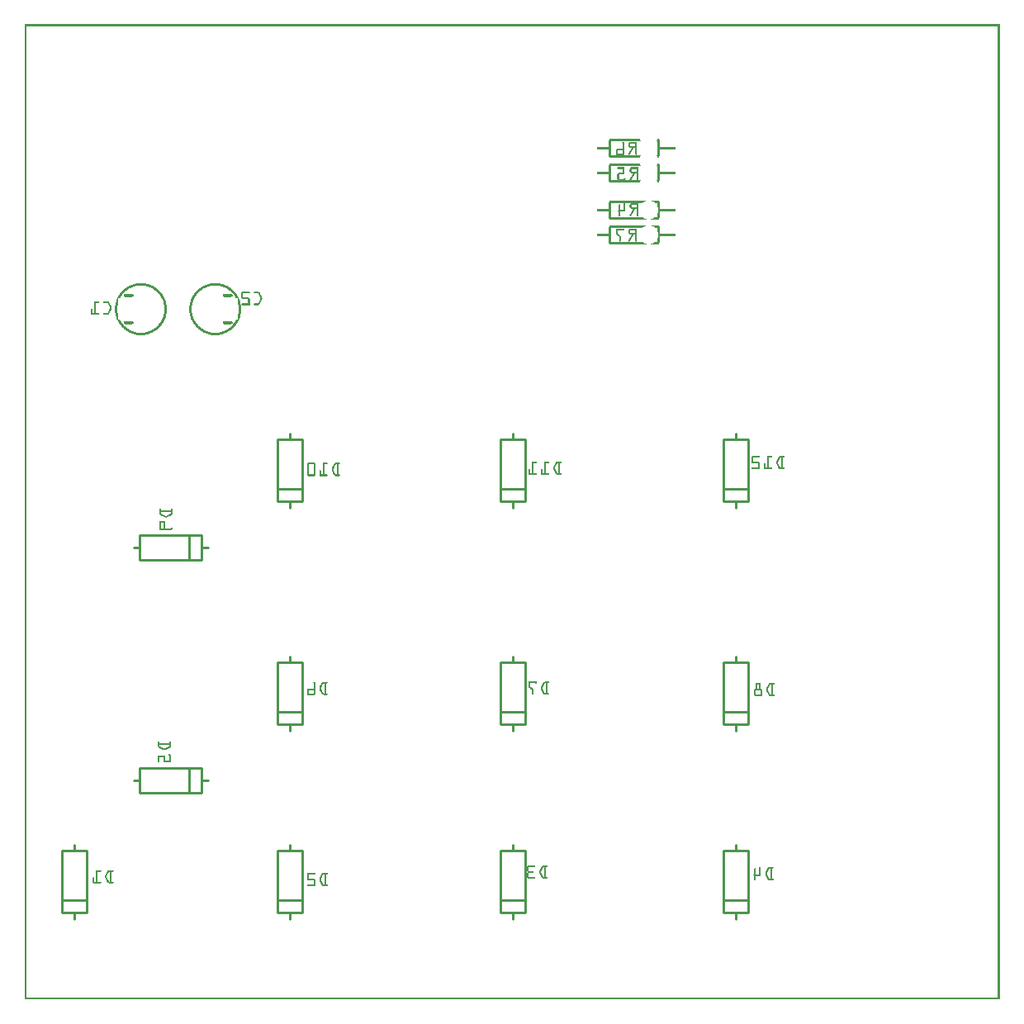
<source format=gbo>
G04 MADE WITH FRITZING*
G04 WWW.FRITZING.ORG*
G04 DOUBLE SIDED*
G04 HOLES PLATED*
G04 CONTOUR ON CENTER OF CONTOUR VECTOR*
%ASAXBY*%
%FSLAX23Y23*%
%MOIN*%
%OFA0B0*%
%SFA1.0B1.0*%
%ADD10C,0.010000*%
%ADD11R,0.001000X0.001000*%
%LNSILK0*%
G90*
G70*
G54D10*
X2360Y3120D02*
X2360Y3054D01*
D02*
X2360Y3470D02*
X2360Y3404D01*
D02*
X2360Y3370D02*
X2360Y3304D01*
D02*
X2360Y3220D02*
X2360Y3154D01*
D02*
X150Y352D02*
X150Y402D01*
D02*
X150Y402D02*
X150Y602D01*
D02*
X150Y602D02*
X200Y602D01*
D02*
X200Y602D02*
X250Y602D01*
D02*
X250Y602D02*
X250Y402D01*
D02*
X250Y402D02*
X250Y352D01*
D02*
X250Y352D02*
X200Y352D01*
D02*
X200Y352D02*
X150Y352D01*
D02*
X150Y402D02*
X250Y402D01*
D02*
X200Y602D02*
X200Y627D01*
D02*
X200Y352D02*
X200Y327D01*
D02*
X1020Y352D02*
X1020Y402D01*
D02*
X1020Y402D02*
X1020Y602D01*
D02*
X1020Y602D02*
X1070Y602D01*
D02*
X1070Y602D02*
X1120Y602D01*
D02*
X1120Y602D02*
X1120Y402D01*
D02*
X1120Y402D02*
X1120Y352D01*
D02*
X1120Y352D02*
X1070Y352D01*
D02*
X1070Y352D02*
X1020Y352D01*
D02*
X1020Y402D02*
X1120Y402D01*
D02*
X1070Y602D02*
X1070Y627D01*
D02*
X1070Y352D02*
X1070Y327D01*
D02*
X1920Y352D02*
X1920Y402D01*
D02*
X1920Y402D02*
X1920Y602D01*
D02*
X1920Y602D02*
X1970Y602D01*
D02*
X1970Y602D02*
X2020Y602D01*
D02*
X2020Y602D02*
X2020Y402D01*
D02*
X2020Y402D02*
X2020Y352D01*
D02*
X2020Y352D02*
X1970Y352D01*
D02*
X1970Y352D02*
X1920Y352D01*
D02*
X1920Y402D02*
X2020Y402D01*
D02*
X1970Y602D02*
X1970Y627D01*
D02*
X1970Y352D02*
X1970Y327D01*
D02*
X2820Y352D02*
X2820Y402D01*
D02*
X2820Y402D02*
X2820Y602D01*
D02*
X2820Y602D02*
X2870Y602D01*
D02*
X2870Y602D02*
X2920Y602D01*
D02*
X2920Y602D02*
X2920Y402D01*
D02*
X2920Y402D02*
X2920Y352D01*
D02*
X2920Y352D02*
X2870Y352D01*
D02*
X2870Y352D02*
X2820Y352D01*
D02*
X2820Y402D02*
X2920Y402D01*
D02*
X2870Y602D02*
X2870Y627D01*
D02*
X2870Y352D02*
X2870Y327D01*
D02*
X2820Y1112D02*
X2820Y1162D01*
D02*
X2820Y1162D02*
X2820Y1362D01*
D02*
X2820Y1362D02*
X2870Y1362D01*
D02*
X2870Y1362D02*
X2920Y1362D01*
D02*
X2920Y1362D02*
X2920Y1162D01*
D02*
X2920Y1162D02*
X2920Y1112D01*
D02*
X2920Y1112D02*
X2870Y1112D01*
D02*
X2870Y1112D02*
X2820Y1112D01*
D02*
X2820Y1162D02*
X2920Y1162D01*
D02*
X2870Y1362D02*
X2870Y1387D01*
D02*
X2870Y1112D02*
X2870Y1087D01*
D02*
X1920Y1112D02*
X1920Y1162D01*
D02*
X1920Y1162D02*
X1920Y1362D01*
D02*
X1920Y1362D02*
X1970Y1362D01*
D02*
X1970Y1362D02*
X2020Y1362D01*
D02*
X2020Y1362D02*
X2020Y1162D01*
D02*
X2020Y1162D02*
X2020Y1112D01*
D02*
X2020Y1112D02*
X1970Y1112D01*
D02*
X1970Y1112D02*
X1920Y1112D01*
D02*
X1920Y1162D02*
X2020Y1162D01*
D02*
X1970Y1362D02*
X1970Y1387D01*
D02*
X1970Y1112D02*
X1970Y1087D01*
D02*
X1020Y1112D02*
X1020Y1162D01*
D02*
X1020Y1162D02*
X1020Y1362D01*
D02*
X1020Y1362D02*
X1070Y1362D01*
D02*
X1070Y1362D02*
X1120Y1362D01*
D02*
X1120Y1362D02*
X1120Y1162D01*
D02*
X1120Y1162D02*
X1120Y1112D01*
D02*
X1120Y1112D02*
X1070Y1112D01*
D02*
X1070Y1112D02*
X1020Y1112D01*
D02*
X1020Y1162D02*
X1120Y1162D01*
D02*
X1070Y1362D02*
X1070Y1387D01*
D02*
X1070Y1112D02*
X1070Y1087D01*
D02*
X715Y837D02*
X665Y837D01*
D02*
X665Y837D02*
X465Y837D01*
D02*
X465Y837D02*
X465Y887D01*
D02*
X465Y887D02*
X465Y937D01*
D02*
X465Y937D02*
X665Y937D01*
D02*
X665Y937D02*
X715Y937D01*
D02*
X715Y937D02*
X715Y887D01*
D02*
X715Y887D02*
X715Y837D01*
D02*
X665Y837D02*
X665Y937D01*
D02*
X465Y887D02*
X440Y887D01*
D02*
X715Y887D02*
X740Y887D01*
D02*
X2820Y2012D02*
X2820Y2062D01*
D02*
X2820Y2062D02*
X2820Y2262D01*
D02*
X2820Y2262D02*
X2870Y2262D01*
D02*
X2870Y2262D02*
X2920Y2262D01*
D02*
X2920Y2262D02*
X2920Y2062D01*
D02*
X2920Y2062D02*
X2920Y2012D01*
D02*
X2920Y2012D02*
X2870Y2012D01*
D02*
X2870Y2012D02*
X2820Y2012D01*
D02*
X2820Y2062D02*
X2920Y2062D01*
D02*
X2870Y2262D02*
X2870Y2287D01*
D02*
X2870Y2012D02*
X2870Y1987D01*
D02*
X1920Y2012D02*
X1920Y2062D01*
D02*
X1920Y2062D02*
X1920Y2262D01*
D02*
X1920Y2262D02*
X1970Y2262D01*
D02*
X1970Y2262D02*
X2020Y2262D01*
D02*
X2020Y2262D02*
X2020Y2062D01*
D02*
X2020Y2062D02*
X2020Y2012D01*
D02*
X2020Y2012D02*
X1970Y2012D01*
D02*
X1970Y2012D02*
X1920Y2012D01*
D02*
X1920Y2062D02*
X2020Y2062D01*
D02*
X1970Y2262D02*
X1970Y2287D01*
D02*
X1970Y2012D02*
X1970Y1987D01*
D02*
X1020Y2012D02*
X1020Y2062D01*
D02*
X1020Y2062D02*
X1020Y2262D01*
D02*
X1020Y2262D02*
X1070Y2262D01*
D02*
X1070Y2262D02*
X1120Y2262D01*
D02*
X1120Y2262D02*
X1120Y2062D01*
D02*
X1120Y2062D02*
X1120Y2012D01*
D02*
X1120Y2012D02*
X1070Y2012D01*
D02*
X1070Y2012D02*
X1020Y2012D01*
D02*
X1020Y2062D02*
X1120Y2062D01*
D02*
X1070Y2262D02*
X1070Y2287D01*
D02*
X1070Y2012D02*
X1070Y1987D01*
D02*
X715Y1777D02*
X665Y1777D01*
D02*
X665Y1777D02*
X465Y1777D01*
D02*
X465Y1777D02*
X465Y1827D01*
D02*
X465Y1827D02*
X465Y1877D01*
D02*
X465Y1877D02*
X665Y1877D01*
D02*
X665Y1877D02*
X715Y1877D01*
D02*
X715Y1877D02*
X715Y1827D01*
D02*
X715Y1827D02*
X715Y1777D01*
D02*
X665Y1777D02*
X665Y1877D01*
D02*
X465Y1827D02*
X440Y1827D01*
D02*
X715Y1827D02*
X740Y1827D01*
G54D11*
X0Y3937D02*
X3936Y3937D01*
X0Y3936D02*
X3936Y3936D01*
X0Y3935D02*
X3936Y3935D01*
X0Y3934D02*
X3936Y3934D01*
X0Y3933D02*
X3936Y3933D01*
X0Y3932D02*
X3936Y3932D01*
X0Y3931D02*
X3936Y3931D01*
X0Y3930D02*
X3936Y3930D01*
X0Y3929D02*
X7Y3929D01*
X3929Y3929D02*
X3936Y3929D01*
X0Y3928D02*
X7Y3928D01*
X3929Y3928D02*
X3936Y3928D01*
X0Y3927D02*
X7Y3927D01*
X3929Y3927D02*
X3936Y3927D01*
X0Y3926D02*
X7Y3926D01*
X3929Y3926D02*
X3936Y3926D01*
X0Y3925D02*
X7Y3925D01*
X3929Y3925D02*
X3936Y3925D01*
X0Y3924D02*
X7Y3924D01*
X3929Y3924D02*
X3936Y3924D01*
X0Y3923D02*
X7Y3923D01*
X3929Y3923D02*
X3936Y3923D01*
X0Y3922D02*
X7Y3922D01*
X3929Y3922D02*
X3936Y3922D01*
X0Y3921D02*
X7Y3921D01*
X3929Y3921D02*
X3936Y3921D01*
X0Y3920D02*
X7Y3920D01*
X3929Y3920D02*
X3936Y3920D01*
X0Y3919D02*
X7Y3919D01*
X3929Y3919D02*
X3936Y3919D01*
X0Y3918D02*
X7Y3918D01*
X3929Y3918D02*
X3936Y3918D01*
X0Y3917D02*
X7Y3917D01*
X3929Y3917D02*
X3936Y3917D01*
X0Y3916D02*
X7Y3916D01*
X3929Y3916D02*
X3936Y3916D01*
X0Y3915D02*
X7Y3915D01*
X3929Y3915D02*
X3936Y3915D01*
X0Y3914D02*
X7Y3914D01*
X3929Y3914D02*
X3936Y3914D01*
X0Y3913D02*
X7Y3913D01*
X3929Y3913D02*
X3936Y3913D01*
X0Y3912D02*
X7Y3912D01*
X3929Y3912D02*
X3936Y3912D01*
X0Y3911D02*
X7Y3911D01*
X3929Y3911D02*
X3936Y3911D01*
X0Y3910D02*
X7Y3910D01*
X3929Y3910D02*
X3936Y3910D01*
X0Y3909D02*
X7Y3909D01*
X3929Y3909D02*
X3936Y3909D01*
X0Y3908D02*
X7Y3908D01*
X3929Y3908D02*
X3936Y3908D01*
X0Y3907D02*
X7Y3907D01*
X3929Y3907D02*
X3936Y3907D01*
X0Y3906D02*
X7Y3906D01*
X3929Y3906D02*
X3936Y3906D01*
X0Y3905D02*
X7Y3905D01*
X3929Y3905D02*
X3936Y3905D01*
X0Y3904D02*
X7Y3904D01*
X3929Y3904D02*
X3936Y3904D01*
X0Y3903D02*
X7Y3903D01*
X3929Y3903D02*
X3936Y3903D01*
X0Y3902D02*
X7Y3902D01*
X3929Y3902D02*
X3936Y3902D01*
X0Y3901D02*
X7Y3901D01*
X3929Y3901D02*
X3936Y3901D01*
X0Y3900D02*
X7Y3900D01*
X3929Y3900D02*
X3936Y3900D01*
X0Y3899D02*
X7Y3899D01*
X3929Y3899D02*
X3936Y3899D01*
X0Y3898D02*
X7Y3898D01*
X3929Y3898D02*
X3936Y3898D01*
X0Y3897D02*
X7Y3897D01*
X3929Y3897D02*
X3936Y3897D01*
X0Y3896D02*
X7Y3896D01*
X3929Y3896D02*
X3936Y3896D01*
X0Y3895D02*
X7Y3895D01*
X3929Y3895D02*
X3936Y3895D01*
X0Y3894D02*
X7Y3894D01*
X3929Y3894D02*
X3936Y3894D01*
X0Y3893D02*
X7Y3893D01*
X3929Y3893D02*
X3936Y3893D01*
X0Y3892D02*
X7Y3892D01*
X3929Y3892D02*
X3936Y3892D01*
X0Y3891D02*
X7Y3891D01*
X3929Y3891D02*
X3936Y3891D01*
X0Y3890D02*
X7Y3890D01*
X3929Y3890D02*
X3936Y3890D01*
X0Y3889D02*
X7Y3889D01*
X3929Y3889D02*
X3936Y3889D01*
X0Y3888D02*
X7Y3888D01*
X3929Y3888D02*
X3936Y3888D01*
X0Y3887D02*
X7Y3887D01*
X3929Y3887D02*
X3936Y3887D01*
X0Y3886D02*
X7Y3886D01*
X3929Y3886D02*
X3936Y3886D01*
X0Y3885D02*
X7Y3885D01*
X3929Y3885D02*
X3936Y3885D01*
X0Y3884D02*
X7Y3884D01*
X3929Y3884D02*
X3936Y3884D01*
X0Y3883D02*
X7Y3883D01*
X3929Y3883D02*
X3936Y3883D01*
X0Y3882D02*
X7Y3882D01*
X3929Y3882D02*
X3936Y3882D01*
X0Y3881D02*
X7Y3881D01*
X3929Y3881D02*
X3936Y3881D01*
X0Y3880D02*
X7Y3880D01*
X3929Y3880D02*
X3936Y3880D01*
X0Y3879D02*
X7Y3879D01*
X3929Y3879D02*
X3936Y3879D01*
X0Y3878D02*
X7Y3878D01*
X3929Y3878D02*
X3936Y3878D01*
X0Y3877D02*
X7Y3877D01*
X3929Y3877D02*
X3936Y3877D01*
X0Y3876D02*
X7Y3876D01*
X3929Y3876D02*
X3936Y3876D01*
X0Y3875D02*
X7Y3875D01*
X3929Y3875D02*
X3936Y3875D01*
X0Y3874D02*
X7Y3874D01*
X3929Y3874D02*
X3936Y3874D01*
X0Y3873D02*
X7Y3873D01*
X3929Y3873D02*
X3936Y3873D01*
X0Y3872D02*
X7Y3872D01*
X3929Y3872D02*
X3936Y3872D01*
X0Y3871D02*
X7Y3871D01*
X3929Y3871D02*
X3936Y3871D01*
X0Y3870D02*
X7Y3870D01*
X3929Y3870D02*
X3936Y3870D01*
X0Y3869D02*
X7Y3869D01*
X3929Y3869D02*
X3936Y3869D01*
X0Y3868D02*
X7Y3868D01*
X3929Y3868D02*
X3936Y3868D01*
X0Y3867D02*
X7Y3867D01*
X3929Y3867D02*
X3936Y3867D01*
X0Y3866D02*
X7Y3866D01*
X3929Y3866D02*
X3936Y3866D01*
X0Y3865D02*
X7Y3865D01*
X3929Y3865D02*
X3936Y3865D01*
X0Y3864D02*
X7Y3864D01*
X3929Y3864D02*
X3936Y3864D01*
X0Y3863D02*
X7Y3863D01*
X3929Y3863D02*
X3936Y3863D01*
X0Y3862D02*
X7Y3862D01*
X3929Y3862D02*
X3936Y3862D01*
X0Y3861D02*
X7Y3861D01*
X3929Y3861D02*
X3936Y3861D01*
X0Y3860D02*
X7Y3860D01*
X3929Y3860D02*
X3936Y3860D01*
X0Y3859D02*
X7Y3859D01*
X3929Y3859D02*
X3936Y3859D01*
X0Y3858D02*
X7Y3858D01*
X3929Y3858D02*
X3936Y3858D01*
X0Y3857D02*
X7Y3857D01*
X3929Y3857D02*
X3936Y3857D01*
X0Y3856D02*
X7Y3856D01*
X3929Y3856D02*
X3936Y3856D01*
X0Y3855D02*
X7Y3855D01*
X3929Y3855D02*
X3936Y3855D01*
X0Y3854D02*
X7Y3854D01*
X3929Y3854D02*
X3936Y3854D01*
X0Y3853D02*
X7Y3853D01*
X3929Y3853D02*
X3936Y3853D01*
X0Y3852D02*
X7Y3852D01*
X3929Y3852D02*
X3936Y3852D01*
X0Y3851D02*
X7Y3851D01*
X3929Y3851D02*
X3936Y3851D01*
X0Y3850D02*
X7Y3850D01*
X3929Y3850D02*
X3936Y3850D01*
X0Y3849D02*
X7Y3849D01*
X3929Y3849D02*
X3936Y3849D01*
X0Y3848D02*
X7Y3848D01*
X3929Y3848D02*
X3936Y3848D01*
X0Y3847D02*
X7Y3847D01*
X3929Y3847D02*
X3936Y3847D01*
X0Y3846D02*
X7Y3846D01*
X3929Y3846D02*
X3936Y3846D01*
X0Y3845D02*
X7Y3845D01*
X3929Y3845D02*
X3936Y3845D01*
X0Y3844D02*
X7Y3844D01*
X3929Y3844D02*
X3936Y3844D01*
X0Y3843D02*
X7Y3843D01*
X3929Y3843D02*
X3936Y3843D01*
X0Y3842D02*
X7Y3842D01*
X3929Y3842D02*
X3936Y3842D01*
X0Y3841D02*
X7Y3841D01*
X3929Y3841D02*
X3936Y3841D01*
X0Y3840D02*
X7Y3840D01*
X3929Y3840D02*
X3936Y3840D01*
X0Y3839D02*
X7Y3839D01*
X3929Y3839D02*
X3936Y3839D01*
X0Y3838D02*
X7Y3838D01*
X3929Y3838D02*
X3936Y3838D01*
X0Y3837D02*
X7Y3837D01*
X3929Y3837D02*
X3936Y3837D01*
X0Y3836D02*
X7Y3836D01*
X3929Y3836D02*
X3936Y3836D01*
X0Y3835D02*
X7Y3835D01*
X3929Y3835D02*
X3936Y3835D01*
X0Y3834D02*
X7Y3834D01*
X3929Y3834D02*
X3936Y3834D01*
X0Y3833D02*
X7Y3833D01*
X3929Y3833D02*
X3936Y3833D01*
X0Y3832D02*
X7Y3832D01*
X3929Y3832D02*
X3936Y3832D01*
X0Y3831D02*
X7Y3831D01*
X3929Y3831D02*
X3936Y3831D01*
X0Y3830D02*
X7Y3830D01*
X3929Y3830D02*
X3936Y3830D01*
X0Y3829D02*
X7Y3829D01*
X3929Y3829D02*
X3936Y3829D01*
X0Y3828D02*
X7Y3828D01*
X3929Y3828D02*
X3936Y3828D01*
X0Y3827D02*
X7Y3827D01*
X3929Y3827D02*
X3936Y3827D01*
X0Y3826D02*
X7Y3826D01*
X3929Y3826D02*
X3936Y3826D01*
X0Y3825D02*
X7Y3825D01*
X3929Y3825D02*
X3936Y3825D01*
X0Y3824D02*
X7Y3824D01*
X3929Y3824D02*
X3936Y3824D01*
X0Y3823D02*
X7Y3823D01*
X3929Y3823D02*
X3936Y3823D01*
X0Y3822D02*
X7Y3822D01*
X3929Y3822D02*
X3936Y3822D01*
X0Y3821D02*
X7Y3821D01*
X3929Y3821D02*
X3936Y3821D01*
X0Y3820D02*
X7Y3820D01*
X3929Y3820D02*
X3936Y3820D01*
X0Y3819D02*
X7Y3819D01*
X3929Y3819D02*
X3936Y3819D01*
X0Y3818D02*
X7Y3818D01*
X3929Y3818D02*
X3936Y3818D01*
X0Y3817D02*
X7Y3817D01*
X3929Y3817D02*
X3936Y3817D01*
X0Y3816D02*
X7Y3816D01*
X3929Y3816D02*
X3936Y3816D01*
X0Y3815D02*
X7Y3815D01*
X3929Y3815D02*
X3936Y3815D01*
X0Y3814D02*
X7Y3814D01*
X3929Y3814D02*
X3936Y3814D01*
X0Y3813D02*
X7Y3813D01*
X3929Y3813D02*
X3936Y3813D01*
X0Y3812D02*
X7Y3812D01*
X3929Y3812D02*
X3936Y3812D01*
X0Y3811D02*
X7Y3811D01*
X3929Y3811D02*
X3936Y3811D01*
X0Y3810D02*
X7Y3810D01*
X3929Y3810D02*
X3936Y3810D01*
X0Y3809D02*
X7Y3809D01*
X3929Y3809D02*
X3936Y3809D01*
X0Y3808D02*
X7Y3808D01*
X3929Y3808D02*
X3936Y3808D01*
X0Y3807D02*
X7Y3807D01*
X3929Y3807D02*
X3936Y3807D01*
X0Y3806D02*
X7Y3806D01*
X3929Y3806D02*
X3936Y3806D01*
X0Y3805D02*
X7Y3805D01*
X3929Y3805D02*
X3936Y3805D01*
X0Y3804D02*
X7Y3804D01*
X3929Y3804D02*
X3936Y3804D01*
X0Y3803D02*
X7Y3803D01*
X3929Y3803D02*
X3936Y3803D01*
X0Y3802D02*
X7Y3802D01*
X3929Y3802D02*
X3936Y3802D01*
X0Y3801D02*
X7Y3801D01*
X3929Y3801D02*
X3936Y3801D01*
X0Y3800D02*
X7Y3800D01*
X3929Y3800D02*
X3936Y3800D01*
X0Y3799D02*
X7Y3799D01*
X3929Y3799D02*
X3936Y3799D01*
X0Y3798D02*
X7Y3798D01*
X3929Y3798D02*
X3936Y3798D01*
X0Y3797D02*
X7Y3797D01*
X3929Y3797D02*
X3936Y3797D01*
X0Y3796D02*
X7Y3796D01*
X3929Y3796D02*
X3936Y3796D01*
X0Y3795D02*
X7Y3795D01*
X3929Y3795D02*
X3936Y3795D01*
X0Y3794D02*
X7Y3794D01*
X3929Y3794D02*
X3936Y3794D01*
X0Y3793D02*
X7Y3793D01*
X3929Y3793D02*
X3936Y3793D01*
X0Y3792D02*
X7Y3792D01*
X3929Y3792D02*
X3936Y3792D01*
X0Y3791D02*
X7Y3791D01*
X3929Y3791D02*
X3936Y3791D01*
X0Y3790D02*
X7Y3790D01*
X3929Y3790D02*
X3936Y3790D01*
X0Y3789D02*
X7Y3789D01*
X3929Y3789D02*
X3936Y3789D01*
X0Y3788D02*
X7Y3788D01*
X3929Y3788D02*
X3936Y3788D01*
X0Y3787D02*
X7Y3787D01*
X3929Y3787D02*
X3936Y3787D01*
X0Y3786D02*
X7Y3786D01*
X3929Y3786D02*
X3936Y3786D01*
X0Y3785D02*
X7Y3785D01*
X3929Y3785D02*
X3936Y3785D01*
X0Y3784D02*
X7Y3784D01*
X3929Y3784D02*
X3936Y3784D01*
X0Y3783D02*
X7Y3783D01*
X3929Y3783D02*
X3936Y3783D01*
X0Y3782D02*
X7Y3782D01*
X3929Y3782D02*
X3936Y3782D01*
X0Y3781D02*
X7Y3781D01*
X3929Y3781D02*
X3936Y3781D01*
X0Y3780D02*
X7Y3780D01*
X3929Y3780D02*
X3936Y3780D01*
X0Y3779D02*
X7Y3779D01*
X3929Y3779D02*
X3936Y3779D01*
X0Y3778D02*
X7Y3778D01*
X3929Y3778D02*
X3936Y3778D01*
X0Y3777D02*
X7Y3777D01*
X3929Y3777D02*
X3936Y3777D01*
X0Y3776D02*
X7Y3776D01*
X3929Y3776D02*
X3936Y3776D01*
X0Y3775D02*
X7Y3775D01*
X3929Y3775D02*
X3936Y3775D01*
X0Y3774D02*
X7Y3774D01*
X3929Y3774D02*
X3936Y3774D01*
X0Y3773D02*
X7Y3773D01*
X3929Y3773D02*
X3936Y3773D01*
X0Y3772D02*
X7Y3772D01*
X3929Y3772D02*
X3936Y3772D01*
X0Y3771D02*
X7Y3771D01*
X3929Y3771D02*
X3936Y3771D01*
X0Y3770D02*
X7Y3770D01*
X3929Y3770D02*
X3936Y3770D01*
X0Y3769D02*
X7Y3769D01*
X3929Y3769D02*
X3936Y3769D01*
X0Y3768D02*
X7Y3768D01*
X3929Y3768D02*
X3936Y3768D01*
X0Y3767D02*
X7Y3767D01*
X3929Y3767D02*
X3936Y3767D01*
X0Y3766D02*
X7Y3766D01*
X3929Y3766D02*
X3936Y3766D01*
X0Y3765D02*
X7Y3765D01*
X3929Y3765D02*
X3936Y3765D01*
X0Y3764D02*
X7Y3764D01*
X3929Y3764D02*
X3936Y3764D01*
X0Y3763D02*
X7Y3763D01*
X3929Y3763D02*
X3936Y3763D01*
X0Y3762D02*
X7Y3762D01*
X3929Y3762D02*
X3936Y3762D01*
X0Y3761D02*
X7Y3761D01*
X3929Y3761D02*
X3936Y3761D01*
X0Y3760D02*
X7Y3760D01*
X3929Y3760D02*
X3936Y3760D01*
X0Y3759D02*
X7Y3759D01*
X3929Y3759D02*
X3936Y3759D01*
X0Y3758D02*
X7Y3758D01*
X3929Y3758D02*
X3936Y3758D01*
X0Y3757D02*
X7Y3757D01*
X3929Y3757D02*
X3936Y3757D01*
X0Y3756D02*
X7Y3756D01*
X3929Y3756D02*
X3936Y3756D01*
X0Y3755D02*
X7Y3755D01*
X3929Y3755D02*
X3936Y3755D01*
X0Y3754D02*
X7Y3754D01*
X3929Y3754D02*
X3936Y3754D01*
X0Y3753D02*
X7Y3753D01*
X3929Y3753D02*
X3936Y3753D01*
X0Y3752D02*
X7Y3752D01*
X3929Y3752D02*
X3936Y3752D01*
X0Y3751D02*
X7Y3751D01*
X3929Y3751D02*
X3936Y3751D01*
X0Y3750D02*
X7Y3750D01*
X3929Y3750D02*
X3936Y3750D01*
X0Y3749D02*
X7Y3749D01*
X3929Y3749D02*
X3936Y3749D01*
X0Y3748D02*
X7Y3748D01*
X3929Y3748D02*
X3936Y3748D01*
X0Y3747D02*
X7Y3747D01*
X3929Y3747D02*
X3936Y3747D01*
X0Y3746D02*
X7Y3746D01*
X3929Y3746D02*
X3936Y3746D01*
X0Y3745D02*
X7Y3745D01*
X3929Y3745D02*
X3936Y3745D01*
X0Y3744D02*
X7Y3744D01*
X3929Y3744D02*
X3936Y3744D01*
X0Y3743D02*
X7Y3743D01*
X3929Y3743D02*
X3936Y3743D01*
X0Y3742D02*
X7Y3742D01*
X3929Y3742D02*
X3936Y3742D01*
X0Y3741D02*
X7Y3741D01*
X3929Y3741D02*
X3936Y3741D01*
X0Y3740D02*
X7Y3740D01*
X3929Y3740D02*
X3936Y3740D01*
X0Y3739D02*
X7Y3739D01*
X3929Y3739D02*
X3936Y3739D01*
X0Y3738D02*
X7Y3738D01*
X3929Y3738D02*
X3936Y3738D01*
X0Y3737D02*
X7Y3737D01*
X3929Y3737D02*
X3936Y3737D01*
X0Y3736D02*
X7Y3736D01*
X3929Y3736D02*
X3936Y3736D01*
X0Y3735D02*
X7Y3735D01*
X3929Y3735D02*
X3936Y3735D01*
X0Y3734D02*
X7Y3734D01*
X3929Y3734D02*
X3936Y3734D01*
X0Y3733D02*
X7Y3733D01*
X3929Y3733D02*
X3936Y3733D01*
X0Y3732D02*
X7Y3732D01*
X3929Y3732D02*
X3936Y3732D01*
X0Y3731D02*
X7Y3731D01*
X3929Y3731D02*
X3936Y3731D01*
X0Y3730D02*
X7Y3730D01*
X3929Y3730D02*
X3936Y3730D01*
X0Y3729D02*
X7Y3729D01*
X3929Y3729D02*
X3936Y3729D01*
X0Y3728D02*
X7Y3728D01*
X3929Y3728D02*
X3936Y3728D01*
X0Y3727D02*
X7Y3727D01*
X3929Y3727D02*
X3936Y3727D01*
X0Y3726D02*
X7Y3726D01*
X3929Y3726D02*
X3936Y3726D01*
X0Y3725D02*
X7Y3725D01*
X3929Y3725D02*
X3936Y3725D01*
X0Y3724D02*
X7Y3724D01*
X3929Y3724D02*
X3936Y3724D01*
X0Y3723D02*
X7Y3723D01*
X3929Y3723D02*
X3936Y3723D01*
X0Y3722D02*
X7Y3722D01*
X3929Y3722D02*
X3936Y3722D01*
X0Y3721D02*
X7Y3721D01*
X3929Y3721D02*
X3936Y3721D01*
X0Y3720D02*
X7Y3720D01*
X3929Y3720D02*
X3936Y3720D01*
X0Y3719D02*
X7Y3719D01*
X3929Y3719D02*
X3936Y3719D01*
X0Y3718D02*
X7Y3718D01*
X3929Y3718D02*
X3936Y3718D01*
X0Y3717D02*
X7Y3717D01*
X3929Y3717D02*
X3936Y3717D01*
X0Y3716D02*
X7Y3716D01*
X3929Y3716D02*
X3936Y3716D01*
X0Y3715D02*
X7Y3715D01*
X3929Y3715D02*
X3936Y3715D01*
X0Y3714D02*
X7Y3714D01*
X3929Y3714D02*
X3936Y3714D01*
X0Y3713D02*
X7Y3713D01*
X3929Y3713D02*
X3936Y3713D01*
X0Y3712D02*
X7Y3712D01*
X3929Y3712D02*
X3936Y3712D01*
X0Y3711D02*
X7Y3711D01*
X3929Y3711D02*
X3936Y3711D01*
X0Y3710D02*
X7Y3710D01*
X3929Y3710D02*
X3936Y3710D01*
X0Y3709D02*
X7Y3709D01*
X3929Y3709D02*
X3936Y3709D01*
X0Y3708D02*
X7Y3708D01*
X3929Y3708D02*
X3936Y3708D01*
X0Y3707D02*
X7Y3707D01*
X3929Y3707D02*
X3936Y3707D01*
X0Y3706D02*
X7Y3706D01*
X3929Y3706D02*
X3936Y3706D01*
X0Y3705D02*
X7Y3705D01*
X3929Y3705D02*
X3936Y3705D01*
X0Y3704D02*
X7Y3704D01*
X3929Y3704D02*
X3936Y3704D01*
X0Y3703D02*
X7Y3703D01*
X3929Y3703D02*
X3936Y3703D01*
X0Y3702D02*
X7Y3702D01*
X3929Y3702D02*
X3936Y3702D01*
X0Y3701D02*
X7Y3701D01*
X3929Y3701D02*
X3936Y3701D01*
X0Y3700D02*
X7Y3700D01*
X3929Y3700D02*
X3936Y3700D01*
X0Y3699D02*
X7Y3699D01*
X3929Y3699D02*
X3936Y3699D01*
X0Y3698D02*
X7Y3698D01*
X3929Y3698D02*
X3936Y3698D01*
X0Y3697D02*
X7Y3697D01*
X3929Y3697D02*
X3936Y3697D01*
X0Y3696D02*
X7Y3696D01*
X3929Y3696D02*
X3936Y3696D01*
X0Y3695D02*
X7Y3695D01*
X3929Y3695D02*
X3936Y3695D01*
X0Y3694D02*
X7Y3694D01*
X3929Y3694D02*
X3936Y3694D01*
X0Y3693D02*
X7Y3693D01*
X3929Y3693D02*
X3936Y3693D01*
X0Y3692D02*
X7Y3692D01*
X3929Y3692D02*
X3936Y3692D01*
X0Y3691D02*
X7Y3691D01*
X3929Y3691D02*
X3936Y3691D01*
X0Y3690D02*
X7Y3690D01*
X3929Y3690D02*
X3936Y3690D01*
X0Y3689D02*
X7Y3689D01*
X3929Y3689D02*
X3936Y3689D01*
X0Y3688D02*
X7Y3688D01*
X3929Y3688D02*
X3936Y3688D01*
X0Y3687D02*
X7Y3687D01*
X3929Y3687D02*
X3936Y3687D01*
X0Y3686D02*
X7Y3686D01*
X3929Y3686D02*
X3936Y3686D01*
X0Y3685D02*
X7Y3685D01*
X3929Y3685D02*
X3936Y3685D01*
X0Y3684D02*
X7Y3684D01*
X3929Y3684D02*
X3936Y3684D01*
X0Y3683D02*
X7Y3683D01*
X3929Y3683D02*
X3936Y3683D01*
X0Y3682D02*
X7Y3682D01*
X3929Y3682D02*
X3936Y3682D01*
X0Y3681D02*
X7Y3681D01*
X3929Y3681D02*
X3936Y3681D01*
X0Y3680D02*
X7Y3680D01*
X3929Y3680D02*
X3936Y3680D01*
X0Y3679D02*
X7Y3679D01*
X3929Y3679D02*
X3936Y3679D01*
X0Y3678D02*
X7Y3678D01*
X3929Y3678D02*
X3936Y3678D01*
X0Y3677D02*
X7Y3677D01*
X3929Y3677D02*
X3936Y3677D01*
X0Y3676D02*
X7Y3676D01*
X3929Y3676D02*
X3936Y3676D01*
X0Y3675D02*
X7Y3675D01*
X3929Y3675D02*
X3936Y3675D01*
X0Y3674D02*
X7Y3674D01*
X3929Y3674D02*
X3936Y3674D01*
X0Y3673D02*
X7Y3673D01*
X3929Y3673D02*
X3936Y3673D01*
X0Y3672D02*
X7Y3672D01*
X3929Y3672D02*
X3936Y3672D01*
X0Y3671D02*
X7Y3671D01*
X3929Y3671D02*
X3936Y3671D01*
X0Y3670D02*
X7Y3670D01*
X3929Y3670D02*
X3936Y3670D01*
X0Y3669D02*
X7Y3669D01*
X3929Y3669D02*
X3936Y3669D01*
X0Y3668D02*
X7Y3668D01*
X3929Y3668D02*
X3936Y3668D01*
X0Y3667D02*
X7Y3667D01*
X3929Y3667D02*
X3936Y3667D01*
X0Y3666D02*
X7Y3666D01*
X3929Y3666D02*
X3936Y3666D01*
X0Y3665D02*
X7Y3665D01*
X3929Y3665D02*
X3936Y3665D01*
X0Y3664D02*
X7Y3664D01*
X3929Y3664D02*
X3936Y3664D01*
X0Y3663D02*
X7Y3663D01*
X3929Y3663D02*
X3936Y3663D01*
X0Y3662D02*
X7Y3662D01*
X3929Y3662D02*
X3936Y3662D01*
X0Y3661D02*
X7Y3661D01*
X3929Y3661D02*
X3936Y3661D01*
X0Y3660D02*
X7Y3660D01*
X3929Y3660D02*
X3936Y3660D01*
X0Y3659D02*
X7Y3659D01*
X3929Y3659D02*
X3936Y3659D01*
X0Y3658D02*
X7Y3658D01*
X3929Y3658D02*
X3936Y3658D01*
X0Y3657D02*
X7Y3657D01*
X3929Y3657D02*
X3936Y3657D01*
X0Y3656D02*
X7Y3656D01*
X3929Y3656D02*
X3936Y3656D01*
X0Y3655D02*
X7Y3655D01*
X3929Y3655D02*
X3936Y3655D01*
X0Y3654D02*
X7Y3654D01*
X3929Y3654D02*
X3936Y3654D01*
X0Y3653D02*
X7Y3653D01*
X3929Y3653D02*
X3936Y3653D01*
X0Y3652D02*
X7Y3652D01*
X3929Y3652D02*
X3936Y3652D01*
X0Y3651D02*
X7Y3651D01*
X3929Y3651D02*
X3936Y3651D01*
X0Y3650D02*
X7Y3650D01*
X3929Y3650D02*
X3936Y3650D01*
X0Y3649D02*
X7Y3649D01*
X3929Y3649D02*
X3936Y3649D01*
X0Y3648D02*
X7Y3648D01*
X3929Y3648D02*
X3936Y3648D01*
X0Y3647D02*
X7Y3647D01*
X3929Y3647D02*
X3936Y3647D01*
X0Y3646D02*
X7Y3646D01*
X3929Y3646D02*
X3936Y3646D01*
X0Y3645D02*
X7Y3645D01*
X3929Y3645D02*
X3936Y3645D01*
X0Y3644D02*
X7Y3644D01*
X3929Y3644D02*
X3936Y3644D01*
X0Y3643D02*
X7Y3643D01*
X3929Y3643D02*
X3936Y3643D01*
X0Y3642D02*
X7Y3642D01*
X3929Y3642D02*
X3936Y3642D01*
X0Y3641D02*
X7Y3641D01*
X3929Y3641D02*
X3936Y3641D01*
X0Y3640D02*
X7Y3640D01*
X3929Y3640D02*
X3936Y3640D01*
X0Y3639D02*
X7Y3639D01*
X3929Y3639D02*
X3936Y3639D01*
X0Y3638D02*
X7Y3638D01*
X3929Y3638D02*
X3936Y3638D01*
X0Y3637D02*
X7Y3637D01*
X3929Y3637D02*
X3936Y3637D01*
X0Y3636D02*
X7Y3636D01*
X3929Y3636D02*
X3936Y3636D01*
X0Y3635D02*
X7Y3635D01*
X3929Y3635D02*
X3936Y3635D01*
X0Y3634D02*
X7Y3634D01*
X3929Y3634D02*
X3936Y3634D01*
X0Y3633D02*
X7Y3633D01*
X3929Y3633D02*
X3936Y3633D01*
X0Y3632D02*
X7Y3632D01*
X3929Y3632D02*
X3936Y3632D01*
X0Y3631D02*
X7Y3631D01*
X3929Y3631D02*
X3936Y3631D01*
X0Y3630D02*
X7Y3630D01*
X3929Y3630D02*
X3936Y3630D01*
X0Y3629D02*
X7Y3629D01*
X3929Y3629D02*
X3936Y3629D01*
X0Y3628D02*
X7Y3628D01*
X3929Y3628D02*
X3936Y3628D01*
X0Y3627D02*
X7Y3627D01*
X3929Y3627D02*
X3936Y3627D01*
X0Y3626D02*
X7Y3626D01*
X3929Y3626D02*
X3936Y3626D01*
X0Y3625D02*
X7Y3625D01*
X3929Y3625D02*
X3936Y3625D01*
X0Y3624D02*
X7Y3624D01*
X3929Y3624D02*
X3936Y3624D01*
X0Y3623D02*
X7Y3623D01*
X3929Y3623D02*
X3936Y3623D01*
X0Y3622D02*
X7Y3622D01*
X3929Y3622D02*
X3936Y3622D01*
X0Y3621D02*
X7Y3621D01*
X3929Y3621D02*
X3936Y3621D01*
X0Y3620D02*
X7Y3620D01*
X3929Y3620D02*
X3936Y3620D01*
X0Y3619D02*
X7Y3619D01*
X3929Y3619D02*
X3936Y3619D01*
X0Y3618D02*
X7Y3618D01*
X3929Y3618D02*
X3936Y3618D01*
X0Y3617D02*
X7Y3617D01*
X3929Y3617D02*
X3936Y3617D01*
X0Y3616D02*
X7Y3616D01*
X3929Y3616D02*
X3936Y3616D01*
X0Y3615D02*
X7Y3615D01*
X3929Y3615D02*
X3936Y3615D01*
X0Y3614D02*
X7Y3614D01*
X3929Y3614D02*
X3936Y3614D01*
X0Y3613D02*
X7Y3613D01*
X3929Y3613D02*
X3936Y3613D01*
X0Y3612D02*
X7Y3612D01*
X3929Y3612D02*
X3936Y3612D01*
X0Y3611D02*
X7Y3611D01*
X3929Y3611D02*
X3936Y3611D01*
X0Y3610D02*
X7Y3610D01*
X3929Y3610D02*
X3936Y3610D01*
X0Y3609D02*
X7Y3609D01*
X3929Y3609D02*
X3936Y3609D01*
X0Y3608D02*
X7Y3608D01*
X3929Y3608D02*
X3936Y3608D01*
X0Y3607D02*
X7Y3607D01*
X3929Y3607D02*
X3936Y3607D01*
X0Y3606D02*
X7Y3606D01*
X3929Y3606D02*
X3936Y3606D01*
X0Y3605D02*
X7Y3605D01*
X3929Y3605D02*
X3936Y3605D01*
X0Y3604D02*
X7Y3604D01*
X3929Y3604D02*
X3936Y3604D01*
X0Y3603D02*
X7Y3603D01*
X3929Y3603D02*
X3936Y3603D01*
X0Y3602D02*
X7Y3602D01*
X3929Y3602D02*
X3936Y3602D01*
X0Y3601D02*
X7Y3601D01*
X3929Y3601D02*
X3936Y3601D01*
X0Y3600D02*
X7Y3600D01*
X3929Y3600D02*
X3936Y3600D01*
X0Y3599D02*
X7Y3599D01*
X3929Y3599D02*
X3936Y3599D01*
X0Y3598D02*
X7Y3598D01*
X3929Y3598D02*
X3936Y3598D01*
X0Y3597D02*
X7Y3597D01*
X3929Y3597D02*
X3936Y3597D01*
X0Y3596D02*
X7Y3596D01*
X3929Y3596D02*
X3936Y3596D01*
X0Y3595D02*
X7Y3595D01*
X3929Y3595D02*
X3936Y3595D01*
X0Y3594D02*
X7Y3594D01*
X3929Y3594D02*
X3936Y3594D01*
X0Y3593D02*
X7Y3593D01*
X3929Y3593D02*
X3936Y3593D01*
X0Y3592D02*
X7Y3592D01*
X3929Y3592D02*
X3936Y3592D01*
X0Y3591D02*
X7Y3591D01*
X3929Y3591D02*
X3936Y3591D01*
X0Y3590D02*
X7Y3590D01*
X3929Y3590D02*
X3936Y3590D01*
X0Y3589D02*
X7Y3589D01*
X3929Y3589D02*
X3936Y3589D01*
X0Y3588D02*
X7Y3588D01*
X3929Y3588D02*
X3936Y3588D01*
X0Y3587D02*
X7Y3587D01*
X3929Y3587D02*
X3936Y3587D01*
X0Y3586D02*
X7Y3586D01*
X3929Y3586D02*
X3936Y3586D01*
X0Y3585D02*
X7Y3585D01*
X3929Y3585D02*
X3936Y3585D01*
X0Y3584D02*
X7Y3584D01*
X3929Y3584D02*
X3936Y3584D01*
X0Y3583D02*
X7Y3583D01*
X3929Y3583D02*
X3936Y3583D01*
X0Y3582D02*
X7Y3582D01*
X3929Y3582D02*
X3936Y3582D01*
X0Y3581D02*
X7Y3581D01*
X3929Y3581D02*
X3936Y3581D01*
X0Y3580D02*
X7Y3580D01*
X3929Y3580D02*
X3936Y3580D01*
X0Y3579D02*
X7Y3579D01*
X3929Y3579D02*
X3936Y3579D01*
X0Y3578D02*
X7Y3578D01*
X3929Y3578D02*
X3936Y3578D01*
X0Y3577D02*
X7Y3577D01*
X3929Y3577D02*
X3936Y3577D01*
X0Y3576D02*
X7Y3576D01*
X3929Y3576D02*
X3936Y3576D01*
X0Y3575D02*
X7Y3575D01*
X3929Y3575D02*
X3936Y3575D01*
X0Y3574D02*
X7Y3574D01*
X3929Y3574D02*
X3936Y3574D01*
X0Y3573D02*
X7Y3573D01*
X3929Y3573D02*
X3936Y3573D01*
X0Y3572D02*
X7Y3572D01*
X3929Y3572D02*
X3936Y3572D01*
X0Y3571D02*
X7Y3571D01*
X3929Y3571D02*
X3936Y3571D01*
X0Y3570D02*
X7Y3570D01*
X3929Y3570D02*
X3936Y3570D01*
X0Y3569D02*
X7Y3569D01*
X3929Y3569D02*
X3936Y3569D01*
X0Y3568D02*
X7Y3568D01*
X3929Y3568D02*
X3936Y3568D01*
X0Y3567D02*
X7Y3567D01*
X3929Y3567D02*
X3936Y3567D01*
X0Y3566D02*
X7Y3566D01*
X3929Y3566D02*
X3936Y3566D01*
X0Y3565D02*
X7Y3565D01*
X3929Y3565D02*
X3936Y3565D01*
X0Y3564D02*
X7Y3564D01*
X3929Y3564D02*
X3936Y3564D01*
X0Y3563D02*
X7Y3563D01*
X3929Y3563D02*
X3936Y3563D01*
X0Y3562D02*
X7Y3562D01*
X3929Y3562D02*
X3936Y3562D01*
X0Y3561D02*
X7Y3561D01*
X3929Y3561D02*
X3936Y3561D01*
X0Y3560D02*
X7Y3560D01*
X3929Y3560D02*
X3936Y3560D01*
X0Y3559D02*
X7Y3559D01*
X3929Y3559D02*
X3936Y3559D01*
X0Y3558D02*
X7Y3558D01*
X3929Y3558D02*
X3936Y3558D01*
X0Y3557D02*
X7Y3557D01*
X3929Y3557D02*
X3936Y3557D01*
X0Y3556D02*
X7Y3556D01*
X3929Y3556D02*
X3936Y3556D01*
X0Y3555D02*
X7Y3555D01*
X3929Y3555D02*
X3936Y3555D01*
X0Y3554D02*
X7Y3554D01*
X3929Y3554D02*
X3936Y3554D01*
X0Y3553D02*
X7Y3553D01*
X3929Y3553D02*
X3936Y3553D01*
X0Y3552D02*
X7Y3552D01*
X3929Y3552D02*
X3936Y3552D01*
X0Y3551D02*
X7Y3551D01*
X3929Y3551D02*
X3936Y3551D01*
X0Y3550D02*
X7Y3550D01*
X3929Y3550D02*
X3936Y3550D01*
X0Y3549D02*
X7Y3549D01*
X3929Y3549D02*
X3936Y3549D01*
X0Y3548D02*
X7Y3548D01*
X3929Y3548D02*
X3936Y3548D01*
X0Y3547D02*
X7Y3547D01*
X3929Y3547D02*
X3936Y3547D01*
X0Y3546D02*
X7Y3546D01*
X3929Y3546D02*
X3936Y3546D01*
X0Y3545D02*
X7Y3545D01*
X3929Y3545D02*
X3936Y3545D01*
X0Y3544D02*
X7Y3544D01*
X3929Y3544D02*
X3936Y3544D01*
X0Y3543D02*
X7Y3543D01*
X3929Y3543D02*
X3936Y3543D01*
X0Y3542D02*
X7Y3542D01*
X3929Y3542D02*
X3936Y3542D01*
X0Y3541D02*
X7Y3541D01*
X3929Y3541D02*
X3936Y3541D01*
X0Y3540D02*
X7Y3540D01*
X3929Y3540D02*
X3936Y3540D01*
X0Y3539D02*
X7Y3539D01*
X3929Y3539D02*
X3936Y3539D01*
X0Y3538D02*
X7Y3538D01*
X3929Y3538D02*
X3936Y3538D01*
X0Y3537D02*
X7Y3537D01*
X3929Y3537D02*
X3936Y3537D01*
X0Y3536D02*
X7Y3536D01*
X3929Y3536D02*
X3936Y3536D01*
X0Y3535D02*
X7Y3535D01*
X3929Y3535D02*
X3936Y3535D01*
X0Y3534D02*
X7Y3534D01*
X3929Y3534D02*
X3936Y3534D01*
X0Y3533D02*
X7Y3533D01*
X3929Y3533D02*
X3936Y3533D01*
X0Y3532D02*
X7Y3532D01*
X3929Y3532D02*
X3936Y3532D01*
X0Y3531D02*
X7Y3531D01*
X3929Y3531D02*
X3936Y3531D01*
X0Y3530D02*
X7Y3530D01*
X3929Y3530D02*
X3936Y3530D01*
X0Y3529D02*
X7Y3529D01*
X3929Y3529D02*
X3936Y3529D01*
X0Y3528D02*
X7Y3528D01*
X3929Y3528D02*
X3936Y3528D01*
X0Y3527D02*
X7Y3527D01*
X3929Y3527D02*
X3936Y3527D01*
X0Y3526D02*
X7Y3526D01*
X3929Y3526D02*
X3936Y3526D01*
X0Y3525D02*
X7Y3525D01*
X3929Y3525D02*
X3936Y3525D01*
X0Y3524D02*
X7Y3524D01*
X3929Y3524D02*
X3936Y3524D01*
X0Y3523D02*
X7Y3523D01*
X3929Y3523D02*
X3936Y3523D01*
X0Y3522D02*
X7Y3522D01*
X3929Y3522D02*
X3936Y3522D01*
X0Y3521D02*
X7Y3521D01*
X3929Y3521D02*
X3936Y3521D01*
X0Y3520D02*
X7Y3520D01*
X3929Y3520D02*
X3936Y3520D01*
X0Y3519D02*
X7Y3519D01*
X3929Y3519D02*
X3936Y3519D01*
X0Y3518D02*
X7Y3518D01*
X3929Y3518D02*
X3936Y3518D01*
X0Y3517D02*
X7Y3517D01*
X3929Y3517D02*
X3936Y3517D01*
X0Y3516D02*
X7Y3516D01*
X3929Y3516D02*
X3936Y3516D01*
X0Y3515D02*
X7Y3515D01*
X3929Y3515D02*
X3936Y3515D01*
X0Y3514D02*
X7Y3514D01*
X3929Y3514D02*
X3936Y3514D01*
X0Y3513D02*
X7Y3513D01*
X3929Y3513D02*
X3936Y3513D01*
X0Y3512D02*
X7Y3512D01*
X3929Y3512D02*
X3936Y3512D01*
X0Y3511D02*
X7Y3511D01*
X3929Y3511D02*
X3936Y3511D01*
X0Y3510D02*
X7Y3510D01*
X3929Y3510D02*
X3936Y3510D01*
X0Y3509D02*
X7Y3509D01*
X3929Y3509D02*
X3936Y3509D01*
X0Y3508D02*
X7Y3508D01*
X3929Y3508D02*
X3936Y3508D01*
X0Y3507D02*
X7Y3507D01*
X3929Y3507D02*
X3936Y3507D01*
X0Y3506D02*
X7Y3506D01*
X3929Y3506D02*
X3936Y3506D01*
X0Y3505D02*
X7Y3505D01*
X3929Y3505D02*
X3936Y3505D01*
X0Y3504D02*
X7Y3504D01*
X3929Y3504D02*
X3936Y3504D01*
X0Y3503D02*
X7Y3503D01*
X3929Y3503D02*
X3936Y3503D01*
X0Y3502D02*
X7Y3502D01*
X3929Y3502D02*
X3936Y3502D01*
X0Y3501D02*
X7Y3501D01*
X3929Y3501D02*
X3936Y3501D01*
X0Y3500D02*
X7Y3500D01*
X3929Y3500D02*
X3936Y3500D01*
X0Y3499D02*
X7Y3499D01*
X3929Y3499D02*
X3936Y3499D01*
X0Y3498D02*
X7Y3498D01*
X3929Y3498D02*
X3936Y3498D01*
X0Y3497D02*
X7Y3497D01*
X3929Y3497D02*
X3936Y3497D01*
X0Y3496D02*
X7Y3496D01*
X3929Y3496D02*
X3936Y3496D01*
X0Y3495D02*
X7Y3495D01*
X3929Y3495D02*
X3936Y3495D01*
X0Y3494D02*
X7Y3494D01*
X3929Y3494D02*
X3936Y3494D01*
X0Y3493D02*
X7Y3493D01*
X3929Y3493D02*
X3936Y3493D01*
X0Y3492D02*
X7Y3492D01*
X3929Y3492D02*
X3936Y3492D01*
X0Y3491D02*
X7Y3491D01*
X3929Y3491D02*
X3936Y3491D01*
X0Y3490D02*
X7Y3490D01*
X3929Y3490D02*
X3936Y3490D01*
X0Y3489D02*
X7Y3489D01*
X3929Y3489D02*
X3936Y3489D01*
X0Y3488D02*
X7Y3488D01*
X3929Y3488D02*
X3936Y3488D01*
X0Y3487D02*
X7Y3487D01*
X3929Y3487D02*
X3936Y3487D01*
X0Y3486D02*
X7Y3486D01*
X3929Y3486D02*
X3936Y3486D01*
X0Y3485D02*
X7Y3485D01*
X3929Y3485D02*
X3936Y3485D01*
X0Y3484D02*
X7Y3484D01*
X3929Y3484D02*
X3936Y3484D01*
X0Y3483D02*
X7Y3483D01*
X3929Y3483D02*
X3936Y3483D01*
X0Y3482D02*
X7Y3482D01*
X3929Y3482D02*
X3936Y3482D01*
X0Y3481D02*
X7Y3481D01*
X3929Y3481D02*
X3936Y3481D01*
X0Y3480D02*
X7Y3480D01*
X3929Y3480D02*
X3936Y3480D01*
X0Y3479D02*
X7Y3479D01*
X3929Y3479D02*
X3936Y3479D01*
X0Y3478D02*
X7Y3478D01*
X3929Y3478D02*
X3936Y3478D01*
X0Y3477D02*
X7Y3477D01*
X3929Y3477D02*
X3936Y3477D01*
X0Y3476D02*
X7Y3476D01*
X3929Y3476D02*
X3936Y3476D01*
X0Y3475D02*
X7Y3475D01*
X2360Y3475D02*
X2483Y3475D01*
X2556Y3475D02*
X2559Y3475D01*
X3929Y3475D02*
X3936Y3475D01*
X0Y3474D02*
X7Y3474D01*
X2360Y3474D02*
X2483Y3474D01*
X2556Y3474D02*
X2559Y3474D01*
X3929Y3474D02*
X3936Y3474D01*
X0Y3473D02*
X7Y3473D01*
X2360Y3473D02*
X2484Y3473D01*
X2555Y3473D02*
X2559Y3473D01*
X3929Y3473D02*
X3936Y3473D01*
X0Y3472D02*
X7Y3472D01*
X2360Y3472D02*
X2484Y3472D01*
X2555Y3472D02*
X2559Y3472D01*
X3929Y3472D02*
X3936Y3472D01*
X0Y3471D02*
X7Y3471D01*
X2360Y3471D02*
X2484Y3471D01*
X2554Y3471D02*
X2559Y3471D01*
X3929Y3471D02*
X3936Y3471D01*
X0Y3470D02*
X7Y3470D01*
X2360Y3470D02*
X2485Y3470D01*
X2554Y3470D02*
X2564Y3470D01*
X3929Y3470D02*
X3936Y3470D01*
X0Y3469D02*
X7Y3469D01*
X2360Y3469D02*
X2485Y3469D01*
X2553Y3469D02*
X2564Y3469D01*
X3929Y3469D02*
X3936Y3469D01*
X0Y3468D02*
X7Y3468D01*
X2360Y3468D02*
X2486Y3468D01*
X2553Y3468D02*
X2564Y3468D01*
X3929Y3468D02*
X3936Y3468D01*
X0Y3467D02*
X7Y3467D01*
X2360Y3467D02*
X2487Y3467D01*
X2552Y3467D02*
X2564Y3467D01*
X3929Y3467D02*
X3936Y3467D01*
X0Y3466D02*
X7Y3466D01*
X2360Y3466D02*
X2487Y3466D01*
X2552Y3466D02*
X2564Y3466D01*
X3929Y3466D02*
X3936Y3466D01*
X0Y3465D02*
X7Y3465D01*
X2555Y3465D02*
X2564Y3465D01*
X3929Y3465D02*
X3936Y3465D01*
X0Y3464D02*
X7Y3464D01*
X2555Y3464D02*
X2564Y3464D01*
X3929Y3464D02*
X3936Y3464D01*
X0Y3463D02*
X7Y3463D01*
X2413Y3463D02*
X2419Y3463D01*
X2444Y3463D02*
X2471Y3463D01*
X2555Y3463D02*
X2564Y3463D01*
X3929Y3463D02*
X3936Y3463D01*
X0Y3462D02*
X7Y3462D01*
X2412Y3462D02*
X2420Y3462D01*
X2442Y3462D02*
X2471Y3462D01*
X2555Y3462D02*
X2564Y3462D01*
X3929Y3462D02*
X3936Y3462D01*
X0Y3461D02*
X7Y3461D01*
X2412Y3461D02*
X2421Y3461D01*
X2441Y3461D02*
X2471Y3461D01*
X2555Y3461D02*
X2564Y3461D01*
X3929Y3461D02*
X3936Y3461D01*
X0Y3460D02*
X7Y3460D01*
X2411Y3460D02*
X2421Y3460D01*
X2440Y3460D02*
X2471Y3460D01*
X2555Y3460D02*
X2564Y3460D01*
X3929Y3460D02*
X3936Y3460D01*
X0Y3459D02*
X7Y3459D01*
X2412Y3459D02*
X2421Y3459D01*
X2439Y3459D02*
X2471Y3459D01*
X2555Y3459D02*
X2564Y3459D01*
X3929Y3459D02*
X3936Y3459D01*
X0Y3458D02*
X7Y3458D01*
X2412Y3458D02*
X2421Y3458D01*
X2439Y3458D02*
X2471Y3458D01*
X2555Y3458D02*
X2564Y3458D01*
X3929Y3458D02*
X3936Y3458D01*
X0Y3457D02*
X7Y3457D01*
X2414Y3457D02*
X2421Y3457D01*
X2438Y3457D02*
X2471Y3457D01*
X2555Y3457D02*
X2564Y3457D01*
X3929Y3457D02*
X3936Y3457D01*
X0Y3456D02*
X7Y3456D01*
X2415Y3456D02*
X2421Y3456D01*
X2438Y3456D02*
X2445Y3456D01*
X2465Y3456D02*
X2471Y3456D01*
X2555Y3456D02*
X2564Y3456D01*
X3929Y3456D02*
X3936Y3456D01*
X0Y3455D02*
X7Y3455D01*
X2415Y3455D02*
X2421Y3455D01*
X2437Y3455D02*
X2444Y3455D01*
X2465Y3455D02*
X2471Y3455D01*
X2555Y3455D02*
X2564Y3455D01*
X3929Y3455D02*
X3936Y3455D01*
X0Y3454D02*
X7Y3454D01*
X2415Y3454D02*
X2421Y3454D01*
X2437Y3454D02*
X2443Y3454D01*
X2465Y3454D02*
X2471Y3454D01*
X2555Y3454D02*
X2564Y3454D01*
X3929Y3454D02*
X3936Y3454D01*
X0Y3453D02*
X7Y3453D01*
X2415Y3453D02*
X2421Y3453D01*
X2437Y3453D02*
X2443Y3453D01*
X2465Y3453D02*
X2471Y3453D01*
X2555Y3453D02*
X2564Y3453D01*
X3929Y3453D02*
X3936Y3453D01*
X0Y3452D02*
X7Y3452D01*
X2415Y3452D02*
X2421Y3452D01*
X2437Y3452D02*
X2443Y3452D01*
X2465Y3452D02*
X2471Y3452D01*
X2555Y3452D02*
X2564Y3452D01*
X3929Y3452D02*
X3936Y3452D01*
X0Y3451D02*
X7Y3451D01*
X2415Y3451D02*
X2421Y3451D01*
X2437Y3451D02*
X2443Y3451D01*
X2465Y3451D02*
X2471Y3451D01*
X2555Y3451D02*
X2564Y3451D01*
X3929Y3451D02*
X3936Y3451D01*
X0Y3450D02*
X7Y3450D01*
X2415Y3450D02*
X2421Y3450D01*
X2437Y3450D02*
X2443Y3450D01*
X2465Y3450D02*
X2471Y3450D01*
X2555Y3450D02*
X2564Y3450D01*
X3929Y3450D02*
X3936Y3450D01*
X0Y3449D02*
X7Y3449D01*
X2415Y3449D02*
X2421Y3449D01*
X2437Y3449D02*
X2443Y3449D01*
X2465Y3449D02*
X2471Y3449D01*
X2555Y3449D02*
X2564Y3449D01*
X3929Y3449D02*
X3936Y3449D01*
X0Y3448D02*
X7Y3448D01*
X2415Y3448D02*
X2421Y3448D01*
X2437Y3448D02*
X2444Y3448D01*
X2465Y3448D02*
X2471Y3448D01*
X2555Y3448D02*
X2564Y3448D01*
X3929Y3448D02*
X3936Y3448D01*
X0Y3447D02*
X7Y3447D01*
X2415Y3447D02*
X2421Y3447D01*
X2438Y3447D02*
X2445Y3447D01*
X2465Y3447D02*
X2471Y3447D01*
X2555Y3447D02*
X2564Y3447D01*
X3929Y3447D02*
X3936Y3447D01*
X0Y3446D02*
X7Y3446D01*
X2415Y3446D02*
X2421Y3446D01*
X2438Y3446D02*
X2471Y3446D01*
X2555Y3446D02*
X2564Y3446D01*
X3929Y3446D02*
X3936Y3446D01*
X0Y3445D02*
X7Y3445D01*
X2415Y3445D02*
X2421Y3445D01*
X2438Y3445D02*
X2471Y3445D01*
X2555Y3445D02*
X2564Y3445D01*
X3929Y3445D02*
X3936Y3445D01*
X0Y3444D02*
X7Y3444D01*
X2415Y3444D02*
X2421Y3444D01*
X2439Y3444D02*
X2471Y3444D01*
X2555Y3444D02*
X2564Y3444D01*
X3929Y3444D02*
X3936Y3444D01*
X0Y3443D02*
X7Y3443D01*
X2415Y3443D02*
X2421Y3443D01*
X2440Y3443D02*
X2471Y3443D01*
X2555Y3443D02*
X2564Y3443D01*
X3929Y3443D02*
X3936Y3443D01*
X0Y3442D02*
X7Y3442D01*
X2312Y3442D02*
X2359Y3442D01*
X2415Y3442D02*
X2421Y3442D01*
X2441Y3442D02*
X2471Y3442D01*
X2555Y3442D02*
X2627Y3442D01*
X3929Y3442D02*
X3936Y3442D01*
X0Y3441D02*
X7Y3441D01*
X2312Y3441D02*
X2359Y3441D01*
X2415Y3441D02*
X2421Y3441D01*
X2442Y3441D02*
X2471Y3441D01*
X2555Y3441D02*
X2627Y3441D01*
X3929Y3441D02*
X3936Y3441D01*
X0Y3440D02*
X7Y3440D01*
X2312Y3440D02*
X2359Y3440D01*
X2415Y3440D02*
X2421Y3440D01*
X2443Y3440D02*
X2471Y3440D01*
X2555Y3440D02*
X2627Y3440D01*
X3929Y3440D02*
X3936Y3440D01*
X0Y3439D02*
X7Y3439D01*
X2312Y3439D02*
X2359Y3439D01*
X2415Y3439D02*
X2421Y3439D01*
X2448Y3439D02*
X2471Y3439D01*
X2555Y3439D02*
X2626Y3439D01*
X3929Y3439D02*
X3936Y3439D01*
X0Y3438D02*
X7Y3438D01*
X2312Y3438D02*
X2359Y3438D01*
X2415Y3438D02*
X2421Y3438D01*
X2451Y3438D02*
X2458Y3438D01*
X2465Y3438D02*
X2471Y3438D01*
X2555Y3438D02*
X2626Y3438D01*
X3929Y3438D02*
X3936Y3438D01*
X0Y3437D02*
X7Y3437D01*
X2312Y3437D02*
X2359Y3437D01*
X2415Y3437D02*
X2421Y3437D01*
X2451Y3437D02*
X2458Y3437D01*
X2465Y3437D02*
X2471Y3437D01*
X2555Y3437D02*
X2626Y3437D01*
X3929Y3437D02*
X3936Y3437D01*
X0Y3436D02*
X7Y3436D01*
X2312Y3436D02*
X2359Y3436D01*
X2415Y3436D02*
X2421Y3436D01*
X2450Y3436D02*
X2457Y3436D01*
X2465Y3436D02*
X2471Y3436D01*
X2555Y3436D02*
X2626Y3436D01*
X3929Y3436D02*
X3936Y3436D01*
X0Y3435D02*
X7Y3435D01*
X2312Y3435D02*
X2359Y3435D01*
X2415Y3435D02*
X2421Y3435D01*
X2450Y3435D02*
X2457Y3435D01*
X2465Y3435D02*
X2471Y3435D01*
X2555Y3435D02*
X2627Y3435D01*
X3929Y3435D02*
X3936Y3435D01*
X0Y3434D02*
X7Y3434D01*
X2312Y3434D02*
X2359Y3434D01*
X2390Y3434D02*
X2421Y3434D01*
X2449Y3434D02*
X2456Y3434D01*
X2465Y3434D02*
X2471Y3434D01*
X2555Y3434D02*
X2627Y3434D01*
X3929Y3434D02*
X3936Y3434D01*
X0Y3433D02*
X7Y3433D01*
X2312Y3433D02*
X2359Y3433D01*
X2388Y3433D02*
X2421Y3433D01*
X2448Y3433D02*
X2456Y3433D01*
X2465Y3433D02*
X2471Y3433D01*
X2555Y3433D02*
X2627Y3433D01*
X3929Y3433D02*
X3936Y3433D01*
X0Y3432D02*
X7Y3432D01*
X2388Y3432D02*
X2421Y3432D01*
X2448Y3432D02*
X2455Y3432D01*
X2465Y3432D02*
X2471Y3432D01*
X2555Y3432D02*
X2564Y3432D01*
X3929Y3432D02*
X3936Y3432D01*
X0Y3431D02*
X7Y3431D01*
X2387Y3431D02*
X2421Y3431D01*
X2447Y3431D02*
X2454Y3431D01*
X2465Y3431D02*
X2471Y3431D01*
X2555Y3431D02*
X2564Y3431D01*
X3929Y3431D02*
X3936Y3431D01*
X0Y3430D02*
X7Y3430D01*
X2387Y3430D02*
X2421Y3430D01*
X2447Y3430D02*
X2454Y3430D01*
X2465Y3430D02*
X2471Y3430D01*
X2555Y3430D02*
X2564Y3430D01*
X3929Y3430D02*
X3936Y3430D01*
X0Y3429D02*
X7Y3429D01*
X2387Y3429D02*
X2421Y3429D01*
X2446Y3429D02*
X2453Y3429D01*
X2465Y3429D02*
X2471Y3429D01*
X2555Y3429D02*
X2564Y3429D01*
X3929Y3429D02*
X3936Y3429D01*
X0Y3428D02*
X7Y3428D01*
X2387Y3428D02*
X2421Y3428D01*
X2445Y3428D02*
X2453Y3428D01*
X2465Y3428D02*
X2471Y3428D01*
X2555Y3428D02*
X2564Y3428D01*
X3929Y3428D02*
X3936Y3428D01*
X0Y3427D02*
X7Y3427D01*
X2387Y3427D02*
X2393Y3427D01*
X2415Y3427D02*
X2421Y3427D01*
X2445Y3427D02*
X2452Y3427D01*
X2465Y3427D02*
X2471Y3427D01*
X2555Y3427D02*
X2564Y3427D01*
X3929Y3427D02*
X3936Y3427D01*
X0Y3426D02*
X7Y3426D01*
X2387Y3426D02*
X2393Y3426D01*
X2415Y3426D02*
X2421Y3426D01*
X2444Y3426D02*
X2451Y3426D01*
X2465Y3426D02*
X2471Y3426D01*
X2555Y3426D02*
X2564Y3426D01*
X3929Y3426D02*
X3936Y3426D01*
X0Y3425D02*
X7Y3425D01*
X2387Y3425D02*
X2393Y3425D01*
X2415Y3425D02*
X2421Y3425D01*
X2444Y3425D02*
X2451Y3425D01*
X2465Y3425D02*
X2471Y3425D01*
X2555Y3425D02*
X2564Y3425D01*
X3929Y3425D02*
X3936Y3425D01*
X0Y3424D02*
X7Y3424D01*
X2387Y3424D02*
X2393Y3424D01*
X2415Y3424D02*
X2421Y3424D01*
X2443Y3424D02*
X2450Y3424D01*
X2465Y3424D02*
X2471Y3424D01*
X2555Y3424D02*
X2564Y3424D01*
X3929Y3424D02*
X3936Y3424D01*
X0Y3423D02*
X7Y3423D01*
X2387Y3423D02*
X2393Y3423D01*
X2415Y3423D02*
X2421Y3423D01*
X2443Y3423D02*
X2450Y3423D01*
X2465Y3423D02*
X2471Y3423D01*
X2555Y3423D02*
X2564Y3423D01*
X3929Y3423D02*
X3936Y3423D01*
X0Y3422D02*
X7Y3422D01*
X2387Y3422D02*
X2393Y3422D01*
X2415Y3422D02*
X2421Y3422D01*
X2442Y3422D02*
X2449Y3422D01*
X2465Y3422D02*
X2471Y3422D01*
X2555Y3422D02*
X2564Y3422D01*
X3929Y3422D02*
X3936Y3422D01*
X0Y3421D02*
X7Y3421D01*
X2387Y3421D02*
X2393Y3421D01*
X2415Y3421D02*
X2421Y3421D01*
X2441Y3421D02*
X2449Y3421D01*
X2465Y3421D02*
X2471Y3421D01*
X2555Y3421D02*
X2564Y3421D01*
X3929Y3421D02*
X3936Y3421D01*
X0Y3420D02*
X7Y3420D01*
X2387Y3420D02*
X2393Y3420D01*
X2415Y3420D02*
X2421Y3420D01*
X2441Y3420D02*
X2448Y3420D01*
X2465Y3420D02*
X2471Y3420D01*
X2555Y3420D02*
X2564Y3420D01*
X3929Y3420D02*
X3936Y3420D01*
X0Y3419D02*
X7Y3419D01*
X2387Y3419D02*
X2393Y3419D01*
X2415Y3419D02*
X2421Y3419D01*
X2440Y3419D02*
X2447Y3419D01*
X2465Y3419D02*
X2471Y3419D01*
X2555Y3419D02*
X2564Y3419D01*
X3929Y3419D02*
X3936Y3419D01*
X0Y3418D02*
X7Y3418D01*
X2387Y3418D02*
X2393Y3418D01*
X2415Y3418D02*
X2421Y3418D01*
X2440Y3418D02*
X2447Y3418D01*
X2465Y3418D02*
X2471Y3418D01*
X2555Y3418D02*
X2564Y3418D01*
X3929Y3418D02*
X3936Y3418D01*
X0Y3417D02*
X7Y3417D01*
X2387Y3417D02*
X2393Y3417D01*
X2415Y3417D02*
X2421Y3417D01*
X2439Y3417D02*
X2446Y3417D01*
X2465Y3417D02*
X2471Y3417D01*
X2555Y3417D02*
X2564Y3417D01*
X3929Y3417D02*
X3936Y3417D01*
X0Y3416D02*
X7Y3416D01*
X2387Y3416D02*
X2421Y3416D01*
X2438Y3416D02*
X2446Y3416D01*
X2465Y3416D02*
X2471Y3416D01*
X2555Y3416D02*
X2564Y3416D01*
X3929Y3416D02*
X3936Y3416D01*
X0Y3415D02*
X7Y3415D01*
X2387Y3415D02*
X2421Y3415D01*
X2438Y3415D02*
X2445Y3415D01*
X2465Y3415D02*
X2471Y3415D01*
X2555Y3415D02*
X2564Y3415D01*
X3929Y3415D02*
X3936Y3415D01*
X0Y3414D02*
X7Y3414D01*
X2387Y3414D02*
X2421Y3414D01*
X2438Y3414D02*
X2444Y3414D01*
X2465Y3414D02*
X2471Y3414D01*
X2555Y3414D02*
X2564Y3414D01*
X3929Y3414D02*
X3936Y3414D01*
X0Y3413D02*
X7Y3413D01*
X2387Y3413D02*
X2421Y3413D01*
X2437Y3413D02*
X2444Y3413D01*
X2465Y3413D02*
X2471Y3413D01*
X2555Y3413D02*
X2564Y3413D01*
X3929Y3413D02*
X3936Y3413D01*
X0Y3412D02*
X7Y3412D01*
X2387Y3412D02*
X2421Y3412D01*
X2437Y3412D02*
X2443Y3412D01*
X2465Y3412D02*
X2471Y3412D01*
X2555Y3412D02*
X2564Y3412D01*
X3929Y3412D02*
X3936Y3412D01*
X0Y3411D02*
X7Y3411D01*
X2388Y3411D02*
X2420Y3411D01*
X2438Y3411D02*
X2443Y3411D01*
X2466Y3411D02*
X2470Y3411D01*
X2555Y3411D02*
X2564Y3411D01*
X3929Y3411D02*
X3936Y3411D01*
X0Y3410D02*
X7Y3410D01*
X2389Y3410D02*
X2419Y3410D01*
X2439Y3410D02*
X2441Y3410D01*
X2467Y3410D02*
X2469Y3410D01*
X2555Y3410D02*
X2564Y3410D01*
X3929Y3410D02*
X3936Y3410D01*
X0Y3409D02*
X7Y3409D01*
X2360Y3409D02*
X2487Y3409D01*
X2552Y3409D02*
X2564Y3409D01*
X3929Y3409D02*
X3936Y3409D01*
X0Y3408D02*
X7Y3408D01*
X2360Y3408D02*
X2487Y3408D01*
X2552Y3408D02*
X2564Y3408D01*
X3929Y3408D02*
X3936Y3408D01*
X0Y3407D02*
X7Y3407D01*
X2360Y3407D02*
X2486Y3407D01*
X2553Y3407D02*
X2564Y3407D01*
X3929Y3407D02*
X3936Y3407D01*
X0Y3406D02*
X7Y3406D01*
X2360Y3406D02*
X2485Y3406D01*
X2553Y3406D02*
X2564Y3406D01*
X3929Y3406D02*
X3936Y3406D01*
X0Y3405D02*
X7Y3405D01*
X2360Y3405D02*
X2485Y3405D01*
X2554Y3405D02*
X2564Y3405D01*
X3929Y3405D02*
X3936Y3405D01*
X0Y3404D02*
X7Y3404D01*
X2360Y3404D02*
X2484Y3404D01*
X2554Y3404D02*
X2559Y3404D01*
X3929Y3404D02*
X3936Y3404D01*
X0Y3403D02*
X7Y3403D01*
X2360Y3403D02*
X2484Y3403D01*
X2555Y3403D02*
X2559Y3403D01*
X3929Y3403D02*
X3936Y3403D01*
X0Y3402D02*
X7Y3402D01*
X2360Y3402D02*
X2484Y3402D01*
X2555Y3402D02*
X2559Y3402D01*
X3929Y3402D02*
X3936Y3402D01*
X0Y3401D02*
X7Y3401D01*
X2360Y3401D02*
X2483Y3401D01*
X2556Y3401D02*
X2559Y3401D01*
X3929Y3401D02*
X3936Y3401D01*
X0Y3400D02*
X7Y3400D01*
X2360Y3400D02*
X2483Y3400D01*
X2556Y3400D02*
X2559Y3400D01*
X3929Y3400D02*
X3936Y3400D01*
X0Y3399D02*
X7Y3399D01*
X3929Y3399D02*
X3936Y3399D01*
X0Y3398D02*
X7Y3398D01*
X3929Y3398D02*
X3936Y3398D01*
X0Y3397D02*
X7Y3397D01*
X3929Y3397D02*
X3936Y3397D01*
X0Y3396D02*
X7Y3396D01*
X3929Y3396D02*
X3936Y3396D01*
X0Y3395D02*
X7Y3395D01*
X3929Y3395D02*
X3936Y3395D01*
X0Y3394D02*
X7Y3394D01*
X3929Y3394D02*
X3936Y3394D01*
X0Y3393D02*
X7Y3393D01*
X3929Y3393D02*
X3936Y3393D01*
X0Y3392D02*
X7Y3392D01*
X3929Y3392D02*
X3936Y3392D01*
X0Y3391D02*
X7Y3391D01*
X3929Y3391D02*
X3936Y3391D01*
X0Y3390D02*
X7Y3390D01*
X3929Y3390D02*
X3936Y3390D01*
X0Y3389D02*
X7Y3389D01*
X3929Y3389D02*
X3936Y3389D01*
X0Y3388D02*
X7Y3388D01*
X3929Y3388D02*
X3936Y3388D01*
X0Y3387D02*
X7Y3387D01*
X3929Y3387D02*
X3936Y3387D01*
X0Y3386D02*
X7Y3386D01*
X3929Y3386D02*
X3936Y3386D01*
X0Y3385D02*
X7Y3385D01*
X3929Y3385D02*
X3936Y3385D01*
X0Y3384D02*
X7Y3384D01*
X3929Y3384D02*
X3936Y3384D01*
X0Y3383D02*
X7Y3383D01*
X3929Y3383D02*
X3936Y3383D01*
X0Y3382D02*
X7Y3382D01*
X3929Y3382D02*
X3936Y3382D01*
X0Y3381D02*
X7Y3381D01*
X3929Y3381D02*
X3936Y3381D01*
X0Y3380D02*
X7Y3380D01*
X3929Y3380D02*
X3936Y3380D01*
X0Y3379D02*
X7Y3379D01*
X3929Y3379D02*
X3936Y3379D01*
X0Y3378D02*
X7Y3378D01*
X3929Y3378D02*
X3936Y3378D01*
X0Y3377D02*
X7Y3377D01*
X3929Y3377D02*
X3936Y3377D01*
X0Y3376D02*
X7Y3376D01*
X3929Y3376D02*
X3936Y3376D01*
X0Y3375D02*
X7Y3375D01*
X2360Y3375D02*
X2483Y3375D01*
X2556Y3375D02*
X2559Y3375D01*
X3929Y3375D02*
X3936Y3375D01*
X0Y3374D02*
X7Y3374D01*
X2360Y3374D02*
X2483Y3374D01*
X2556Y3374D02*
X2559Y3374D01*
X3929Y3374D02*
X3936Y3374D01*
X0Y3373D02*
X7Y3373D01*
X2360Y3373D02*
X2484Y3373D01*
X2555Y3373D02*
X2559Y3373D01*
X3929Y3373D02*
X3936Y3373D01*
X0Y3372D02*
X7Y3372D01*
X2360Y3372D02*
X2484Y3372D01*
X2555Y3372D02*
X2559Y3372D01*
X3929Y3372D02*
X3936Y3372D01*
X0Y3371D02*
X7Y3371D01*
X2360Y3371D02*
X2484Y3371D01*
X2554Y3371D02*
X2559Y3371D01*
X3929Y3371D02*
X3936Y3371D01*
X0Y3370D02*
X7Y3370D01*
X2360Y3370D02*
X2485Y3370D01*
X2554Y3370D02*
X2564Y3370D01*
X3929Y3370D02*
X3936Y3370D01*
X0Y3369D02*
X7Y3369D01*
X2360Y3369D02*
X2485Y3369D01*
X2553Y3369D02*
X2564Y3369D01*
X3929Y3369D02*
X3936Y3369D01*
X0Y3368D02*
X7Y3368D01*
X2360Y3368D02*
X2486Y3368D01*
X2553Y3368D02*
X2564Y3368D01*
X3929Y3368D02*
X3936Y3368D01*
X0Y3367D02*
X7Y3367D01*
X2360Y3367D02*
X2487Y3367D01*
X2552Y3367D02*
X2564Y3367D01*
X3929Y3367D02*
X3936Y3367D01*
X0Y3366D02*
X7Y3366D01*
X2360Y3366D02*
X2487Y3366D01*
X2552Y3366D02*
X2564Y3366D01*
X3929Y3366D02*
X3936Y3366D01*
X0Y3365D02*
X7Y3365D01*
X2555Y3365D02*
X2564Y3365D01*
X3929Y3365D02*
X3936Y3365D01*
X0Y3364D02*
X7Y3364D01*
X2555Y3364D02*
X2564Y3364D01*
X3929Y3364D02*
X3936Y3364D01*
X0Y3363D02*
X7Y3363D01*
X2555Y3363D02*
X2564Y3363D01*
X3929Y3363D02*
X3936Y3363D01*
X0Y3362D02*
X7Y3362D01*
X2555Y3362D02*
X2564Y3362D01*
X3929Y3362D02*
X3936Y3362D01*
X0Y3361D02*
X7Y3361D01*
X2555Y3361D02*
X2564Y3361D01*
X3929Y3361D02*
X3936Y3361D01*
X0Y3360D02*
X7Y3360D01*
X2394Y3360D02*
X2420Y3360D01*
X2449Y3360D02*
X2477Y3360D01*
X2555Y3360D02*
X2564Y3360D01*
X3929Y3360D02*
X3936Y3360D01*
X0Y3359D02*
X7Y3359D01*
X2393Y3359D02*
X2420Y3359D01*
X2448Y3359D02*
X2477Y3359D01*
X2555Y3359D02*
X2564Y3359D01*
X3929Y3359D02*
X3936Y3359D01*
X0Y3358D02*
X7Y3358D01*
X2393Y3358D02*
X2420Y3358D01*
X2446Y3358D02*
X2477Y3358D01*
X2555Y3358D02*
X2564Y3358D01*
X3929Y3358D02*
X3936Y3358D01*
X0Y3357D02*
X7Y3357D01*
X2393Y3357D02*
X2420Y3357D01*
X2445Y3357D02*
X2477Y3357D01*
X2555Y3357D02*
X2564Y3357D01*
X3929Y3357D02*
X3936Y3357D01*
X0Y3356D02*
X7Y3356D01*
X2393Y3356D02*
X2420Y3356D01*
X2445Y3356D02*
X2477Y3356D01*
X2555Y3356D02*
X2564Y3356D01*
X3929Y3356D02*
X3936Y3356D01*
X0Y3355D02*
X7Y3355D01*
X2394Y3355D02*
X2420Y3355D01*
X2444Y3355D02*
X2477Y3355D01*
X2555Y3355D02*
X2564Y3355D01*
X3929Y3355D02*
X3936Y3355D01*
X0Y3354D02*
X7Y3354D01*
X2396Y3354D02*
X2420Y3354D01*
X2444Y3354D02*
X2477Y3354D01*
X2555Y3354D02*
X2564Y3354D01*
X3929Y3354D02*
X3936Y3354D01*
X0Y3353D02*
X7Y3353D01*
X2414Y3353D02*
X2420Y3353D01*
X2443Y3353D02*
X2450Y3353D01*
X2471Y3353D02*
X2477Y3353D01*
X2555Y3353D02*
X2564Y3353D01*
X3929Y3353D02*
X3936Y3353D01*
X0Y3352D02*
X7Y3352D01*
X2414Y3352D02*
X2420Y3352D01*
X2443Y3352D02*
X2449Y3352D01*
X2471Y3352D02*
X2477Y3352D01*
X2555Y3352D02*
X2564Y3352D01*
X3929Y3352D02*
X3936Y3352D01*
X0Y3351D02*
X7Y3351D01*
X2414Y3351D02*
X2420Y3351D01*
X2443Y3351D02*
X2449Y3351D01*
X2471Y3351D02*
X2477Y3351D01*
X2555Y3351D02*
X2564Y3351D01*
X3929Y3351D02*
X3936Y3351D01*
X0Y3350D02*
X7Y3350D01*
X2414Y3350D02*
X2420Y3350D01*
X2443Y3350D02*
X2449Y3350D01*
X2471Y3350D02*
X2477Y3350D01*
X2555Y3350D02*
X2564Y3350D01*
X3929Y3350D02*
X3936Y3350D01*
X0Y3349D02*
X7Y3349D01*
X2414Y3349D02*
X2420Y3349D01*
X2443Y3349D02*
X2449Y3349D01*
X2471Y3349D02*
X2477Y3349D01*
X2555Y3349D02*
X2564Y3349D01*
X3929Y3349D02*
X3936Y3349D01*
X0Y3348D02*
X7Y3348D01*
X2414Y3348D02*
X2420Y3348D01*
X2443Y3348D02*
X2449Y3348D01*
X2471Y3348D02*
X2477Y3348D01*
X2555Y3348D02*
X2564Y3348D01*
X3929Y3348D02*
X3936Y3348D01*
X0Y3347D02*
X7Y3347D01*
X2414Y3347D02*
X2420Y3347D01*
X2443Y3347D02*
X2449Y3347D01*
X2471Y3347D02*
X2477Y3347D01*
X2555Y3347D02*
X2564Y3347D01*
X3929Y3347D02*
X3936Y3347D01*
X0Y3346D02*
X7Y3346D01*
X2414Y3346D02*
X2420Y3346D01*
X2443Y3346D02*
X2449Y3346D01*
X2471Y3346D02*
X2477Y3346D01*
X2555Y3346D02*
X2564Y3346D01*
X3929Y3346D02*
X3936Y3346D01*
X0Y3345D02*
X7Y3345D01*
X2414Y3345D02*
X2420Y3345D01*
X2443Y3345D02*
X2449Y3345D01*
X2471Y3345D02*
X2477Y3345D01*
X2555Y3345D02*
X2564Y3345D01*
X3929Y3345D02*
X3936Y3345D01*
X0Y3344D02*
X7Y3344D01*
X2414Y3344D02*
X2420Y3344D01*
X2443Y3344D02*
X2450Y3344D01*
X2471Y3344D02*
X2477Y3344D01*
X2555Y3344D02*
X2564Y3344D01*
X3929Y3344D02*
X3936Y3344D01*
X0Y3343D02*
X7Y3343D01*
X2414Y3343D02*
X2420Y3343D01*
X2444Y3343D02*
X2477Y3343D01*
X2555Y3343D02*
X2564Y3343D01*
X3929Y3343D02*
X3936Y3343D01*
X0Y3342D02*
X7Y3342D01*
X2312Y3342D02*
X2359Y3342D01*
X2414Y3342D02*
X2420Y3342D01*
X2444Y3342D02*
X2477Y3342D01*
X2555Y3342D02*
X2627Y3342D01*
X3929Y3342D02*
X3936Y3342D01*
X0Y3341D02*
X7Y3341D01*
X2312Y3341D02*
X2359Y3341D01*
X2414Y3341D02*
X2420Y3341D01*
X2445Y3341D02*
X2477Y3341D01*
X2555Y3341D02*
X2627Y3341D01*
X3929Y3341D02*
X3936Y3341D01*
X0Y3340D02*
X7Y3340D01*
X2312Y3340D02*
X2359Y3340D01*
X2414Y3340D02*
X2420Y3340D01*
X2445Y3340D02*
X2477Y3340D01*
X2555Y3340D02*
X2627Y3340D01*
X3929Y3340D02*
X3936Y3340D01*
X0Y3339D02*
X7Y3339D01*
X2312Y3339D02*
X2359Y3339D01*
X2414Y3339D02*
X2420Y3339D01*
X2446Y3339D02*
X2477Y3339D01*
X2555Y3339D02*
X2626Y3339D01*
X3929Y3339D02*
X3936Y3339D01*
X0Y3338D02*
X7Y3338D01*
X2312Y3338D02*
X2359Y3338D01*
X2414Y3338D02*
X2420Y3338D01*
X2448Y3338D02*
X2477Y3338D01*
X2555Y3338D02*
X2626Y3338D01*
X3929Y3338D02*
X3936Y3338D01*
X0Y3337D02*
X7Y3337D01*
X2312Y3337D02*
X2359Y3337D01*
X2398Y3337D02*
X2420Y3337D01*
X2449Y3337D02*
X2477Y3337D01*
X2555Y3337D02*
X2626Y3337D01*
X3929Y3337D02*
X3936Y3337D01*
X0Y3336D02*
X7Y3336D01*
X2312Y3336D02*
X2359Y3336D01*
X2396Y3336D02*
X2420Y3336D01*
X2457Y3336D02*
X2465Y3336D01*
X2470Y3336D02*
X2477Y3336D01*
X2555Y3336D02*
X2626Y3336D01*
X3929Y3336D02*
X3936Y3336D01*
X0Y3335D02*
X7Y3335D01*
X2312Y3335D02*
X2359Y3335D01*
X2395Y3335D02*
X2420Y3335D01*
X2457Y3335D02*
X2464Y3335D01*
X2471Y3335D02*
X2477Y3335D01*
X2555Y3335D02*
X2627Y3335D01*
X3929Y3335D02*
X3936Y3335D01*
X0Y3334D02*
X7Y3334D01*
X2312Y3334D02*
X2359Y3334D01*
X2394Y3334D02*
X2420Y3334D01*
X2456Y3334D02*
X2463Y3334D01*
X2471Y3334D02*
X2477Y3334D01*
X2555Y3334D02*
X2627Y3334D01*
X3929Y3334D02*
X3936Y3334D01*
X0Y3333D02*
X7Y3333D01*
X2312Y3333D02*
X2359Y3333D01*
X2394Y3333D02*
X2420Y3333D01*
X2456Y3333D02*
X2463Y3333D01*
X2471Y3333D02*
X2477Y3333D01*
X2555Y3333D02*
X2627Y3333D01*
X3929Y3333D02*
X3936Y3333D01*
X0Y3332D02*
X7Y3332D01*
X2393Y3332D02*
X2420Y3332D01*
X2455Y3332D02*
X2462Y3332D01*
X2471Y3332D02*
X2477Y3332D01*
X2555Y3332D02*
X2564Y3332D01*
X3929Y3332D02*
X3936Y3332D01*
X0Y3331D02*
X7Y3331D01*
X2393Y3331D02*
X2420Y3331D01*
X2455Y3331D02*
X2462Y3331D01*
X2471Y3331D02*
X2477Y3331D01*
X2555Y3331D02*
X2564Y3331D01*
X3929Y3331D02*
X3936Y3331D01*
X0Y3330D02*
X7Y3330D01*
X2393Y3330D02*
X2399Y3330D01*
X2454Y3330D02*
X2461Y3330D01*
X2471Y3330D02*
X2477Y3330D01*
X2555Y3330D02*
X2564Y3330D01*
X3929Y3330D02*
X3936Y3330D01*
X0Y3329D02*
X7Y3329D01*
X2393Y3329D02*
X2399Y3329D01*
X2453Y3329D02*
X2461Y3329D01*
X2471Y3329D02*
X2477Y3329D01*
X2555Y3329D02*
X2564Y3329D01*
X3929Y3329D02*
X3936Y3329D01*
X0Y3328D02*
X7Y3328D01*
X2393Y3328D02*
X2399Y3328D01*
X2453Y3328D02*
X2460Y3328D01*
X2471Y3328D02*
X2477Y3328D01*
X2555Y3328D02*
X2564Y3328D01*
X3929Y3328D02*
X3936Y3328D01*
X0Y3327D02*
X7Y3327D01*
X2393Y3327D02*
X2399Y3327D01*
X2452Y3327D02*
X2459Y3327D01*
X2471Y3327D02*
X2477Y3327D01*
X2555Y3327D02*
X2564Y3327D01*
X3929Y3327D02*
X3936Y3327D01*
X0Y3326D02*
X7Y3326D01*
X2393Y3326D02*
X2399Y3326D01*
X2452Y3326D02*
X2459Y3326D01*
X2471Y3326D02*
X2477Y3326D01*
X2555Y3326D02*
X2564Y3326D01*
X3929Y3326D02*
X3936Y3326D01*
X0Y3325D02*
X7Y3325D01*
X2393Y3325D02*
X2399Y3325D01*
X2451Y3325D02*
X2458Y3325D01*
X2471Y3325D02*
X2477Y3325D01*
X2555Y3325D02*
X2564Y3325D01*
X3929Y3325D02*
X3936Y3325D01*
X0Y3324D02*
X7Y3324D01*
X2393Y3324D02*
X2399Y3324D01*
X2450Y3324D02*
X2458Y3324D01*
X2471Y3324D02*
X2477Y3324D01*
X2555Y3324D02*
X2564Y3324D01*
X3929Y3324D02*
X3936Y3324D01*
X0Y3323D02*
X7Y3323D01*
X2393Y3323D02*
X2399Y3323D01*
X2450Y3323D02*
X2457Y3323D01*
X2471Y3323D02*
X2477Y3323D01*
X2555Y3323D02*
X2564Y3323D01*
X3929Y3323D02*
X3936Y3323D01*
X0Y3322D02*
X7Y3322D01*
X2393Y3322D02*
X2399Y3322D01*
X2449Y3322D02*
X2456Y3322D01*
X2471Y3322D02*
X2477Y3322D01*
X2555Y3322D02*
X2564Y3322D01*
X3929Y3322D02*
X3936Y3322D01*
X0Y3321D02*
X7Y3321D01*
X2393Y3321D02*
X2399Y3321D01*
X2449Y3321D02*
X2456Y3321D01*
X2471Y3321D02*
X2477Y3321D01*
X2555Y3321D02*
X2564Y3321D01*
X3929Y3321D02*
X3936Y3321D01*
X0Y3320D02*
X7Y3320D01*
X2393Y3320D02*
X2399Y3320D01*
X2448Y3320D02*
X2455Y3320D01*
X2471Y3320D02*
X2477Y3320D01*
X2555Y3320D02*
X2564Y3320D01*
X3929Y3320D02*
X3936Y3320D01*
X0Y3319D02*
X7Y3319D01*
X2393Y3319D02*
X2399Y3319D01*
X2448Y3319D02*
X2455Y3319D01*
X2471Y3319D02*
X2477Y3319D01*
X2555Y3319D02*
X2564Y3319D01*
X3929Y3319D02*
X3936Y3319D01*
X0Y3318D02*
X7Y3318D01*
X2393Y3318D02*
X2399Y3318D01*
X2447Y3318D02*
X2454Y3318D01*
X2471Y3318D02*
X2477Y3318D01*
X2555Y3318D02*
X2564Y3318D01*
X3929Y3318D02*
X3936Y3318D01*
X0Y3317D02*
X7Y3317D01*
X2393Y3317D02*
X2399Y3317D01*
X2446Y3317D02*
X2454Y3317D01*
X2471Y3317D02*
X2477Y3317D01*
X2555Y3317D02*
X2564Y3317D01*
X3929Y3317D02*
X3936Y3317D01*
X0Y3316D02*
X7Y3316D01*
X2393Y3316D02*
X2399Y3316D01*
X2422Y3316D02*
X2425Y3316D01*
X2446Y3316D02*
X2453Y3316D01*
X2471Y3316D02*
X2477Y3316D01*
X2555Y3316D02*
X2564Y3316D01*
X3929Y3316D02*
X3936Y3316D01*
X0Y3315D02*
X7Y3315D01*
X2393Y3315D02*
X2399Y3315D01*
X2419Y3315D02*
X2426Y3315D01*
X2445Y3315D02*
X2452Y3315D01*
X2471Y3315D02*
X2477Y3315D01*
X2555Y3315D02*
X2564Y3315D01*
X3929Y3315D02*
X3936Y3315D01*
X0Y3314D02*
X7Y3314D01*
X2393Y3314D02*
X2399Y3314D01*
X2417Y3314D02*
X2426Y3314D01*
X2445Y3314D02*
X2452Y3314D01*
X2471Y3314D02*
X2477Y3314D01*
X2555Y3314D02*
X2564Y3314D01*
X3929Y3314D02*
X3936Y3314D01*
X0Y3313D02*
X7Y3313D01*
X2393Y3313D02*
X2426Y3313D01*
X2444Y3313D02*
X2451Y3313D01*
X2471Y3313D02*
X2477Y3313D01*
X2555Y3313D02*
X2564Y3313D01*
X3929Y3313D02*
X3936Y3313D01*
X0Y3312D02*
X7Y3312D01*
X2393Y3312D02*
X2426Y3312D01*
X2443Y3312D02*
X2451Y3312D01*
X2471Y3312D02*
X2477Y3312D01*
X2555Y3312D02*
X2564Y3312D01*
X3929Y3312D02*
X3936Y3312D01*
X0Y3311D02*
X7Y3311D01*
X2394Y3311D02*
X2426Y3311D01*
X2443Y3311D02*
X2450Y3311D01*
X2471Y3311D02*
X2477Y3311D01*
X2555Y3311D02*
X2564Y3311D01*
X3929Y3311D02*
X3936Y3311D01*
X0Y3310D02*
X7Y3310D01*
X2394Y3310D02*
X2425Y3310D01*
X2443Y3310D02*
X2449Y3310D01*
X2471Y3310D02*
X2476Y3310D01*
X2555Y3310D02*
X2564Y3310D01*
X3929Y3310D02*
X3936Y3310D01*
X0Y3309D02*
X7Y3309D01*
X2360Y3309D02*
X2487Y3309D01*
X2552Y3309D02*
X2564Y3309D01*
X3929Y3309D02*
X3936Y3309D01*
X0Y3308D02*
X7Y3308D01*
X2360Y3308D02*
X2487Y3308D01*
X2552Y3308D02*
X2564Y3308D01*
X3929Y3308D02*
X3936Y3308D01*
X0Y3307D02*
X7Y3307D01*
X2360Y3307D02*
X2486Y3307D01*
X2553Y3307D02*
X2564Y3307D01*
X3929Y3307D02*
X3936Y3307D01*
X0Y3306D02*
X7Y3306D01*
X2360Y3306D02*
X2485Y3306D01*
X2553Y3306D02*
X2564Y3306D01*
X3929Y3306D02*
X3936Y3306D01*
X0Y3305D02*
X7Y3305D01*
X2360Y3305D02*
X2485Y3305D01*
X2554Y3305D02*
X2564Y3305D01*
X3929Y3305D02*
X3936Y3305D01*
X0Y3304D02*
X7Y3304D01*
X2360Y3304D02*
X2484Y3304D01*
X2554Y3304D02*
X2559Y3304D01*
X3929Y3304D02*
X3936Y3304D01*
X0Y3303D02*
X7Y3303D01*
X2360Y3303D02*
X2484Y3303D01*
X2555Y3303D02*
X2559Y3303D01*
X3929Y3303D02*
X3936Y3303D01*
X0Y3302D02*
X7Y3302D01*
X2360Y3302D02*
X2484Y3302D01*
X2555Y3302D02*
X2559Y3302D01*
X3929Y3302D02*
X3936Y3302D01*
X0Y3301D02*
X7Y3301D01*
X2360Y3301D02*
X2483Y3301D01*
X2556Y3301D02*
X2559Y3301D01*
X3929Y3301D02*
X3936Y3301D01*
X0Y3300D02*
X7Y3300D01*
X2360Y3300D02*
X2483Y3300D01*
X2556Y3300D02*
X2559Y3300D01*
X3929Y3300D02*
X3936Y3300D01*
X0Y3299D02*
X7Y3299D01*
X3929Y3299D02*
X3936Y3299D01*
X0Y3298D02*
X7Y3298D01*
X3929Y3298D02*
X3936Y3298D01*
X0Y3297D02*
X7Y3297D01*
X3929Y3297D02*
X3936Y3297D01*
X0Y3296D02*
X7Y3296D01*
X3929Y3296D02*
X3936Y3296D01*
X0Y3295D02*
X7Y3295D01*
X3929Y3295D02*
X3936Y3295D01*
X0Y3294D02*
X7Y3294D01*
X3929Y3294D02*
X3936Y3294D01*
X0Y3293D02*
X7Y3293D01*
X3929Y3293D02*
X3936Y3293D01*
X0Y3292D02*
X7Y3292D01*
X3929Y3292D02*
X3936Y3292D01*
X0Y3291D02*
X7Y3291D01*
X3929Y3291D02*
X3936Y3291D01*
X0Y3290D02*
X7Y3290D01*
X3929Y3290D02*
X3936Y3290D01*
X0Y3289D02*
X7Y3289D01*
X3929Y3289D02*
X3936Y3289D01*
X0Y3288D02*
X7Y3288D01*
X3929Y3288D02*
X3936Y3288D01*
X0Y3287D02*
X7Y3287D01*
X3929Y3287D02*
X3936Y3287D01*
X0Y3286D02*
X7Y3286D01*
X3929Y3286D02*
X3936Y3286D01*
X0Y3285D02*
X7Y3285D01*
X3929Y3285D02*
X3936Y3285D01*
X0Y3284D02*
X7Y3284D01*
X3929Y3284D02*
X3936Y3284D01*
X0Y3283D02*
X7Y3283D01*
X3929Y3283D02*
X3936Y3283D01*
X0Y3282D02*
X7Y3282D01*
X3929Y3282D02*
X3936Y3282D01*
X0Y3281D02*
X7Y3281D01*
X3929Y3281D02*
X3936Y3281D01*
X0Y3280D02*
X7Y3280D01*
X3929Y3280D02*
X3936Y3280D01*
X0Y3279D02*
X7Y3279D01*
X3929Y3279D02*
X3936Y3279D01*
X0Y3278D02*
X7Y3278D01*
X3929Y3278D02*
X3936Y3278D01*
X0Y3277D02*
X7Y3277D01*
X3929Y3277D02*
X3936Y3277D01*
X0Y3276D02*
X7Y3276D01*
X3929Y3276D02*
X3936Y3276D01*
X0Y3275D02*
X7Y3275D01*
X3929Y3275D02*
X3936Y3275D01*
X0Y3274D02*
X7Y3274D01*
X3929Y3274D02*
X3936Y3274D01*
X0Y3273D02*
X7Y3273D01*
X3929Y3273D02*
X3936Y3273D01*
X0Y3272D02*
X7Y3272D01*
X3929Y3272D02*
X3936Y3272D01*
X0Y3271D02*
X7Y3271D01*
X3929Y3271D02*
X3936Y3271D01*
X0Y3270D02*
X7Y3270D01*
X3929Y3270D02*
X3936Y3270D01*
X0Y3269D02*
X7Y3269D01*
X3929Y3269D02*
X3936Y3269D01*
X0Y3268D02*
X7Y3268D01*
X3929Y3268D02*
X3936Y3268D01*
X0Y3267D02*
X7Y3267D01*
X3929Y3267D02*
X3936Y3267D01*
X0Y3266D02*
X7Y3266D01*
X3929Y3266D02*
X3936Y3266D01*
X0Y3265D02*
X7Y3265D01*
X3929Y3265D02*
X3936Y3265D01*
X0Y3264D02*
X7Y3264D01*
X3929Y3264D02*
X3936Y3264D01*
X0Y3263D02*
X7Y3263D01*
X3929Y3263D02*
X3936Y3263D01*
X0Y3262D02*
X7Y3262D01*
X3929Y3262D02*
X3936Y3262D01*
X0Y3261D02*
X7Y3261D01*
X3929Y3261D02*
X3936Y3261D01*
X0Y3260D02*
X7Y3260D01*
X3929Y3260D02*
X3936Y3260D01*
X0Y3259D02*
X7Y3259D01*
X3929Y3259D02*
X3936Y3259D01*
X0Y3258D02*
X7Y3258D01*
X3929Y3258D02*
X3936Y3258D01*
X0Y3257D02*
X7Y3257D01*
X3929Y3257D02*
X3936Y3257D01*
X0Y3256D02*
X7Y3256D01*
X3929Y3256D02*
X3936Y3256D01*
X0Y3255D02*
X7Y3255D01*
X3929Y3255D02*
X3936Y3255D01*
X0Y3254D02*
X7Y3254D01*
X3929Y3254D02*
X3936Y3254D01*
X0Y3253D02*
X7Y3253D01*
X3929Y3253D02*
X3936Y3253D01*
X0Y3252D02*
X7Y3252D01*
X3929Y3252D02*
X3936Y3252D01*
X0Y3251D02*
X7Y3251D01*
X3929Y3251D02*
X3936Y3251D01*
X0Y3250D02*
X7Y3250D01*
X3929Y3250D02*
X3936Y3250D01*
X0Y3249D02*
X7Y3249D01*
X3929Y3249D02*
X3936Y3249D01*
X0Y3248D02*
X7Y3248D01*
X3929Y3248D02*
X3936Y3248D01*
X0Y3247D02*
X7Y3247D01*
X3929Y3247D02*
X3936Y3247D01*
X0Y3246D02*
X7Y3246D01*
X3929Y3246D02*
X3936Y3246D01*
X0Y3245D02*
X7Y3245D01*
X3929Y3245D02*
X3936Y3245D01*
X0Y3244D02*
X7Y3244D01*
X3929Y3244D02*
X3936Y3244D01*
X0Y3243D02*
X7Y3243D01*
X3929Y3243D02*
X3936Y3243D01*
X0Y3242D02*
X7Y3242D01*
X3929Y3242D02*
X3936Y3242D01*
X0Y3241D02*
X7Y3241D01*
X3929Y3241D02*
X3936Y3241D01*
X0Y3240D02*
X7Y3240D01*
X3929Y3240D02*
X3936Y3240D01*
X0Y3239D02*
X7Y3239D01*
X3929Y3239D02*
X3936Y3239D01*
X0Y3238D02*
X7Y3238D01*
X3929Y3238D02*
X3936Y3238D01*
X0Y3237D02*
X7Y3237D01*
X3929Y3237D02*
X3936Y3237D01*
X0Y3236D02*
X7Y3236D01*
X3929Y3236D02*
X3936Y3236D01*
X0Y3235D02*
X7Y3235D01*
X3929Y3235D02*
X3936Y3235D01*
X0Y3234D02*
X7Y3234D01*
X3929Y3234D02*
X3936Y3234D01*
X0Y3233D02*
X7Y3233D01*
X3929Y3233D02*
X3936Y3233D01*
X0Y3232D02*
X7Y3232D01*
X3929Y3232D02*
X3936Y3232D01*
X0Y3231D02*
X7Y3231D01*
X3929Y3231D02*
X3936Y3231D01*
X0Y3230D02*
X7Y3230D01*
X3929Y3230D02*
X3936Y3230D01*
X0Y3229D02*
X7Y3229D01*
X3929Y3229D02*
X3936Y3229D01*
X0Y3228D02*
X7Y3228D01*
X3929Y3228D02*
X3936Y3228D01*
X0Y3227D02*
X7Y3227D01*
X3929Y3227D02*
X3936Y3227D01*
X0Y3226D02*
X7Y3226D01*
X3929Y3226D02*
X3936Y3226D01*
X0Y3225D02*
X7Y3225D01*
X2360Y3225D02*
X2511Y3225D01*
X2528Y3225D02*
X2559Y3225D01*
X3929Y3225D02*
X3936Y3225D01*
X0Y3224D02*
X7Y3224D01*
X2360Y3224D02*
X2507Y3224D01*
X2531Y3224D02*
X2559Y3224D01*
X3929Y3224D02*
X3936Y3224D01*
X0Y3223D02*
X7Y3223D01*
X2360Y3223D02*
X2505Y3223D01*
X2534Y3223D02*
X2559Y3223D01*
X3929Y3223D02*
X3936Y3223D01*
X0Y3222D02*
X7Y3222D01*
X2360Y3222D02*
X2502Y3222D01*
X2536Y3222D02*
X2559Y3222D01*
X3929Y3222D02*
X3936Y3222D01*
X0Y3221D02*
X7Y3221D01*
X2360Y3221D02*
X2500Y3221D01*
X2538Y3221D02*
X2559Y3221D01*
X3929Y3221D02*
X3936Y3221D01*
X0Y3220D02*
X7Y3220D01*
X2360Y3220D02*
X2499Y3220D01*
X2540Y3220D02*
X2564Y3220D01*
X3929Y3220D02*
X3936Y3220D01*
X0Y3219D02*
X7Y3219D01*
X2360Y3219D02*
X2497Y3219D01*
X2542Y3219D02*
X2564Y3219D01*
X3929Y3219D02*
X3936Y3219D01*
X0Y3218D02*
X7Y3218D01*
X2360Y3218D02*
X2496Y3218D01*
X2543Y3218D02*
X2564Y3218D01*
X3929Y3218D02*
X3936Y3218D01*
X0Y3217D02*
X7Y3217D01*
X2360Y3217D02*
X2494Y3217D01*
X2544Y3217D02*
X2564Y3217D01*
X3929Y3217D02*
X3936Y3217D01*
X0Y3216D02*
X7Y3216D01*
X2360Y3216D02*
X2493Y3216D01*
X2546Y3216D02*
X2564Y3216D01*
X3929Y3216D02*
X3936Y3216D01*
X0Y3215D02*
X7Y3215D01*
X2420Y3215D02*
X2424Y3215D01*
X2448Y3215D02*
X2477Y3215D01*
X2555Y3215D02*
X2564Y3215D01*
X3929Y3215D02*
X3936Y3215D01*
X0Y3214D02*
X7Y3214D01*
X2419Y3214D02*
X2425Y3214D01*
X2447Y3214D02*
X2477Y3214D01*
X2555Y3214D02*
X2564Y3214D01*
X3929Y3214D02*
X3936Y3214D01*
X0Y3213D02*
X7Y3213D01*
X2419Y3213D02*
X2425Y3213D01*
X2446Y3213D02*
X2477Y3213D01*
X2555Y3213D02*
X2564Y3213D01*
X3929Y3213D02*
X3936Y3213D01*
X0Y3212D02*
X7Y3212D01*
X2419Y3212D02*
X2425Y3212D01*
X2445Y3212D02*
X2477Y3212D01*
X2555Y3212D02*
X2564Y3212D01*
X3929Y3212D02*
X3936Y3212D01*
X0Y3211D02*
X7Y3211D01*
X2419Y3211D02*
X2425Y3211D01*
X2444Y3211D02*
X2477Y3211D01*
X2555Y3211D02*
X2564Y3211D01*
X3929Y3211D02*
X3936Y3211D01*
X0Y3210D02*
X7Y3210D01*
X2400Y3210D02*
X2403Y3210D01*
X2419Y3210D02*
X2425Y3210D01*
X2444Y3210D02*
X2477Y3210D01*
X2555Y3210D02*
X2564Y3210D01*
X3929Y3210D02*
X3936Y3210D01*
X0Y3209D02*
X7Y3209D01*
X2399Y3209D02*
X2404Y3209D01*
X2419Y3209D02*
X2425Y3209D01*
X2443Y3209D02*
X2451Y3209D01*
X2471Y3209D02*
X2477Y3209D01*
X2555Y3209D02*
X2564Y3209D01*
X3929Y3209D02*
X3936Y3209D01*
X0Y3208D02*
X7Y3208D01*
X2398Y3208D02*
X2404Y3208D01*
X2419Y3208D02*
X2425Y3208D01*
X2443Y3208D02*
X2450Y3208D01*
X2471Y3208D02*
X2477Y3208D01*
X2555Y3208D02*
X2564Y3208D01*
X3929Y3208D02*
X3936Y3208D01*
X0Y3207D02*
X7Y3207D01*
X2398Y3207D02*
X2404Y3207D01*
X2419Y3207D02*
X2425Y3207D01*
X2443Y3207D02*
X2449Y3207D01*
X2471Y3207D02*
X2477Y3207D01*
X2555Y3207D02*
X2564Y3207D01*
X3929Y3207D02*
X3936Y3207D01*
X0Y3206D02*
X7Y3206D01*
X2398Y3206D02*
X2404Y3206D01*
X2419Y3206D02*
X2425Y3206D01*
X2443Y3206D02*
X2449Y3206D01*
X2471Y3206D02*
X2477Y3206D01*
X2555Y3206D02*
X2564Y3206D01*
X3929Y3206D02*
X3936Y3206D01*
X0Y3205D02*
X7Y3205D01*
X2398Y3205D02*
X2404Y3205D01*
X2419Y3205D02*
X2425Y3205D01*
X2443Y3205D02*
X2449Y3205D01*
X2471Y3205D02*
X2477Y3205D01*
X2555Y3205D02*
X2564Y3205D01*
X3929Y3205D02*
X3936Y3205D01*
X0Y3204D02*
X7Y3204D01*
X2398Y3204D02*
X2404Y3204D01*
X2419Y3204D02*
X2425Y3204D01*
X2443Y3204D02*
X2449Y3204D01*
X2471Y3204D02*
X2477Y3204D01*
X2555Y3204D02*
X2564Y3204D01*
X3929Y3204D02*
X3936Y3204D01*
X0Y3203D02*
X7Y3203D01*
X2398Y3203D02*
X2404Y3203D01*
X2419Y3203D02*
X2425Y3203D01*
X2443Y3203D02*
X2449Y3203D01*
X2471Y3203D02*
X2477Y3203D01*
X2555Y3203D02*
X2564Y3203D01*
X3929Y3203D02*
X3936Y3203D01*
X0Y3202D02*
X7Y3202D01*
X2398Y3202D02*
X2404Y3202D01*
X2419Y3202D02*
X2425Y3202D01*
X2443Y3202D02*
X2449Y3202D01*
X2471Y3202D02*
X2477Y3202D01*
X2555Y3202D02*
X2564Y3202D01*
X3929Y3202D02*
X3936Y3202D01*
X0Y3201D02*
X7Y3201D01*
X2398Y3201D02*
X2404Y3201D01*
X2419Y3201D02*
X2425Y3201D01*
X2443Y3201D02*
X2449Y3201D01*
X2471Y3201D02*
X2477Y3201D01*
X2556Y3201D02*
X2564Y3201D01*
X3929Y3201D02*
X3936Y3201D01*
X0Y3200D02*
X7Y3200D01*
X2398Y3200D02*
X2404Y3200D01*
X2419Y3200D02*
X2425Y3200D01*
X2443Y3200D02*
X2450Y3200D01*
X2471Y3200D02*
X2477Y3200D01*
X2556Y3200D02*
X2564Y3200D01*
X3929Y3200D02*
X3936Y3200D01*
X0Y3199D02*
X7Y3199D01*
X2398Y3199D02*
X2404Y3199D01*
X2419Y3199D02*
X2425Y3199D01*
X2444Y3199D02*
X2452Y3199D01*
X2470Y3199D02*
X2477Y3199D01*
X2556Y3199D02*
X2564Y3199D01*
X3929Y3199D02*
X3936Y3199D01*
X0Y3198D02*
X7Y3198D01*
X2398Y3198D02*
X2404Y3198D01*
X2419Y3198D02*
X2425Y3198D01*
X2444Y3198D02*
X2477Y3198D01*
X2557Y3198D02*
X2564Y3198D01*
X3929Y3198D02*
X3936Y3198D01*
X0Y3197D02*
X7Y3197D01*
X2398Y3197D02*
X2404Y3197D01*
X2419Y3197D02*
X2425Y3197D01*
X2444Y3197D02*
X2477Y3197D01*
X2557Y3197D02*
X2564Y3197D01*
X3929Y3197D02*
X3936Y3197D01*
X0Y3196D02*
X7Y3196D01*
X2398Y3196D02*
X2404Y3196D01*
X2419Y3196D02*
X2425Y3196D01*
X2445Y3196D02*
X2477Y3196D01*
X2557Y3196D02*
X2564Y3196D01*
X3929Y3196D02*
X3936Y3196D01*
X0Y3195D02*
X7Y3195D01*
X2398Y3195D02*
X2404Y3195D01*
X2419Y3195D02*
X2425Y3195D01*
X2446Y3195D02*
X2477Y3195D01*
X2557Y3195D02*
X2564Y3195D01*
X3929Y3195D02*
X3936Y3195D01*
X0Y3194D02*
X7Y3194D01*
X2398Y3194D02*
X2404Y3194D01*
X2419Y3194D02*
X2425Y3194D01*
X2447Y3194D02*
X2477Y3194D01*
X2558Y3194D02*
X2564Y3194D01*
X3929Y3194D02*
X3936Y3194D01*
X0Y3193D02*
X7Y3193D01*
X2398Y3193D02*
X2404Y3193D01*
X2419Y3193D02*
X2425Y3193D01*
X2449Y3193D02*
X2477Y3193D01*
X2558Y3193D02*
X2564Y3193D01*
X3929Y3193D02*
X3936Y3193D01*
X0Y3192D02*
X7Y3192D01*
X2312Y3192D02*
X2359Y3192D01*
X2398Y3192D02*
X2404Y3192D01*
X2419Y3192D02*
X2425Y3192D01*
X2452Y3192D02*
X2477Y3192D01*
X2558Y3192D02*
X2627Y3192D01*
X3929Y3192D02*
X3936Y3192D01*
X0Y3191D02*
X7Y3191D01*
X2312Y3191D02*
X2359Y3191D01*
X2398Y3191D02*
X2404Y3191D01*
X2419Y3191D02*
X2425Y3191D01*
X2457Y3191D02*
X2464Y3191D01*
X2471Y3191D02*
X2477Y3191D01*
X2558Y3191D02*
X2627Y3191D01*
X3929Y3191D02*
X3936Y3191D01*
X0Y3190D02*
X7Y3190D01*
X2312Y3190D02*
X2359Y3190D01*
X2398Y3190D02*
X2404Y3190D01*
X2419Y3190D02*
X2425Y3190D01*
X2456Y3190D02*
X2464Y3190D01*
X2471Y3190D02*
X2477Y3190D01*
X2558Y3190D02*
X2627Y3190D01*
X3929Y3190D02*
X3936Y3190D01*
X0Y3189D02*
X7Y3189D01*
X2312Y3189D02*
X2359Y3189D01*
X2398Y3189D02*
X2404Y3189D01*
X2419Y3189D02*
X2425Y3189D01*
X2456Y3189D02*
X2463Y3189D01*
X2471Y3189D02*
X2477Y3189D01*
X2558Y3189D02*
X2626Y3189D01*
X3929Y3189D02*
X3936Y3189D01*
X0Y3188D02*
X7Y3188D01*
X2312Y3188D02*
X2359Y3188D01*
X2398Y3188D02*
X2404Y3188D01*
X2419Y3188D02*
X2425Y3188D01*
X2455Y3188D02*
X2462Y3188D01*
X2471Y3188D02*
X2477Y3188D01*
X2558Y3188D02*
X2626Y3188D01*
X3929Y3188D02*
X3936Y3188D01*
X0Y3187D02*
X7Y3187D01*
X2312Y3187D02*
X2359Y3187D01*
X2398Y3187D02*
X2425Y3187D01*
X2455Y3187D02*
X2462Y3187D01*
X2471Y3187D02*
X2477Y3187D01*
X2558Y3187D02*
X2626Y3187D01*
X3929Y3187D02*
X3936Y3187D01*
X0Y3186D02*
X7Y3186D01*
X2312Y3186D02*
X2359Y3186D01*
X2396Y3186D02*
X2425Y3186D01*
X2454Y3186D02*
X2461Y3186D01*
X2471Y3186D02*
X2477Y3186D01*
X2558Y3186D02*
X2626Y3186D01*
X3929Y3186D02*
X3936Y3186D01*
X0Y3185D02*
X7Y3185D01*
X2312Y3185D02*
X2359Y3185D01*
X2395Y3185D02*
X2425Y3185D01*
X2454Y3185D02*
X2461Y3185D01*
X2471Y3185D02*
X2477Y3185D01*
X2558Y3185D02*
X2627Y3185D01*
X3929Y3185D02*
X3936Y3185D01*
X0Y3184D02*
X7Y3184D01*
X2312Y3184D02*
X2359Y3184D01*
X2395Y3184D02*
X2425Y3184D01*
X2453Y3184D02*
X2460Y3184D01*
X2471Y3184D02*
X2477Y3184D01*
X2558Y3184D02*
X2627Y3184D01*
X3929Y3184D02*
X3936Y3184D01*
X0Y3183D02*
X7Y3183D01*
X2312Y3183D02*
X2359Y3183D01*
X2395Y3183D02*
X2425Y3183D01*
X2452Y3183D02*
X2460Y3183D01*
X2471Y3183D02*
X2477Y3183D01*
X2558Y3183D02*
X2627Y3183D01*
X3929Y3183D02*
X3936Y3183D01*
X0Y3182D02*
X7Y3182D01*
X2395Y3182D02*
X2425Y3182D01*
X2452Y3182D02*
X2459Y3182D01*
X2471Y3182D02*
X2477Y3182D01*
X2558Y3182D02*
X2564Y3182D01*
X3929Y3182D02*
X3936Y3182D01*
X0Y3181D02*
X7Y3181D01*
X2396Y3181D02*
X2425Y3181D01*
X2451Y3181D02*
X2458Y3181D01*
X2471Y3181D02*
X2477Y3181D01*
X2558Y3181D02*
X2564Y3181D01*
X3929Y3181D02*
X3936Y3181D01*
X0Y3180D02*
X7Y3180D01*
X2398Y3180D02*
X2404Y3180D01*
X2451Y3180D02*
X2458Y3180D01*
X2471Y3180D02*
X2477Y3180D01*
X2557Y3180D02*
X2564Y3180D01*
X3929Y3180D02*
X3936Y3180D01*
X0Y3179D02*
X7Y3179D01*
X2398Y3179D02*
X2404Y3179D01*
X2450Y3179D02*
X2457Y3179D01*
X2471Y3179D02*
X2477Y3179D01*
X2557Y3179D02*
X2564Y3179D01*
X3929Y3179D02*
X3936Y3179D01*
X0Y3178D02*
X7Y3178D01*
X2398Y3178D02*
X2404Y3178D01*
X2449Y3178D02*
X2457Y3178D01*
X2471Y3178D02*
X2477Y3178D01*
X2557Y3178D02*
X2564Y3178D01*
X3929Y3178D02*
X3936Y3178D01*
X0Y3177D02*
X7Y3177D01*
X2398Y3177D02*
X2404Y3177D01*
X2449Y3177D02*
X2456Y3177D01*
X2471Y3177D02*
X2477Y3177D01*
X2557Y3177D02*
X2564Y3177D01*
X3929Y3177D02*
X3936Y3177D01*
X0Y3176D02*
X7Y3176D01*
X2398Y3176D02*
X2404Y3176D01*
X2448Y3176D02*
X2455Y3176D01*
X2471Y3176D02*
X2477Y3176D01*
X2556Y3176D02*
X2564Y3176D01*
X3929Y3176D02*
X3936Y3176D01*
X0Y3175D02*
X7Y3175D01*
X2398Y3175D02*
X2404Y3175D01*
X2448Y3175D02*
X2455Y3175D01*
X2471Y3175D02*
X2477Y3175D01*
X2556Y3175D02*
X2564Y3175D01*
X3929Y3175D02*
X3936Y3175D01*
X0Y3174D02*
X7Y3174D01*
X2398Y3174D02*
X2404Y3174D01*
X2447Y3174D02*
X2454Y3174D01*
X2471Y3174D02*
X2477Y3174D01*
X2556Y3174D02*
X2564Y3174D01*
X3929Y3174D02*
X3936Y3174D01*
X0Y3173D02*
X7Y3173D01*
X2398Y3173D02*
X2404Y3173D01*
X2447Y3173D02*
X2454Y3173D01*
X2471Y3173D02*
X2477Y3173D01*
X2555Y3173D02*
X2564Y3173D01*
X3929Y3173D02*
X3936Y3173D01*
X0Y3172D02*
X7Y3172D01*
X2398Y3172D02*
X2404Y3172D01*
X2446Y3172D02*
X2453Y3172D01*
X2471Y3172D02*
X2477Y3172D01*
X2555Y3172D02*
X2564Y3172D01*
X3929Y3172D02*
X3936Y3172D01*
X0Y3171D02*
X7Y3171D01*
X2398Y3171D02*
X2404Y3171D01*
X2445Y3171D02*
X2453Y3171D01*
X2471Y3171D02*
X2477Y3171D01*
X2555Y3171D02*
X2564Y3171D01*
X3929Y3171D02*
X3936Y3171D01*
X0Y3170D02*
X7Y3170D01*
X2398Y3170D02*
X2404Y3170D01*
X2445Y3170D02*
X2452Y3170D01*
X2471Y3170D02*
X2477Y3170D01*
X2555Y3170D02*
X2564Y3170D01*
X3929Y3170D02*
X3936Y3170D01*
X0Y3169D02*
X7Y3169D01*
X2398Y3169D02*
X2404Y3169D01*
X2444Y3169D02*
X2451Y3169D01*
X2471Y3169D02*
X2477Y3169D01*
X2555Y3169D02*
X2564Y3169D01*
X3929Y3169D02*
X3936Y3169D01*
X0Y3168D02*
X7Y3168D01*
X2398Y3168D02*
X2404Y3168D01*
X2444Y3168D02*
X2451Y3168D01*
X2471Y3168D02*
X2477Y3168D01*
X2555Y3168D02*
X2564Y3168D01*
X3929Y3168D02*
X3936Y3168D01*
X0Y3167D02*
X7Y3167D01*
X2398Y3167D02*
X2404Y3167D01*
X2443Y3167D02*
X2450Y3167D01*
X2471Y3167D02*
X2477Y3167D01*
X2555Y3167D02*
X2564Y3167D01*
X3929Y3167D02*
X3936Y3167D01*
X0Y3166D02*
X7Y3166D01*
X2398Y3166D02*
X2404Y3166D01*
X2443Y3166D02*
X2450Y3166D01*
X2471Y3166D02*
X2477Y3166D01*
X2555Y3166D02*
X2564Y3166D01*
X3929Y3166D02*
X3936Y3166D01*
X0Y3165D02*
X7Y3165D01*
X2398Y3165D02*
X2404Y3165D01*
X2443Y3165D02*
X2449Y3165D01*
X2471Y3165D02*
X2476Y3165D01*
X2555Y3165D02*
X2564Y3165D01*
X3929Y3165D02*
X3936Y3165D01*
X0Y3164D02*
X7Y3164D01*
X2399Y3164D02*
X2404Y3164D01*
X2444Y3164D02*
X2448Y3164D01*
X2471Y3164D02*
X2476Y3164D01*
X2555Y3164D02*
X2564Y3164D01*
X3929Y3164D02*
X3936Y3164D01*
X0Y3163D02*
X7Y3163D01*
X2400Y3163D02*
X2402Y3163D01*
X2445Y3163D02*
X2447Y3163D01*
X2472Y3163D02*
X2475Y3163D01*
X2555Y3163D02*
X2564Y3163D01*
X3929Y3163D02*
X3936Y3163D01*
X0Y3162D02*
X7Y3162D01*
X2555Y3162D02*
X2564Y3162D01*
X3929Y3162D02*
X3936Y3162D01*
X0Y3161D02*
X7Y3161D01*
X2555Y3161D02*
X2564Y3161D01*
X3929Y3161D02*
X3936Y3161D01*
X0Y3160D02*
X7Y3160D01*
X2555Y3160D02*
X2564Y3160D01*
X3929Y3160D02*
X3936Y3160D01*
X0Y3159D02*
X7Y3159D01*
X2360Y3159D02*
X2493Y3159D01*
X2546Y3159D02*
X2564Y3159D01*
X3929Y3159D02*
X3936Y3159D01*
X0Y3158D02*
X7Y3158D01*
X2360Y3158D02*
X2494Y3158D01*
X2544Y3158D02*
X2564Y3158D01*
X3929Y3158D02*
X3936Y3158D01*
X0Y3157D02*
X7Y3157D01*
X2360Y3157D02*
X2496Y3157D01*
X2543Y3157D02*
X2564Y3157D01*
X3929Y3157D02*
X3936Y3157D01*
X0Y3156D02*
X7Y3156D01*
X2360Y3156D02*
X2497Y3156D01*
X2542Y3156D02*
X2564Y3156D01*
X3929Y3156D02*
X3936Y3156D01*
X0Y3155D02*
X7Y3155D01*
X2360Y3155D02*
X2499Y3155D01*
X2540Y3155D02*
X2564Y3155D01*
X3929Y3155D02*
X3936Y3155D01*
X0Y3154D02*
X7Y3154D01*
X2360Y3154D02*
X2500Y3154D01*
X2538Y3154D02*
X2559Y3154D01*
X3929Y3154D02*
X3936Y3154D01*
X0Y3153D02*
X7Y3153D01*
X2360Y3153D02*
X2503Y3153D01*
X2536Y3153D02*
X2559Y3153D01*
X3929Y3153D02*
X3936Y3153D01*
X0Y3152D02*
X7Y3152D01*
X2360Y3152D02*
X2505Y3152D01*
X2534Y3152D02*
X2559Y3152D01*
X3929Y3152D02*
X3936Y3152D01*
X0Y3151D02*
X7Y3151D01*
X2360Y3151D02*
X2508Y3151D01*
X2531Y3151D02*
X2559Y3151D01*
X3929Y3151D02*
X3936Y3151D01*
X0Y3150D02*
X7Y3150D01*
X2360Y3150D02*
X2511Y3150D01*
X2528Y3150D02*
X2559Y3150D01*
X3929Y3150D02*
X3936Y3150D01*
X0Y3149D02*
X7Y3149D01*
X3929Y3149D02*
X3936Y3149D01*
X0Y3148D02*
X7Y3148D01*
X3929Y3148D02*
X3936Y3148D01*
X0Y3147D02*
X7Y3147D01*
X3929Y3147D02*
X3936Y3147D01*
X0Y3146D02*
X7Y3146D01*
X3929Y3146D02*
X3936Y3146D01*
X0Y3145D02*
X7Y3145D01*
X3929Y3145D02*
X3936Y3145D01*
X0Y3144D02*
X7Y3144D01*
X3929Y3144D02*
X3936Y3144D01*
X0Y3143D02*
X7Y3143D01*
X3929Y3143D02*
X3936Y3143D01*
X0Y3142D02*
X7Y3142D01*
X3929Y3142D02*
X3936Y3142D01*
X0Y3141D02*
X7Y3141D01*
X3929Y3141D02*
X3936Y3141D01*
X0Y3140D02*
X7Y3140D01*
X3929Y3140D02*
X3936Y3140D01*
X0Y3139D02*
X7Y3139D01*
X3929Y3139D02*
X3936Y3139D01*
X0Y3138D02*
X7Y3138D01*
X3929Y3138D02*
X3936Y3138D01*
X0Y3137D02*
X7Y3137D01*
X3929Y3137D02*
X3936Y3137D01*
X0Y3136D02*
X7Y3136D01*
X3929Y3136D02*
X3936Y3136D01*
X0Y3135D02*
X7Y3135D01*
X3929Y3135D02*
X3936Y3135D01*
X0Y3134D02*
X7Y3134D01*
X3929Y3134D02*
X3936Y3134D01*
X0Y3133D02*
X7Y3133D01*
X3929Y3133D02*
X3936Y3133D01*
X0Y3132D02*
X7Y3132D01*
X3929Y3132D02*
X3936Y3132D01*
X0Y3131D02*
X7Y3131D01*
X3929Y3131D02*
X3936Y3131D01*
X0Y3130D02*
X7Y3130D01*
X3929Y3130D02*
X3936Y3130D01*
X0Y3129D02*
X7Y3129D01*
X3929Y3129D02*
X3936Y3129D01*
X0Y3128D02*
X7Y3128D01*
X3929Y3128D02*
X3936Y3128D01*
X0Y3127D02*
X7Y3127D01*
X3929Y3127D02*
X3936Y3127D01*
X0Y3126D02*
X7Y3126D01*
X3929Y3126D02*
X3936Y3126D01*
X0Y3125D02*
X7Y3125D01*
X2360Y3125D02*
X2511Y3125D01*
X2528Y3125D02*
X2559Y3125D01*
X3929Y3125D02*
X3936Y3125D01*
X0Y3124D02*
X7Y3124D01*
X2360Y3124D02*
X2507Y3124D01*
X2531Y3124D02*
X2559Y3124D01*
X3929Y3124D02*
X3936Y3124D01*
X0Y3123D02*
X7Y3123D01*
X2360Y3123D02*
X2505Y3123D01*
X2534Y3123D02*
X2559Y3123D01*
X3929Y3123D02*
X3936Y3123D01*
X0Y3122D02*
X7Y3122D01*
X2360Y3122D02*
X2502Y3122D01*
X2536Y3122D02*
X2559Y3122D01*
X3929Y3122D02*
X3936Y3122D01*
X0Y3121D02*
X7Y3121D01*
X2360Y3121D02*
X2500Y3121D01*
X2538Y3121D02*
X2559Y3121D01*
X3929Y3121D02*
X3936Y3121D01*
X0Y3120D02*
X7Y3120D01*
X2360Y3120D02*
X2499Y3120D01*
X2540Y3120D02*
X2564Y3120D01*
X3929Y3120D02*
X3936Y3120D01*
X0Y3119D02*
X7Y3119D01*
X2360Y3119D02*
X2497Y3119D01*
X2542Y3119D02*
X2564Y3119D01*
X3929Y3119D02*
X3936Y3119D01*
X0Y3118D02*
X7Y3118D01*
X2360Y3118D02*
X2496Y3118D01*
X2543Y3118D02*
X2564Y3118D01*
X3929Y3118D02*
X3936Y3118D01*
X0Y3117D02*
X7Y3117D01*
X2360Y3117D02*
X2494Y3117D01*
X2544Y3117D02*
X2564Y3117D01*
X3929Y3117D02*
X3936Y3117D01*
X0Y3116D02*
X7Y3116D01*
X2360Y3116D02*
X2493Y3116D01*
X2546Y3116D02*
X2564Y3116D01*
X3929Y3116D02*
X3936Y3116D01*
X0Y3115D02*
X7Y3115D01*
X2555Y3115D02*
X2564Y3115D01*
X3929Y3115D02*
X3936Y3115D01*
X0Y3114D02*
X7Y3114D01*
X2555Y3114D02*
X2564Y3114D01*
X3929Y3114D02*
X3936Y3114D01*
X0Y3113D02*
X7Y3113D01*
X2387Y3113D02*
X2419Y3113D01*
X2444Y3113D02*
X2471Y3113D01*
X2555Y3113D02*
X2564Y3113D01*
X3929Y3113D02*
X3936Y3113D01*
X0Y3112D02*
X7Y3112D01*
X2387Y3112D02*
X2420Y3112D01*
X2442Y3112D02*
X2471Y3112D01*
X2555Y3112D02*
X2564Y3112D01*
X3929Y3112D02*
X3936Y3112D01*
X0Y3111D02*
X7Y3111D01*
X2387Y3111D02*
X2421Y3111D01*
X2441Y3111D02*
X2471Y3111D01*
X2555Y3111D02*
X2564Y3111D01*
X3929Y3111D02*
X3936Y3111D01*
X0Y3110D02*
X7Y3110D01*
X2387Y3110D02*
X2421Y3110D01*
X2440Y3110D02*
X2471Y3110D01*
X2555Y3110D02*
X2564Y3110D01*
X3929Y3110D02*
X3936Y3110D01*
X0Y3109D02*
X7Y3109D01*
X2387Y3109D02*
X2421Y3109D01*
X2439Y3109D02*
X2471Y3109D01*
X2555Y3109D02*
X2564Y3109D01*
X3929Y3109D02*
X3936Y3109D01*
X0Y3108D02*
X7Y3108D01*
X2387Y3108D02*
X2421Y3108D01*
X2439Y3108D02*
X2471Y3108D01*
X2555Y3108D02*
X2564Y3108D01*
X3929Y3108D02*
X3936Y3108D01*
X0Y3107D02*
X7Y3107D01*
X2387Y3107D02*
X2421Y3107D01*
X2438Y3107D02*
X2471Y3107D01*
X2555Y3107D02*
X2564Y3107D01*
X3929Y3107D02*
X3936Y3107D01*
X0Y3106D02*
X7Y3106D01*
X2387Y3106D02*
X2393Y3106D01*
X2415Y3106D02*
X2421Y3106D01*
X2438Y3106D02*
X2445Y3106D01*
X2465Y3106D02*
X2471Y3106D01*
X2555Y3106D02*
X2564Y3106D01*
X3929Y3106D02*
X3936Y3106D01*
X0Y3105D02*
X7Y3105D01*
X2387Y3105D02*
X2393Y3105D01*
X2416Y3105D02*
X2420Y3105D01*
X2437Y3105D02*
X2444Y3105D01*
X2465Y3105D02*
X2471Y3105D01*
X2555Y3105D02*
X2564Y3105D01*
X3929Y3105D02*
X3936Y3105D01*
X0Y3104D02*
X7Y3104D01*
X2387Y3104D02*
X2393Y3104D01*
X2417Y3104D02*
X2418Y3104D01*
X2437Y3104D02*
X2443Y3104D01*
X2465Y3104D02*
X2471Y3104D01*
X2555Y3104D02*
X2564Y3104D01*
X3929Y3104D02*
X3936Y3104D01*
X0Y3103D02*
X7Y3103D01*
X2387Y3103D02*
X2393Y3103D01*
X2437Y3103D02*
X2443Y3103D01*
X2465Y3103D02*
X2471Y3103D01*
X2555Y3103D02*
X2564Y3103D01*
X3929Y3103D02*
X3936Y3103D01*
X0Y3102D02*
X7Y3102D01*
X2387Y3102D02*
X2393Y3102D01*
X2437Y3102D02*
X2443Y3102D01*
X2465Y3102D02*
X2471Y3102D01*
X2555Y3102D02*
X2564Y3102D01*
X3929Y3102D02*
X3936Y3102D01*
X0Y3101D02*
X7Y3101D01*
X2387Y3101D02*
X2393Y3101D01*
X2437Y3101D02*
X2443Y3101D01*
X2465Y3101D02*
X2471Y3101D01*
X2556Y3101D02*
X2564Y3101D01*
X3929Y3101D02*
X3936Y3101D01*
X0Y3100D02*
X7Y3100D01*
X2387Y3100D02*
X2393Y3100D01*
X2437Y3100D02*
X2443Y3100D01*
X2465Y3100D02*
X2471Y3100D01*
X2556Y3100D02*
X2564Y3100D01*
X3929Y3100D02*
X3936Y3100D01*
X0Y3099D02*
X7Y3099D01*
X2387Y3099D02*
X2393Y3099D01*
X2437Y3099D02*
X2443Y3099D01*
X2465Y3099D02*
X2471Y3099D01*
X2556Y3099D02*
X2564Y3099D01*
X3929Y3099D02*
X3936Y3099D01*
X0Y3098D02*
X7Y3098D01*
X2387Y3098D02*
X2393Y3098D01*
X2437Y3098D02*
X2444Y3098D01*
X2465Y3098D02*
X2471Y3098D01*
X2557Y3098D02*
X2564Y3098D01*
X3929Y3098D02*
X3936Y3098D01*
X0Y3097D02*
X7Y3097D01*
X2387Y3097D02*
X2393Y3097D01*
X2438Y3097D02*
X2445Y3097D01*
X2465Y3097D02*
X2471Y3097D01*
X2557Y3097D02*
X2564Y3097D01*
X3929Y3097D02*
X3936Y3097D01*
X0Y3096D02*
X7Y3096D01*
X2387Y3096D02*
X2393Y3096D01*
X2438Y3096D02*
X2471Y3096D01*
X2557Y3096D02*
X2564Y3096D01*
X3929Y3096D02*
X3936Y3096D01*
X0Y3095D02*
X7Y3095D01*
X2387Y3095D02*
X2393Y3095D01*
X2438Y3095D02*
X2471Y3095D01*
X2557Y3095D02*
X2564Y3095D01*
X3929Y3095D02*
X3936Y3095D01*
X0Y3094D02*
X7Y3094D01*
X2387Y3094D02*
X2394Y3094D01*
X2439Y3094D02*
X2471Y3094D01*
X2558Y3094D02*
X2564Y3094D01*
X3929Y3094D02*
X3936Y3094D01*
X0Y3093D02*
X7Y3093D01*
X2387Y3093D02*
X2395Y3093D01*
X2440Y3093D02*
X2471Y3093D01*
X2558Y3093D02*
X2564Y3093D01*
X3929Y3093D02*
X3936Y3093D01*
X0Y3092D02*
X7Y3092D01*
X2312Y3092D02*
X2359Y3092D01*
X2387Y3092D02*
X2396Y3092D01*
X2441Y3092D02*
X2471Y3092D01*
X2558Y3092D02*
X2627Y3092D01*
X3929Y3092D02*
X3936Y3092D01*
X0Y3091D02*
X7Y3091D01*
X2312Y3091D02*
X2359Y3091D01*
X2388Y3091D02*
X2397Y3091D01*
X2442Y3091D02*
X2471Y3091D01*
X2558Y3091D02*
X2627Y3091D01*
X3929Y3091D02*
X3936Y3091D01*
X0Y3090D02*
X7Y3090D01*
X2312Y3090D02*
X2359Y3090D01*
X2388Y3090D02*
X2398Y3090D01*
X2443Y3090D02*
X2471Y3090D01*
X2558Y3090D02*
X2627Y3090D01*
X3929Y3090D02*
X3936Y3090D01*
X0Y3089D02*
X7Y3089D01*
X2312Y3089D02*
X2359Y3089D01*
X2389Y3089D02*
X2399Y3089D01*
X2448Y3089D02*
X2471Y3089D01*
X2558Y3089D02*
X2626Y3089D01*
X3929Y3089D02*
X3936Y3089D01*
X0Y3088D02*
X7Y3088D01*
X2312Y3088D02*
X2359Y3088D01*
X2391Y3088D02*
X2400Y3088D01*
X2451Y3088D02*
X2458Y3088D01*
X2465Y3088D02*
X2471Y3088D01*
X2558Y3088D02*
X2626Y3088D01*
X3929Y3088D02*
X3936Y3088D01*
X0Y3087D02*
X7Y3087D01*
X2312Y3087D02*
X2359Y3087D01*
X2392Y3087D02*
X2402Y3087D01*
X2451Y3087D02*
X2458Y3087D01*
X2465Y3087D02*
X2471Y3087D01*
X2558Y3087D02*
X2626Y3087D01*
X3929Y3087D02*
X3936Y3087D01*
X0Y3086D02*
X7Y3086D01*
X2312Y3086D02*
X2359Y3086D01*
X2393Y3086D02*
X2403Y3086D01*
X2450Y3086D02*
X2457Y3086D01*
X2465Y3086D02*
X2471Y3086D01*
X2558Y3086D02*
X2626Y3086D01*
X3929Y3086D02*
X3936Y3086D01*
X0Y3085D02*
X7Y3085D01*
X2312Y3085D02*
X2359Y3085D01*
X2394Y3085D02*
X2404Y3085D01*
X2450Y3085D02*
X2457Y3085D01*
X2465Y3085D02*
X2471Y3085D01*
X2558Y3085D02*
X2627Y3085D01*
X3929Y3085D02*
X3936Y3085D01*
X0Y3084D02*
X7Y3084D01*
X2312Y3084D02*
X2359Y3084D01*
X2395Y3084D02*
X2405Y3084D01*
X2449Y3084D02*
X2456Y3084D01*
X2465Y3084D02*
X2471Y3084D01*
X2558Y3084D02*
X2627Y3084D01*
X3929Y3084D02*
X3936Y3084D01*
X0Y3083D02*
X7Y3083D01*
X2312Y3083D02*
X2359Y3083D01*
X2397Y3083D02*
X2406Y3083D01*
X2448Y3083D02*
X2456Y3083D01*
X2465Y3083D02*
X2471Y3083D01*
X2558Y3083D02*
X2627Y3083D01*
X3929Y3083D02*
X3936Y3083D01*
X0Y3082D02*
X7Y3082D01*
X2398Y3082D02*
X2407Y3082D01*
X2448Y3082D02*
X2455Y3082D01*
X2465Y3082D02*
X2471Y3082D01*
X2558Y3082D02*
X2564Y3082D01*
X3929Y3082D02*
X3936Y3082D01*
X0Y3081D02*
X7Y3081D01*
X2399Y3081D02*
X2407Y3081D01*
X2447Y3081D02*
X2454Y3081D01*
X2465Y3081D02*
X2471Y3081D01*
X2558Y3081D02*
X2564Y3081D01*
X3929Y3081D02*
X3936Y3081D01*
X0Y3080D02*
X7Y3080D01*
X2400Y3080D02*
X2407Y3080D01*
X2447Y3080D02*
X2454Y3080D01*
X2465Y3080D02*
X2471Y3080D01*
X2557Y3080D02*
X2564Y3080D01*
X3929Y3080D02*
X3936Y3080D01*
X0Y3079D02*
X7Y3079D01*
X2401Y3079D02*
X2407Y3079D01*
X2446Y3079D02*
X2453Y3079D01*
X2465Y3079D02*
X2471Y3079D01*
X2557Y3079D02*
X2564Y3079D01*
X3929Y3079D02*
X3936Y3079D01*
X0Y3078D02*
X7Y3078D01*
X2401Y3078D02*
X2407Y3078D01*
X2445Y3078D02*
X2453Y3078D01*
X2465Y3078D02*
X2471Y3078D01*
X2557Y3078D02*
X2564Y3078D01*
X3929Y3078D02*
X3936Y3078D01*
X0Y3077D02*
X7Y3077D01*
X2401Y3077D02*
X2407Y3077D01*
X2445Y3077D02*
X2452Y3077D01*
X2465Y3077D02*
X2471Y3077D01*
X2557Y3077D02*
X2564Y3077D01*
X3929Y3077D02*
X3936Y3077D01*
X0Y3076D02*
X7Y3076D01*
X2401Y3076D02*
X2407Y3076D01*
X2444Y3076D02*
X2451Y3076D01*
X2465Y3076D02*
X2471Y3076D01*
X2556Y3076D02*
X2564Y3076D01*
X3929Y3076D02*
X3936Y3076D01*
X0Y3075D02*
X7Y3075D01*
X2401Y3075D02*
X2407Y3075D01*
X2444Y3075D02*
X2451Y3075D01*
X2465Y3075D02*
X2471Y3075D01*
X2556Y3075D02*
X2564Y3075D01*
X3929Y3075D02*
X3936Y3075D01*
X0Y3074D02*
X7Y3074D01*
X2401Y3074D02*
X2407Y3074D01*
X2443Y3074D02*
X2450Y3074D01*
X2465Y3074D02*
X2471Y3074D01*
X2556Y3074D02*
X2564Y3074D01*
X3929Y3074D02*
X3936Y3074D01*
X0Y3073D02*
X7Y3073D01*
X2401Y3073D02*
X2407Y3073D01*
X2443Y3073D02*
X2450Y3073D01*
X2465Y3073D02*
X2471Y3073D01*
X2555Y3073D02*
X2564Y3073D01*
X3929Y3073D02*
X3936Y3073D01*
X0Y3072D02*
X7Y3072D01*
X2401Y3072D02*
X2407Y3072D01*
X2442Y3072D02*
X2449Y3072D01*
X2465Y3072D02*
X2471Y3072D01*
X2555Y3072D02*
X2564Y3072D01*
X3929Y3072D02*
X3936Y3072D01*
X0Y3071D02*
X7Y3071D01*
X2401Y3071D02*
X2407Y3071D01*
X2441Y3071D02*
X2449Y3071D01*
X2465Y3071D02*
X2471Y3071D01*
X2555Y3071D02*
X2564Y3071D01*
X3929Y3071D02*
X3936Y3071D01*
X0Y3070D02*
X7Y3070D01*
X2401Y3070D02*
X2407Y3070D01*
X2441Y3070D02*
X2448Y3070D01*
X2465Y3070D02*
X2471Y3070D01*
X2555Y3070D02*
X2564Y3070D01*
X3929Y3070D02*
X3936Y3070D01*
X0Y3069D02*
X7Y3069D01*
X2401Y3069D02*
X2407Y3069D01*
X2440Y3069D02*
X2447Y3069D01*
X2465Y3069D02*
X2471Y3069D01*
X2555Y3069D02*
X2564Y3069D01*
X3929Y3069D02*
X3936Y3069D01*
X0Y3068D02*
X7Y3068D01*
X2401Y3068D02*
X2407Y3068D01*
X2440Y3068D02*
X2447Y3068D01*
X2465Y3068D02*
X2471Y3068D01*
X2555Y3068D02*
X2564Y3068D01*
X3929Y3068D02*
X3936Y3068D01*
X0Y3067D02*
X7Y3067D01*
X2401Y3067D02*
X2407Y3067D01*
X2439Y3067D02*
X2446Y3067D01*
X2465Y3067D02*
X2471Y3067D01*
X2555Y3067D02*
X2564Y3067D01*
X3929Y3067D02*
X3936Y3067D01*
X0Y3066D02*
X7Y3066D01*
X2401Y3066D02*
X2407Y3066D01*
X2438Y3066D02*
X2446Y3066D01*
X2465Y3066D02*
X2471Y3066D01*
X2555Y3066D02*
X2564Y3066D01*
X3929Y3066D02*
X3936Y3066D01*
X0Y3065D02*
X7Y3065D01*
X2401Y3065D02*
X2407Y3065D01*
X2438Y3065D02*
X2445Y3065D01*
X2465Y3065D02*
X2471Y3065D01*
X2555Y3065D02*
X2564Y3065D01*
X3929Y3065D02*
X3936Y3065D01*
X0Y3064D02*
X7Y3064D01*
X2401Y3064D02*
X2407Y3064D01*
X2438Y3064D02*
X2444Y3064D01*
X2465Y3064D02*
X2471Y3064D01*
X2555Y3064D02*
X2564Y3064D01*
X3929Y3064D02*
X3936Y3064D01*
X0Y3063D02*
X7Y3063D01*
X2401Y3063D02*
X2407Y3063D01*
X2437Y3063D02*
X2444Y3063D01*
X2465Y3063D02*
X2471Y3063D01*
X2555Y3063D02*
X2564Y3063D01*
X3929Y3063D02*
X3936Y3063D01*
X0Y3062D02*
X7Y3062D01*
X2401Y3062D02*
X2407Y3062D01*
X2437Y3062D02*
X2443Y3062D01*
X2465Y3062D02*
X2471Y3062D01*
X2555Y3062D02*
X2564Y3062D01*
X3929Y3062D02*
X3936Y3062D01*
X0Y3061D02*
X7Y3061D01*
X2402Y3061D02*
X2406Y3061D01*
X2438Y3061D02*
X2443Y3061D01*
X2466Y3061D02*
X2470Y3061D01*
X2555Y3061D02*
X2564Y3061D01*
X3929Y3061D02*
X3936Y3061D01*
X0Y3060D02*
X7Y3060D01*
X2403Y3060D02*
X2405Y3060D01*
X2439Y3060D02*
X2441Y3060D01*
X2467Y3060D02*
X2469Y3060D01*
X2555Y3060D02*
X2564Y3060D01*
X3929Y3060D02*
X3936Y3060D01*
X0Y3059D02*
X7Y3059D01*
X2360Y3059D02*
X2493Y3059D01*
X2546Y3059D02*
X2564Y3059D01*
X3929Y3059D02*
X3936Y3059D01*
X0Y3058D02*
X7Y3058D01*
X2360Y3058D02*
X2494Y3058D01*
X2544Y3058D02*
X2564Y3058D01*
X3929Y3058D02*
X3936Y3058D01*
X0Y3057D02*
X7Y3057D01*
X2360Y3057D02*
X2496Y3057D01*
X2543Y3057D02*
X2564Y3057D01*
X3929Y3057D02*
X3936Y3057D01*
X0Y3056D02*
X7Y3056D01*
X2360Y3056D02*
X2497Y3056D01*
X2542Y3056D02*
X2564Y3056D01*
X3929Y3056D02*
X3936Y3056D01*
X0Y3055D02*
X7Y3055D01*
X2360Y3055D02*
X2499Y3055D01*
X2540Y3055D02*
X2564Y3055D01*
X3929Y3055D02*
X3936Y3055D01*
X0Y3054D02*
X7Y3054D01*
X2360Y3054D02*
X2501Y3054D01*
X2538Y3054D02*
X2559Y3054D01*
X3929Y3054D02*
X3936Y3054D01*
X0Y3053D02*
X7Y3053D01*
X2360Y3053D02*
X2503Y3053D01*
X2536Y3053D02*
X2559Y3053D01*
X3929Y3053D02*
X3936Y3053D01*
X0Y3052D02*
X7Y3052D01*
X2360Y3052D02*
X2505Y3052D01*
X2534Y3052D02*
X2559Y3052D01*
X3929Y3052D02*
X3936Y3052D01*
X0Y3051D02*
X7Y3051D01*
X2360Y3051D02*
X2508Y3051D01*
X2531Y3051D02*
X2559Y3051D01*
X3929Y3051D02*
X3936Y3051D01*
X0Y3050D02*
X7Y3050D01*
X2360Y3050D02*
X2511Y3050D01*
X2528Y3050D02*
X2559Y3050D01*
X3929Y3050D02*
X3936Y3050D01*
X0Y3049D02*
X7Y3049D01*
X3929Y3049D02*
X3936Y3049D01*
X0Y3048D02*
X7Y3048D01*
X3929Y3048D02*
X3936Y3048D01*
X0Y3047D02*
X7Y3047D01*
X3929Y3047D02*
X3936Y3047D01*
X0Y3046D02*
X7Y3046D01*
X3929Y3046D02*
X3936Y3046D01*
X0Y3045D02*
X7Y3045D01*
X3929Y3045D02*
X3936Y3045D01*
X0Y3044D02*
X7Y3044D01*
X3929Y3044D02*
X3936Y3044D01*
X0Y3043D02*
X7Y3043D01*
X3929Y3043D02*
X3936Y3043D01*
X0Y3042D02*
X7Y3042D01*
X3929Y3042D02*
X3936Y3042D01*
X0Y3041D02*
X7Y3041D01*
X3929Y3041D02*
X3936Y3041D01*
X0Y3040D02*
X7Y3040D01*
X3929Y3040D02*
X3936Y3040D01*
X0Y3039D02*
X7Y3039D01*
X3929Y3039D02*
X3936Y3039D01*
X0Y3038D02*
X7Y3038D01*
X3929Y3038D02*
X3936Y3038D01*
X0Y3037D02*
X7Y3037D01*
X3929Y3037D02*
X3936Y3037D01*
X0Y3036D02*
X7Y3036D01*
X3929Y3036D02*
X3936Y3036D01*
X0Y3035D02*
X7Y3035D01*
X3929Y3035D02*
X3936Y3035D01*
X0Y3034D02*
X7Y3034D01*
X3929Y3034D02*
X3936Y3034D01*
X0Y3033D02*
X7Y3033D01*
X3929Y3033D02*
X3936Y3033D01*
X0Y3032D02*
X7Y3032D01*
X3929Y3032D02*
X3936Y3032D01*
X0Y3031D02*
X7Y3031D01*
X3929Y3031D02*
X3936Y3031D01*
X0Y3030D02*
X7Y3030D01*
X3929Y3030D02*
X3936Y3030D01*
X0Y3029D02*
X7Y3029D01*
X3929Y3029D02*
X3936Y3029D01*
X0Y3028D02*
X7Y3028D01*
X3929Y3028D02*
X3936Y3028D01*
X0Y3027D02*
X7Y3027D01*
X3929Y3027D02*
X3936Y3027D01*
X0Y3026D02*
X7Y3026D01*
X3929Y3026D02*
X3936Y3026D01*
X0Y3025D02*
X7Y3025D01*
X3929Y3025D02*
X3936Y3025D01*
X0Y3024D02*
X7Y3024D01*
X3929Y3024D02*
X3936Y3024D01*
X0Y3023D02*
X7Y3023D01*
X3929Y3023D02*
X3936Y3023D01*
X0Y3022D02*
X7Y3022D01*
X3929Y3022D02*
X3936Y3022D01*
X0Y3021D02*
X7Y3021D01*
X3929Y3021D02*
X3936Y3021D01*
X0Y3020D02*
X7Y3020D01*
X3929Y3020D02*
X3936Y3020D01*
X0Y3019D02*
X7Y3019D01*
X3929Y3019D02*
X3936Y3019D01*
X0Y3018D02*
X7Y3018D01*
X3929Y3018D02*
X3936Y3018D01*
X0Y3017D02*
X7Y3017D01*
X3929Y3017D02*
X3936Y3017D01*
X0Y3016D02*
X7Y3016D01*
X3929Y3016D02*
X3936Y3016D01*
X0Y3015D02*
X7Y3015D01*
X3929Y3015D02*
X3936Y3015D01*
X0Y3014D02*
X7Y3014D01*
X3929Y3014D02*
X3936Y3014D01*
X0Y3013D02*
X7Y3013D01*
X3929Y3013D02*
X3936Y3013D01*
X0Y3012D02*
X7Y3012D01*
X3929Y3012D02*
X3936Y3012D01*
X0Y3011D02*
X7Y3011D01*
X3929Y3011D02*
X3936Y3011D01*
X0Y3010D02*
X7Y3010D01*
X3929Y3010D02*
X3936Y3010D01*
X0Y3009D02*
X7Y3009D01*
X3929Y3009D02*
X3936Y3009D01*
X0Y3008D02*
X7Y3008D01*
X3929Y3008D02*
X3936Y3008D01*
X0Y3007D02*
X7Y3007D01*
X3929Y3007D02*
X3936Y3007D01*
X0Y3006D02*
X7Y3006D01*
X3929Y3006D02*
X3936Y3006D01*
X0Y3005D02*
X7Y3005D01*
X3929Y3005D02*
X3936Y3005D01*
X0Y3004D02*
X7Y3004D01*
X3929Y3004D02*
X3936Y3004D01*
X0Y3003D02*
X7Y3003D01*
X3929Y3003D02*
X3936Y3003D01*
X0Y3002D02*
X7Y3002D01*
X3929Y3002D02*
X3936Y3002D01*
X0Y3001D02*
X7Y3001D01*
X3929Y3001D02*
X3936Y3001D01*
X0Y3000D02*
X7Y3000D01*
X3929Y3000D02*
X3936Y3000D01*
X0Y2999D02*
X7Y2999D01*
X3929Y2999D02*
X3936Y2999D01*
X0Y2998D02*
X7Y2998D01*
X3929Y2998D02*
X3936Y2998D01*
X0Y2997D02*
X7Y2997D01*
X3929Y2997D02*
X3936Y2997D01*
X0Y2996D02*
X7Y2996D01*
X3929Y2996D02*
X3936Y2996D01*
X0Y2995D02*
X7Y2995D01*
X3929Y2995D02*
X3936Y2995D01*
X0Y2994D02*
X7Y2994D01*
X3929Y2994D02*
X3936Y2994D01*
X0Y2993D02*
X7Y2993D01*
X3929Y2993D02*
X3936Y2993D01*
X0Y2992D02*
X7Y2992D01*
X3929Y2992D02*
X3936Y2992D01*
X0Y2991D02*
X7Y2991D01*
X3929Y2991D02*
X3936Y2991D01*
X0Y2990D02*
X7Y2990D01*
X3929Y2990D02*
X3936Y2990D01*
X0Y2989D02*
X7Y2989D01*
X3929Y2989D02*
X3936Y2989D01*
X0Y2988D02*
X7Y2988D01*
X3929Y2988D02*
X3936Y2988D01*
X0Y2987D02*
X7Y2987D01*
X3929Y2987D02*
X3936Y2987D01*
X0Y2986D02*
X7Y2986D01*
X3929Y2986D02*
X3936Y2986D01*
X0Y2985D02*
X7Y2985D01*
X3929Y2985D02*
X3936Y2985D01*
X0Y2984D02*
X7Y2984D01*
X3929Y2984D02*
X3936Y2984D01*
X0Y2983D02*
X7Y2983D01*
X3929Y2983D02*
X3936Y2983D01*
X0Y2982D02*
X7Y2982D01*
X3929Y2982D02*
X3936Y2982D01*
X0Y2981D02*
X7Y2981D01*
X3929Y2981D02*
X3936Y2981D01*
X0Y2980D02*
X7Y2980D01*
X3929Y2980D02*
X3936Y2980D01*
X0Y2979D02*
X7Y2979D01*
X3929Y2979D02*
X3936Y2979D01*
X0Y2978D02*
X7Y2978D01*
X3929Y2978D02*
X3936Y2978D01*
X0Y2977D02*
X7Y2977D01*
X3929Y2977D02*
X3936Y2977D01*
X0Y2976D02*
X7Y2976D01*
X3929Y2976D02*
X3936Y2976D01*
X0Y2975D02*
X7Y2975D01*
X3929Y2975D02*
X3936Y2975D01*
X0Y2974D02*
X7Y2974D01*
X3929Y2974D02*
X3936Y2974D01*
X0Y2973D02*
X7Y2973D01*
X3929Y2973D02*
X3936Y2973D01*
X0Y2972D02*
X7Y2972D01*
X3929Y2972D02*
X3936Y2972D01*
X0Y2971D02*
X7Y2971D01*
X3929Y2971D02*
X3936Y2971D01*
X0Y2970D02*
X7Y2970D01*
X3929Y2970D02*
X3936Y2970D01*
X0Y2969D02*
X7Y2969D01*
X3929Y2969D02*
X3936Y2969D01*
X0Y2968D02*
X7Y2968D01*
X3929Y2968D02*
X3936Y2968D01*
X0Y2967D02*
X7Y2967D01*
X3929Y2967D02*
X3936Y2967D01*
X0Y2966D02*
X7Y2966D01*
X3929Y2966D02*
X3936Y2966D01*
X0Y2965D02*
X7Y2965D01*
X3929Y2965D02*
X3936Y2965D01*
X0Y2964D02*
X7Y2964D01*
X3929Y2964D02*
X3936Y2964D01*
X0Y2963D02*
X7Y2963D01*
X3929Y2963D02*
X3936Y2963D01*
X0Y2962D02*
X7Y2962D01*
X3929Y2962D02*
X3936Y2962D01*
X0Y2961D02*
X7Y2961D01*
X3929Y2961D02*
X3936Y2961D01*
X0Y2960D02*
X7Y2960D01*
X3929Y2960D02*
X3936Y2960D01*
X0Y2959D02*
X7Y2959D01*
X3929Y2959D02*
X3936Y2959D01*
X0Y2958D02*
X7Y2958D01*
X3929Y2958D02*
X3936Y2958D01*
X0Y2957D02*
X7Y2957D01*
X3929Y2957D02*
X3936Y2957D01*
X0Y2956D02*
X7Y2956D01*
X3929Y2956D02*
X3936Y2956D01*
X0Y2955D02*
X7Y2955D01*
X3929Y2955D02*
X3936Y2955D01*
X0Y2954D02*
X7Y2954D01*
X3929Y2954D02*
X3936Y2954D01*
X0Y2953D02*
X7Y2953D01*
X3929Y2953D02*
X3936Y2953D01*
X0Y2952D02*
X7Y2952D01*
X3929Y2952D02*
X3936Y2952D01*
X0Y2951D02*
X7Y2951D01*
X3929Y2951D02*
X3936Y2951D01*
X0Y2950D02*
X7Y2950D01*
X3929Y2950D02*
X3936Y2950D01*
X0Y2949D02*
X7Y2949D01*
X3929Y2949D02*
X3936Y2949D01*
X0Y2948D02*
X7Y2948D01*
X3929Y2948D02*
X3936Y2948D01*
X0Y2947D02*
X7Y2947D01*
X3929Y2947D02*
X3936Y2947D01*
X0Y2946D02*
X7Y2946D01*
X3929Y2946D02*
X3936Y2946D01*
X0Y2945D02*
X7Y2945D01*
X3929Y2945D02*
X3936Y2945D01*
X0Y2944D02*
X7Y2944D01*
X3929Y2944D02*
X3936Y2944D01*
X0Y2943D02*
X7Y2943D01*
X3929Y2943D02*
X3936Y2943D01*
X0Y2942D02*
X7Y2942D01*
X3929Y2942D02*
X3936Y2942D01*
X0Y2941D02*
X7Y2941D01*
X3929Y2941D02*
X3936Y2941D01*
X0Y2940D02*
X7Y2940D01*
X3929Y2940D02*
X3936Y2940D01*
X0Y2939D02*
X7Y2939D01*
X3929Y2939D02*
X3936Y2939D01*
X0Y2938D02*
X7Y2938D01*
X3929Y2938D02*
X3936Y2938D01*
X0Y2937D02*
X7Y2937D01*
X3929Y2937D02*
X3936Y2937D01*
X0Y2936D02*
X7Y2936D01*
X3929Y2936D02*
X3936Y2936D01*
X0Y2935D02*
X7Y2935D01*
X3929Y2935D02*
X3936Y2935D01*
X0Y2934D02*
X7Y2934D01*
X3929Y2934D02*
X3936Y2934D01*
X0Y2933D02*
X7Y2933D01*
X3929Y2933D02*
X3936Y2933D01*
X0Y2932D02*
X7Y2932D01*
X3929Y2932D02*
X3936Y2932D01*
X0Y2931D02*
X7Y2931D01*
X3929Y2931D02*
X3936Y2931D01*
X0Y2930D02*
X7Y2930D01*
X3929Y2930D02*
X3936Y2930D01*
X0Y2929D02*
X7Y2929D01*
X3929Y2929D02*
X3936Y2929D01*
X0Y2928D02*
X7Y2928D01*
X3929Y2928D02*
X3936Y2928D01*
X0Y2927D02*
X7Y2927D01*
X3929Y2927D02*
X3936Y2927D01*
X0Y2926D02*
X7Y2926D01*
X3929Y2926D02*
X3936Y2926D01*
X0Y2925D02*
X7Y2925D01*
X3929Y2925D02*
X3936Y2925D01*
X0Y2924D02*
X7Y2924D01*
X3929Y2924D02*
X3936Y2924D01*
X0Y2923D02*
X7Y2923D01*
X3929Y2923D02*
X3936Y2923D01*
X0Y2922D02*
X7Y2922D01*
X3929Y2922D02*
X3936Y2922D01*
X0Y2921D02*
X7Y2921D01*
X3929Y2921D02*
X3936Y2921D01*
X0Y2920D02*
X7Y2920D01*
X3929Y2920D02*
X3936Y2920D01*
X0Y2919D02*
X7Y2919D01*
X3929Y2919D02*
X3936Y2919D01*
X0Y2918D02*
X7Y2918D01*
X3929Y2918D02*
X3936Y2918D01*
X0Y2917D02*
X7Y2917D01*
X3929Y2917D02*
X3936Y2917D01*
X0Y2916D02*
X7Y2916D01*
X3929Y2916D02*
X3936Y2916D01*
X0Y2915D02*
X7Y2915D01*
X3929Y2915D02*
X3936Y2915D01*
X0Y2914D02*
X7Y2914D01*
X3929Y2914D02*
X3936Y2914D01*
X0Y2913D02*
X7Y2913D01*
X3929Y2913D02*
X3936Y2913D01*
X0Y2912D02*
X7Y2912D01*
X3929Y2912D02*
X3936Y2912D01*
X0Y2911D02*
X7Y2911D01*
X3929Y2911D02*
X3936Y2911D01*
X0Y2910D02*
X7Y2910D01*
X3929Y2910D02*
X3936Y2910D01*
X0Y2909D02*
X7Y2909D01*
X3929Y2909D02*
X3936Y2909D01*
X0Y2908D02*
X7Y2908D01*
X3929Y2908D02*
X3936Y2908D01*
X0Y2907D02*
X7Y2907D01*
X3929Y2907D02*
X3936Y2907D01*
X0Y2906D02*
X7Y2906D01*
X3929Y2906D02*
X3936Y2906D01*
X0Y2905D02*
X7Y2905D01*
X3929Y2905D02*
X3936Y2905D01*
X0Y2904D02*
X7Y2904D01*
X3929Y2904D02*
X3936Y2904D01*
X0Y2903D02*
X7Y2903D01*
X3929Y2903D02*
X3936Y2903D01*
X0Y2902D02*
X7Y2902D01*
X3929Y2902D02*
X3936Y2902D01*
X0Y2901D02*
X7Y2901D01*
X3929Y2901D02*
X3936Y2901D01*
X0Y2900D02*
X7Y2900D01*
X3929Y2900D02*
X3936Y2900D01*
X0Y2899D02*
X7Y2899D01*
X3929Y2899D02*
X3936Y2899D01*
X0Y2898D02*
X7Y2898D01*
X3929Y2898D02*
X3936Y2898D01*
X0Y2897D02*
X7Y2897D01*
X3929Y2897D02*
X3936Y2897D01*
X0Y2896D02*
X7Y2896D01*
X3929Y2896D02*
X3936Y2896D01*
X0Y2895D02*
X7Y2895D01*
X3929Y2895D02*
X3936Y2895D01*
X0Y2894D02*
X7Y2894D01*
X3929Y2894D02*
X3936Y2894D01*
X0Y2893D02*
X7Y2893D01*
X3929Y2893D02*
X3936Y2893D01*
X0Y2892D02*
X7Y2892D01*
X460Y2892D02*
X479Y2892D01*
X760Y2892D02*
X779Y2892D01*
X3929Y2892D02*
X3936Y2892D01*
X0Y2891D02*
X7Y2891D01*
X453Y2891D02*
X487Y2891D01*
X753Y2891D02*
X787Y2891D01*
X3929Y2891D02*
X3936Y2891D01*
X0Y2890D02*
X7Y2890D01*
X448Y2890D02*
X492Y2890D01*
X748Y2890D02*
X792Y2890D01*
X3929Y2890D02*
X3936Y2890D01*
X0Y2889D02*
X7Y2889D01*
X444Y2889D02*
X496Y2889D01*
X744Y2889D02*
X796Y2889D01*
X3929Y2889D02*
X3936Y2889D01*
X0Y2888D02*
X7Y2888D01*
X440Y2888D02*
X499Y2888D01*
X740Y2888D02*
X799Y2888D01*
X3929Y2888D02*
X3936Y2888D01*
X0Y2887D02*
X7Y2887D01*
X437Y2887D02*
X503Y2887D01*
X737Y2887D02*
X803Y2887D01*
X3929Y2887D02*
X3936Y2887D01*
X0Y2886D02*
X7Y2886D01*
X434Y2886D02*
X505Y2886D01*
X734Y2886D02*
X805Y2886D01*
X3929Y2886D02*
X3936Y2886D01*
X0Y2885D02*
X7Y2885D01*
X432Y2885D02*
X508Y2885D01*
X732Y2885D02*
X808Y2885D01*
X3929Y2885D02*
X3936Y2885D01*
X0Y2884D02*
X7Y2884D01*
X429Y2884D02*
X510Y2884D01*
X729Y2884D02*
X810Y2884D01*
X3929Y2884D02*
X3936Y2884D01*
X0Y2883D02*
X7Y2883D01*
X427Y2883D02*
X512Y2883D01*
X727Y2883D02*
X812Y2883D01*
X3929Y2883D02*
X3936Y2883D01*
X0Y2882D02*
X7Y2882D01*
X425Y2882D02*
X459Y2882D01*
X480Y2882D02*
X515Y2882D01*
X725Y2882D02*
X759Y2882D01*
X780Y2882D02*
X815Y2882D01*
X3929Y2882D02*
X3936Y2882D01*
X0Y2881D02*
X7Y2881D01*
X423Y2881D02*
X452Y2881D01*
X487Y2881D02*
X517Y2881D01*
X723Y2881D02*
X752Y2881D01*
X787Y2881D02*
X817Y2881D01*
X3929Y2881D02*
X3936Y2881D01*
X0Y2880D02*
X7Y2880D01*
X421Y2880D02*
X447Y2880D01*
X492Y2880D02*
X519Y2880D01*
X721Y2880D02*
X747Y2880D01*
X792Y2880D02*
X819Y2880D01*
X3929Y2880D02*
X3936Y2880D01*
X0Y2879D02*
X7Y2879D01*
X419Y2879D02*
X443Y2879D01*
X496Y2879D02*
X521Y2879D01*
X719Y2879D02*
X743Y2879D01*
X796Y2879D02*
X821Y2879D01*
X3929Y2879D02*
X3936Y2879D01*
X0Y2878D02*
X7Y2878D01*
X417Y2878D02*
X440Y2878D01*
X499Y2878D02*
X522Y2878D01*
X717Y2878D02*
X740Y2878D01*
X799Y2878D02*
X822Y2878D01*
X3929Y2878D02*
X3936Y2878D01*
X0Y2877D02*
X7Y2877D01*
X416Y2877D02*
X437Y2877D01*
X502Y2877D02*
X524Y2877D01*
X716Y2877D02*
X737Y2877D01*
X802Y2877D02*
X824Y2877D01*
X3929Y2877D02*
X3936Y2877D01*
X0Y2876D02*
X7Y2876D01*
X414Y2876D02*
X435Y2876D01*
X505Y2876D02*
X525Y2876D01*
X714Y2876D02*
X735Y2876D01*
X805Y2876D02*
X825Y2876D01*
X3929Y2876D02*
X3936Y2876D01*
X0Y2875D02*
X7Y2875D01*
X412Y2875D02*
X432Y2875D01*
X508Y2875D02*
X527Y2875D01*
X712Y2875D02*
X732Y2875D01*
X807Y2875D02*
X827Y2875D01*
X3929Y2875D02*
X3936Y2875D01*
X0Y2874D02*
X7Y2874D01*
X411Y2874D02*
X430Y2874D01*
X510Y2874D02*
X529Y2874D01*
X711Y2874D02*
X730Y2874D01*
X810Y2874D02*
X829Y2874D01*
X3929Y2874D02*
X3936Y2874D01*
X0Y2873D02*
X7Y2873D01*
X409Y2873D02*
X428Y2873D01*
X512Y2873D02*
X530Y2873D01*
X709Y2873D02*
X728Y2873D01*
X812Y2873D02*
X830Y2873D01*
X3929Y2873D02*
X3936Y2873D01*
X0Y2872D02*
X7Y2872D01*
X408Y2872D02*
X426Y2872D01*
X514Y2872D02*
X531Y2872D01*
X708Y2872D02*
X726Y2872D01*
X814Y2872D02*
X831Y2872D01*
X3929Y2872D02*
X3936Y2872D01*
X0Y2871D02*
X7Y2871D01*
X407Y2871D02*
X424Y2871D01*
X516Y2871D02*
X533Y2871D01*
X707Y2871D02*
X724Y2871D01*
X816Y2871D02*
X833Y2871D01*
X3929Y2871D02*
X3936Y2871D01*
X0Y2870D02*
X7Y2870D01*
X405Y2870D02*
X422Y2870D01*
X517Y2870D02*
X534Y2870D01*
X705Y2870D02*
X722Y2870D01*
X817Y2870D02*
X834Y2870D01*
X3929Y2870D02*
X3936Y2870D01*
X0Y2869D02*
X7Y2869D01*
X404Y2869D02*
X420Y2869D01*
X519Y2869D02*
X535Y2869D01*
X704Y2869D02*
X720Y2869D01*
X819Y2869D02*
X835Y2869D01*
X3929Y2869D02*
X3936Y2869D01*
X0Y2868D02*
X7Y2868D01*
X403Y2868D02*
X419Y2868D01*
X521Y2868D02*
X537Y2868D01*
X703Y2868D02*
X719Y2868D01*
X821Y2868D02*
X837Y2868D01*
X3929Y2868D02*
X3936Y2868D01*
X0Y2867D02*
X7Y2867D01*
X402Y2867D02*
X417Y2867D01*
X522Y2867D02*
X538Y2867D01*
X702Y2867D02*
X717Y2867D01*
X822Y2867D02*
X838Y2867D01*
X3929Y2867D02*
X3936Y2867D01*
X0Y2866D02*
X7Y2866D01*
X401Y2866D02*
X416Y2866D01*
X524Y2866D02*
X539Y2866D01*
X701Y2866D02*
X716Y2866D01*
X824Y2866D02*
X839Y2866D01*
X3929Y2866D02*
X3936Y2866D01*
X0Y2865D02*
X7Y2865D01*
X400Y2865D02*
X414Y2865D01*
X525Y2865D02*
X540Y2865D01*
X700Y2865D02*
X714Y2865D01*
X825Y2865D02*
X840Y2865D01*
X3929Y2865D02*
X3936Y2865D01*
X0Y2864D02*
X7Y2864D01*
X398Y2864D02*
X413Y2864D01*
X526Y2864D02*
X541Y2864D01*
X698Y2864D02*
X713Y2864D01*
X826Y2864D02*
X841Y2864D01*
X3929Y2864D02*
X3936Y2864D01*
X0Y2863D02*
X7Y2863D01*
X397Y2863D02*
X412Y2863D01*
X528Y2863D02*
X542Y2863D01*
X697Y2863D02*
X712Y2863D01*
X828Y2863D02*
X842Y2863D01*
X3929Y2863D02*
X3936Y2863D01*
X0Y2862D02*
X7Y2862D01*
X396Y2862D02*
X410Y2862D01*
X529Y2862D02*
X543Y2862D01*
X696Y2862D02*
X710Y2862D01*
X829Y2862D02*
X843Y2862D01*
X3929Y2862D02*
X3936Y2862D01*
X0Y2861D02*
X7Y2861D01*
X395Y2861D02*
X409Y2861D01*
X530Y2861D02*
X544Y2861D01*
X695Y2861D02*
X709Y2861D01*
X830Y2861D02*
X844Y2861D01*
X3929Y2861D02*
X3936Y2861D01*
X0Y2860D02*
X7Y2860D01*
X394Y2860D02*
X408Y2860D01*
X532Y2860D02*
X545Y2860D01*
X694Y2860D02*
X708Y2860D01*
X832Y2860D02*
X845Y2860D01*
X3929Y2860D02*
X3936Y2860D01*
X0Y2859D02*
X7Y2859D01*
X394Y2859D02*
X407Y2859D01*
X533Y2859D02*
X546Y2859D01*
X694Y2859D02*
X707Y2859D01*
X833Y2859D02*
X846Y2859D01*
X3929Y2859D02*
X3936Y2859D01*
X0Y2858D02*
X7Y2858D01*
X393Y2858D02*
X406Y2858D01*
X534Y2858D02*
X547Y2858D01*
X693Y2858D02*
X706Y2858D01*
X834Y2858D02*
X847Y2858D01*
X3929Y2858D02*
X3936Y2858D01*
X0Y2857D02*
X7Y2857D01*
X392Y2857D02*
X405Y2857D01*
X535Y2857D02*
X548Y2857D01*
X692Y2857D02*
X705Y2857D01*
X835Y2857D02*
X848Y2857D01*
X879Y2857D02*
X907Y2857D01*
X927Y2857D02*
X944Y2857D01*
X3929Y2857D02*
X3936Y2857D01*
X0Y2856D02*
X7Y2856D01*
X391Y2856D02*
X404Y2856D01*
X536Y2856D02*
X549Y2856D01*
X691Y2856D02*
X704Y2856D01*
X836Y2856D02*
X849Y2856D01*
X878Y2856D02*
X908Y2856D01*
X926Y2856D02*
X946Y2856D01*
X3929Y2856D02*
X3936Y2856D01*
X0Y2855D02*
X7Y2855D01*
X390Y2855D02*
X402Y2855D01*
X537Y2855D02*
X550Y2855D01*
X690Y2855D02*
X702Y2855D01*
X837Y2855D02*
X850Y2855D01*
X877Y2855D02*
X909Y2855D01*
X925Y2855D02*
X948Y2855D01*
X3929Y2855D02*
X3936Y2855D01*
X0Y2854D02*
X7Y2854D01*
X389Y2854D02*
X401Y2854D01*
X538Y2854D02*
X550Y2854D01*
X689Y2854D02*
X701Y2854D01*
X838Y2854D02*
X850Y2854D01*
X876Y2854D02*
X909Y2854D01*
X925Y2854D02*
X949Y2854D01*
X3929Y2854D02*
X3936Y2854D01*
X0Y2853D02*
X7Y2853D01*
X388Y2853D02*
X401Y2853D01*
X539Y2853D02*
X551Y2853D01*
X688Y2853D02*
X701Y2853D01*
X839Y2853D02*
X851Y2853D01*
X876Y2853D02*
X908Y2853D01*
X925Y2853D02*
X949Y2853D01*
X3929Y2853D02*
X3936Y2853D01*
X0Y2852D02*
X7Y2852D01*
X388Y2852D02*
X400Y2852D01*
X540Y2852D02*
X552Y2852D01*
X688Y2852D02*
X700Y2852D01*
X840Y2852D02*
X852Y2852D01*
X875Y2852D02*
X908Y2852D01*
X926Y2852D02*
X950Y2852D01*
X3929Y2852D02*
X3936Y2852D01*
X0Y2851D02*
X7Y2851D01*
X387Y2851D02*
X399Y2851D01*
X541Y2851D02*
X553Y2851D01*
X687Y2851D02*
X699Y2851D01*
X841Y2851D02*
X853Y2851D01*
X875Y2851D02*
X907Y2851D01*
X927Y2851D02*
X950Y2851D01*
X3929Y2851D02*
X3936Y2851D01*
X0Y2850D02*
X7Y2850D01*
X386Y2850D02*
X398Y2850D01*
X542Y2850D02*
X553Y2850D01*
X686Y2850D02*
X698Y2850D01*
X842Y2850D02*
X853Y2850D01*
X875Y2850D02*
X881Y2850D01*
X944Y2850D02*
X951Y2850D01*
X3929Y2850D02*
X3936Y2850D01*
X0Y2849D02*
X7Y2849D01*
X385Y2849D02*
X397Y2849D01*
X543Y2849D02*
X554Y2849D01*
X685Y2849D02*
X697Y2849D01*
X843Y2849D02*
X854Y2849D01*
X875Y2849D02*
X881Y2849D01*
X944Y2849D02*
X951Y2849D01*
X3929Y2849D02*
X3936Y2849D01*
X0Y2848D02*
X7Y2848D01*
X385Y2848D02*
X396Y2848D01*
X406Y2848D02*
X434Y2848D01*
X543Y2848D02*
X555Y2848D01*
X685Y2848D02*
X696Y2848D01*
X806Y2848D02*
X834Y2848D01*
X843Y2848D02*
X855Y2848D01*
X875Y2848D02*
X881Y2848D01*
X945Y2848D02*
X952Y2848D01*
X3929Y2848D02*
X3936Y2848D01*
X0Y2847D02*
X7Y2847D01*
X384Y2847D02*
X395Y2847D01*
X402Y2847D02*
X437Y2847D01*
X544Y2847D02*
X556Y2847D01*
X684Y2847D02*
X695Y2847D01*
X802Y2847D02*
X837Y2847D01*
X844Y2847D02*
X856Y2847D01*
X875Y2847D02*
X881Y2847D01*
X946Y2847D02*
X952Y2847D01*
X3929Y2847D02*
X3936Y2847D01*
X0Y2846D02*
X7Y2846D01*
X383Y2846D02*
X394Y2846D01*
X401Y2846D02*
X438Y2846D01*
X545Y2846D02*
X556Y2846D01*
X683Y2846D02*
X694Y2846D01*
X801Y2846D02*
X838Y2846D01*
X845Y2846D02*
X856Y2846D01*
X875Y2846D02*
X881Y2846D01*
X946Y2846D02*
X953Y2846D01*
X3929Y2846D02*
X3936Y2846D01*
X0Y2845D02*
X7Y2845D01*
X383Y2845D02*
X394Y2845D01*
X400Y2845D02*
X439Y2845D01*
X546Y2845D02*
X557Y2845D01*
X683Y2845D02*
X694Y2845D01*
X800Y2845D02*
X839Y2845D01*
X846Y2845D02*
X857Y2845D01*
X875Y2845D02*
X881Y2845D01*
X947Y2845D02*
X953Y2845D01*
X3929Y2845D02*
X3936Y2845D01*
X0Y2844D02*
X7Y2844D01*
X382Y2844D02*
X393Y2844D01*
X400Y2844D02*
X439Y2844D01*
X547Y2844D02*
X558Y2844D01*
X682Y2844D02*
X693Y2844D01*
X800Y2844D02*
X839Y2844D01*
X847Y2844D02*
X858Y2844D01*
X875Y2844D02*
X881Y2844D01*
X947Y2844D02*
X954Y2844D01*
X3929Y2844D02*
X3936Y2844D01*
X0Y2843D02*
X7Y2843D01*
X381Y2843D02*
X392Y2843D01*
X400Y2843D02*
X440Y2843D01*
X547Y2843D02*
X558Y2843D01*
X681Y2843D02*
X692Y2843D01*
X800Y2843D02*
X840Y2843D01*
X847Y2843D02*
X858Y2843D01*
X875Y2843D02*
X881Y2843D01*
X948Y2843D02*
X954Y2843D01*
X3929Y2843D02*
X3936Y2843D01*
X0Y2842D02*
X7Y2842D01*
X381Y2842D02*
X391Y2842D01*
X400Y2842D02*
X440Y2842D01*
X548Y2842D02*
X559Y2842D01*
X681Y2842D02*
X691Y2842D01*
X800Y2842D02*
X840Y2842D01*
X848Y2842D02*
X859Y2842D01*
X875Y2842D02*
X881Y2842D01*
X948Y2842D02*
X955Y2842D01*
X3929Y2842D02*
X3936Y2842D01*
X0Y2841D02*
X7Y2841D01*
X380Y2841D02*
X391Y2841D01*
X400Y2841D02*
X439Y2841D01*
X549Y2841D02*
X559Y2841D01*
X680Y2841D02*
X691Y2841D01*
X800Y2841D02*
X839Y2841D01*
X849Y2841D02*
X859Y2841D01*
X875Y2841D02*
X881Y2841D01*
X949Y2841D02*
X955Y2841D01*
X3929Y2841D02*
X3936Y2841D01*
X0Y2840D02*
X7Y2840D01*
X379Y2840D02*
X390Y2840D01*
X400Y2840D02*
X439Y2840D01*
X549Y2840D02*
X560Y2840D01*
X679Y2840D02*
X690Y2840D01*
X800Y2840D02*
X839Y2840D01*
X849Y2840D02*
X860Y2840D01*
X875Y2840D02*
X881Y2840D01*
X949Y2840D02*
X956Y2840D01*
X3929Y2840D02*
X3936Y2840D01*
X0Y2839D02*
X7Y2839D01*
X379Y2839D02*
X389Y2839D01*
X401Y2839D02*
X438Y2839D01*
X550Y2839D02*
X561Y2839D01*
X679Y2839D02*
X689Y2839D01*
X801Y2839D02*
X838Y2839D01*
X850Y2839D02*
X861Y2839D01*
X875Y2839D02*
X881Y2839D01*
X950Y2839D02*
X956Y2839D01*
X3929Y2839D02*
X3936Y2839D01*
X0Y2838D02*
X7Y2838D01*
X378Y2838D02*
X389Y2838D01*
X402Y2838D02*
X437Y2838D01*
X551Y2838D02*
X561Y2838D01*
X678Y2838D02*
X689Y2838D01*
X802Y2838D02*
X837Y2838D01*
X851Y2838D02*
X861Y2838D01*
X875Y2838D02*
X881Y2838D01*
X950Y2838D02*
X957Y2838D01*
X3929Y2838D02*
X3936Y2838D01*
X0Y2837D02*
X7Y2837D01*
X378Y2837D02*
X388Y2837D01*
X406Y2837D02*
X434Y2837D01*
X551Y2837D02*
X562Y2837D01*
X678Y2837D02*
X688Y2837D01*
X806Y2837D02*
X834Y2837D01*
X851Y2837D02*
X862Y2837D01*
X875Y2837D02*
X881Y2837D01*
X951Y2837D02*
X957Y2837D01*
X3929Y2837D02*
X3936Y2837D01*
X0Y2836D02*
X7Y2836D01*
X377Y2836D02*
X388Y2836D01*
X552Y2836D02*
X562Y2836D01*
X677Y2836D02*
X688Y2836D01*
X852Y2836D02*
X862Y2836D01*
X875Y2836D02*
X881Y2836D01*
X951Y2836D02*
X958Y2836D01*
X3929Y2836D02*
X3936Y2836D01*
X0Y2835D02*
X7Y2835D01*
X377Y2835D02*
X387Y2835D01*
X553Y2835D02*
X563Y2835D01*
X677Y2835D02*
X687Y2835D01*
X853Y2835D02*
X863Y2835D01*
X875Y2835D02*
X881Y2835D01*
X952Y2835D02*
X958Y2835D01*
X3929Y2835D02*
X3936Y2835D01*
X0Y2834D02*
X7Y2834D01*
X376Y2834D02*
X386Y2834D01*
X553Y2834D02*
X563Y2834D01*
X676Y2834D02*
X686Y2834D01*
X853Y2834D02*
X863Y2834D01*
X875Y2834D02*
X903Y2834D01*
X952Y2834D02*
X958Y2834D01*
X3929Y2834D02*
X3936Y2834D01*
X0Y2833D02*
X7Y2833D01*
X376Y2833D02*
X386Y2833D01*
X554Y2833D02*
X564Y2833D01*
X676Y2833D02*
X686Y2833D01*
X854Y2833D02*
X864Y2833D01*
X875Y2833D02*
X905Y2833D01*
X952Y2833D02*
X958Y2833D01*
X3929Y2833D02*
X3936Y2833D01*
X0Y2832D02*
X7Y2832D01*
X375Y2832D02*
X385Y2832D01*
X554Y2832D02*
X564Y2832D01*
X675Y2832D02*
X685Y2832D01*
X854Y2832D02*
X864Y2832D01*
X875Y2832D02*
X907Y2832D01*
X953Y2832D02*
X959Y2832D01*
X3929Y2832D02*
X3936Y2832D01*
X0Y2831D02*
X7Y2831D01*
X375Y2831D02*
X385Y2831D01*
X555Y2831D02*
X565Y2831D01*
X675Y2831D02*
X685Y2831D01*
X855Y2831D02*
X865Y2831D01*
X876Y2831D02*
X907Y2831D01*
X953Y2831D02*
X959Y2831D01*
X3929Y2831D02*
X3936Y2831D01*
X0Y2830D02*
X7Y2830D01*
X374Y2830D02*
X377Y2830D01*
X555Y2830D02*
X565Y2830D01*
X674Y2830D02*
X684Y2830D01*
X862Y2830D02*
X865Y2830D01*
X877Y2830D02*
X908Y2830D01*
X953Y2830D02*
X959Y2830D01*
X3929Y2830D02*
X3936Y2830D01*
X0Y2829D02*
X7Y2829D01*
X374Y2829D02*
X377Y2829D01*
X556Y2829D02*
X566Y2829D01*
X674Y2829D02*
X684Y2829D01*
X863Y2829D02*
X866Y2829D01*
X877Y2829D02*
X908Y2829D01*
X953Y2829D02*
X959Y2829D01*
X3929Y2829D02*
X3936Y2829D01*
X0Y2828D02*
X7Y2828D01*
X373Y2828D02*
X377Y2828D01*
X556Y2828D02*
X566Y2828D01*
X673Y2828D02*
X683Y2828D01*
X863Y2828D02*
X866Y2828D01*
X879Y2828D02*
X909Y2828D01*
X952Y2828D02*
X958Y2828D01*
X3929Y2828D02*
X3936Y2828D01*
X0Y2827D02*
X7Y2827D01*
X373Y2827D02*
X377Y2827D01*
X557Y2827D02*
X566Y2827D01*
X673Y2827D02*
X683Y2827D01*
X863Y2827D02*
X866Y2827D01*
X902Y2827D02*
X909Y2827D01*
X952Y2827D02*
X958Y2827D01*
X3929Y2827D02*
X3936Y2827D01*
X0Y2826D02*
X7Y2826D01*
X373Y2826D02*
X377Y2826D01*
X557Y2826D02*
X567Y2826D01*
X673Y2826D02*
X682Y2826D01*
X863Y2826D02*
X867Y2826D01*
X903Y2826D02*
X909Y2826D01*
X951Y2826D02*
X958Y2826D01*
X3929Y2826D02*
X3936Y2826D01*
X0Y2825D02*
X7Y2825D01*
X372Y2825D02*
X377Y2825D01*
X558Y2825D02*
X567Y2825D01*
X672Y2825D02*
X682Y2825D01*
X863Y2825D02*
X867Y2825D01*
X903Y2825D02*
X909Y2825D01*
X951Y2825D02*
X958Y2825D01*
X3929Y2825D02*
X3936Y2825D01*
X0Y2824D02*
X7Y2824D01*
X372Y2824D02*
X377Y2824D01*
X558Y2824D02*
X568Y2824D01*
X672Y2824D02*
X681Y2824D01*
X863Y2824D02*
X868Y2824D01*
X903Y2824D02*
X909Y2824D01*
X950Y2824D02*
X957Y2824D01*
X3929Y2824D02*
X3936Y2824D01*
X0Y2823D02*
X7Y2823D01*
X371Y2823D02*
X377Y2823D01*
X558Y2823D02*
X568Y2823D01*
X671Y2823D02*
X681Y2823D01*
X863Y2823D02*
X868Y2823D01*
X903Y2823D02*
X909Y2823D01*
X950Y2823D02*
X957Y2823D01*
X3929Y2823D02*
X3936Y2823D01*
X0Y2822D02*
X7Y2822D01*
X371Y2822D02*
X377Y2822D01*
X559Y2822D02*
X568Y2822D01*
X671Y2822D02*
X681Y2822D01*
X863Y2822D02*
X868Y2822D01*
X903Y2822D02*
X909Y2822D01*
X949Y2822D02*
X956Y2822D01*
X3929Y2822D02*
X3936Y2822D01*
X0Y2821D02*
X7Y2821D01*
X371Y2821D02*
X377Y2821D01*
X559Y2821D02*
X569Y2821D01*
X671Y2821D02*
X680Y2821D01*
X863Y2821D02*
X869Y2821D01*
X903Y2821D02*
X909Y2821D01*
X949Y2821D02*
X956Y2821D01*
X3929Y2821D02*
X3936Y2821D01*
X0Y2820D02*
X7Y2820D01*
X370Y2820D02*
X377Y2820D01*
X560Y2820D02*
X569Y2820D01*
X670Y2820D02*
X680Y2820D01*
X863Y2820D02*
X869Y2820D01*
X903Y2820D02*
X909Y2820D01*
X948Y2820D02*
X955Y2820D01*
X3929Y2820D02*
X3936Y2820D01*
X0Y2819D02*
X7Y2819D01*
X281Y2819D02*
X299Y2819D01*
X320Y2819D02*
X335Y2819D01*
X370Y2819D02*
X377Y2819D01*
X560Y2819D02*
X569Y2819D01*
X670Y2819D02*
X680Y2819D01*
X863Y2819D02*
X869Y2819D01*
X903Y2819D02*
X909Y2819D01*
X948Y2819D02*
X955Y2819D01*
X3929Y2819D02*
X3936Y2819D01*
X0Y2818D02*
X7Y2818D01*
X281Y2818D02*
X300Y2818D01*
X318Y2818D02*
X338Y2818D01*
X370Y2818D02*
X377Y2818D01*
X560Y2818D02*
X570Y2818D01*
X670Y2818D02*
X679Y2818D01*
X863Y2818D02*
X870Y2818D01*
X903Y2818D02*
X909Y2818D01*
X947Y2818D02*
X954Y2818D01*
X3929Y2818D02*
X3936Y2818D01*
X0Y2817D02*
X7Y2817D01*
X281Y2817D02*
X301Y2817D01*
X318Y2817D02*
X339Y2817D01*
X370Y2817D02*
X377Y2817D01*
X561Y2817D02*
X570Y2817D01*
X670Y2817D02*
X679Y2817D01*
X863Y2817D02*
X870Y2817D01*
X903Y2817D02*
X909Y2817D01*
X947Y2817D02*
X954Y2817D01*
X3929Y2817D02*
X3936Y2817D01*
X0Y2816D02*
X7Y2816D01*
X281Y2816D02*
X301Y2816D01*
X317Y2816D02*
X340Y2816D01*
X369Y2816D02*
X377Y2816D01*
X561Y2816D02*
X570Y2816D01*
X669Y2816D02*
X679Y2816D01*
X863Y2816D02*
X870Y2816D01*
X903Y2816D02*
X909Y2816D01*
X946Y2816D02*
X953Y2816D01*
X3929Y2816D02*
X3936Y2816D01*
X0Y2815D02*
X7Y2815D01*
X281Y2815D02*
X301Y2815D01*
X317Y2815D02*
X341Y2815D01*
X369Y2815D02*
X377Y2815D01*
X561Y2815D02*
X571Y2815D01*
X669Y2815D02*
X678Y2815D01*
X863Y2815D02*
X871Y2815D01*
X903Y2815D02*
X909Y2815D01*
X946Y2815D02*
X953Y2815D01*
X3929Y2815D02*
X3936Y2815D01*
X0Y2814D02*
X7Y2814D01*
X281Y2814D02*
X300Y2814D01*
X318Y2814D02*
X342Y2814D01*
X369Y2814D02*
X377Y2814D01*
X562Y2814D02*
X571Y2814D01*
X669Y2814D02*
X678Y2814D01*
X863Y2814D02*
X871Y2814D01*
X903Y2814D02*
X909Y2814D01*
X945Y2814D02*
X952Y2814D01*
X3929Y2814D02*
X3936Y2814D01*
X0Y2813D02*
X7Y2813D01*
X281Y2813D02*
X300Y2813D01*
X319Y2813D02*
X342Y2813D01*
X368Y2813D02*
X377Y2813D01*
X562Y2813D02*
X571Y2813D01*
X668Y2813D02*
X678Y2813D01*
X863Y2813D02*
X871Y2813D01*
X903Y2813D02*
X909Y2813D01*
X945Y2813D02*
X952Y2813D01*
X3929Y2813D02*
X3936Y2813D01*
X0Y2812D02*
X7Y2812D01*
X281Y2812D02*
X287Y2812D01*
X335Y2812D02*
X343Y2812D01*
X368Y2812D02*
X377Y2812D01*
X562Y2812D02*
X571Y2812D01*
X668Y2812D02*
X677Y2812D01*
X863Y2812D02*
X871Y2812D01*
X903Y2812D02*
X909Y2812D01*
X944Y2812D02*
X951Y2812D01*
X3929Y2812D02*
X3936Y2812D01*
X0Y2811D02*
X7Y2811D01*
X281Y2811D02*
X287Y2811D01*
X336Y2811D02*
X343Y2811D01*
X368Y2811D02*
X377Y2811D01*
X562Y2811D02*
X572Y2811D01*
X668Y2811D02*
X677Y2811D01*
X863Y2811D02*
X872Y2811D01*
X903Y2811D02*
X909Y2811D01*
X943Y2811D02*
X951Y2811D01*
X3929Y2811D02*
X3936Y2811D01*
X0Y2810D02*
X7Y2810D01*
X281Y2810D02*
X287Y2810D01*
X337Y2810D02*
X344Y2810D01*
X368Y2810D02*
X377Y2810D01*
X563Y2810D02*
X572Y2810D01*
X668Y2810D02*
X677Y2810D01*
X863Y2810D02*
X872Y2810D01*
X877Y2810D02*
X909Y2810D01*
X927Y2810D02*
X950Y2810D01*
X3929Y2810D02*
X3936Y2810D01*
X0Y2809D02*
X7Y2809D01*
X281Y2809D02*
X287Y2809D01*
X338Y2809D02*
X344Y2809D01*
X368Y2809D02*
X377Y2809D01*
X563Y2809D02*
X572Y2809D01*
X668Y2809D02*
X677Y2809D01*
X863Y2809D02*
X872Y2809D01*
X876Y2809D02*
X909Y2809D01*
X926Y2809D02*
X950Y2809D01*
X3929Y2809D02*
X3936Y2809D01*
X0Y2808D02*
X7Y2808D01*
X281Y2808D02*
X287Y2808D01*
X338Y2808D02*
X345Y2808D01*
X367Y2808D02*
X376Y2808D01*
X563Y2808D02*
X572Y2808D01*
X667Y2808D02*
X676Y2808D01*
X863Y2808D02*
X872Y2808D01*
X875Y2808D02*
X909Y2808D01*
X925Y2808D02*
X949Y2808D01*
X3929Y2808D02*
X3936Y2808D01*
X0Y2807D02*
X7Y2807D01*
X281Y2807D02*
X287Y2807D01*
X339Y2807D02*
X345Y2807D01*
X367Y2807D02*
X376Y2807D01*
X563Y2807D02*
X572Y2807D01*
X667Y2807D02*
X676Y2807D01*
X863Y2807D02*
X872Y2807D01*
X875Y2807D02*
X909Y2807D01*
X925Y2807D02*
X948Y2807D01*
X3929Y2807D02*
X3936Y2807D01*
X0Y2806D02*
X7Y2806D01*
X281Y2806D02*
X287Y2806D01*
X339Y2806D02*
X346Y2806D01*
X367Y2806D02*
X376Y2806D01*
X563Y2806D02*
X573Y2806D01*
X667Y2806D02*
X676Y2806D01*
X863Y2806D02*
X873Y2806D01*
X875Y2806D02*
X909Y2806D01*
X925Y2806D02*
X947Y2806D01*
X3929Y2806D02*
X3936Y2806D01*
X0Y2805D02*
X7Y2805D01*
X281Y2805D02*
X287Y2805D01*
X340Y2805D02*
X346Y2805D01*
X367Y2805D02*
X376Y2805D01*
X564Y2805D02*
X573Y2805D01*
X667Y2805D02*
X676Y2805D01*
X864Y2805D02*
X873Y2805D01*
X876Y2805D02*
X909Y2805D01*
X926Y2805D02*
X946Y2805D01*
X3929Y2805D02*
X3936Y2805D01*
X0Y2804D02*
X7Y2804D01*
X281Y2804D02*
X287Y2804D01*
X340Y2804D02*
X347Y2804D01*
X367Y2804D02*
X376Y2804D01*
X564Y2804D02*
X573Y2804D01*
X667Y2804D02*
X676Y2804D01*
X864Y2804D02*
X873Y2804D01*
X877Y2804D02*
X909Y2804D01*
X927Y2804D02*
X944Y2804D01*
X3929Y2804D02*
X3936Y2804D01*
X0Y2803D02*
X7Y2803D01*
X281Y2803D02*
X287Y2803D01*
X341Y2803D02*
X347Y2803D01*
X366Y2803D02*
X375Y2803D01*
X564Y2803D02*
X573Y2803D01*
X666Y2803D02*
X675Y2803D01*
X864Y2803D02*
X873Y2803D01*
X3929Y2803D02*
X3936Y2803D01*
X0Y2802D02*
X7Y2802D01*
X281Y2802D02*
X287Y2802D01*
X341Y2802D02*
X348Y2802D01*
X366Y2802D02*
X375Y2802D01*
X564Y2802D02*
X573Y2802D01*
X666Y2802D02*
X675Y2802D01*
X864Y2802D02*
X873Y2802D01*
X3929Y2802D02*
X3936Y2802D01*
X0Y2801D02*
X7Y2801D01*
X281Y2801D02*
X287Y2801D01*
X342Y2801D02*
X348Y2801D01*
X366Y2801D02*
X375Y2801D01*
X564Y2801D02*
X573Y2801D01*
X666Y2801D02*
X675Y2801D01*
X864Y2801D02*
X873Y2801D01*
X3929Y2801D02*
X3936Y2801D01*
X0Y2800D02*
X7Y2800D01*
X281Y2800D02*
X287Y2800D01*
X342Y2800D02*
X349Y2800D01*
X366Y2800D02*
X375Y2800D01*
X564Y2800D02*
X573Y2800D01*
X666Y2800D02*
X675Y2800D01*
X864Y2800D02*
X873Y2800D01*
X3929Y2800D02*
X3936Y2800D01*
X0Y2799D02*
X7Y2799D01*
X281Y2799D02*
X287Y2799D01*
X343Y2799D02*
X349Y2799D01*
X366Y2799D02*
X375Y2799D01*
X565Y2799D02*
X574Y2799D01*
X666Y2799D02*
X675Y2799D01*
X865Y2799D02*
X874Y2799D01*
X3929Y2799D02*
X3936Y2799D01*
X0Y2798D02*
X7Y2798D01*
X281Y2798D02*
X287Y2798D01*
X343Y2798D02*
X350Y2798D01*
X366Y2798D02*
X375Y2798D01*
X565Y2798D02*
X574Y2798D01*
X666Y2798D02*
X675Y2798D01*
X865Y2798D02*
X874Y2798D01*
X3929Y2798D02*
X3936Y2798D01*
X0Y2797D02*
X7Y2797D01*
X281Y2797D02*
X287Y2797D01*
X344Y2797D02*
X350Y2797D01*
X366Y2797D02*
X375Y2797D01*
X565Y2797D02*
X574Y2797D01*
X666Y2797D02*
X675Y2797D01*
X865Y2797D02*
X874Y2797D01*
X3929Y2797D02*
X3936Y2797D01*
X0Y2796D02*
X7Y2796D01*
X281Y2796D02*
X287Y2796D01*
X344Y2796D02*
X350Y2796D01*
X366Y2796D02*
X375Y2796D01*
X565Y2796D02*
X574Y2796D01*
X666Y2796D02*
X675Y2796D01*
X865Y2796D02*
X874Y2796D01*
X3929Y2796D02*
X3936Y2796D01*
X0Y2795D02*
X7Y2795D01*
X281Y2795D02*
X287Y2795D01*
X344Y2795D02*
X351Y2795D01*
X366Y2795D02*
X375Y2795D01*
X565Y2795D02*
X574Y2795D01*
X666Y2795D02*
X675Y2795D01*
X865Y2795D02*
X874Y2795D01*
X3929Y2795D02*
X3936Y2795D01*
X0Y2794D02*
X7Y2794D01*
X281Y2794D02*
X287Y2794D01*
X345Y2794D02*
X351Y2794D01*
X365Y2794D02*
X374Y2794D01*
X565Y2794D02*
X574Y2794D01*
X665Y2794D02*
X674Y2794D01*
X865Y2794D02*
X874Y2794D01*
X3929Y2794D02*
X3936Y2794D01*
X0Y2793D02*
X7Y2793D01*
X281Y2793D02*
X287Y2793D01*
X345Y2793D02*
X351Y2793D01*
X365Y2793D02*
X374Y2793D01*
X565Y2793D02*
X574Y2793D01*
X665Y2793D02*
X674Y2793D01*
X865Y2793D02*
X874Y2793D01*
X3929Y2793D02*
X3936Y2793D01*
X0Y2792D02*
X7Y2792D01*
X281Y2792D02*
X287Y2792D01*
X345Y2792D02*
X351Y2792D01*
X365Y2792D02*
X374Y2792D01*
X565Y2792D02*
X574Y2792D01*
X665Y2792D02*
X674Y2792D01*
X865Y2792D02*
X874Y2792D01*
X3929Y2792D02*
X3936Y2792D01*
X0Y2791D02*
X7Y2791D01*
X281Y2791D02*
X287Y2791D01*
X345Y2791D02*
X351Y2791D01*
X365Y2791D02*
X374Y2791D01*
X565Y2791D02*
X574Y2791D01*
X665Y2791D02*
X674Y2791D01*
X865Y2791D02*
X874Y2791D01*
X3929Y2791D02*
X3936Y2791D01*
X0Y2790D02*
X7Y2790D01*
X281Y2790D02*
X287Y2790D01*
X345Y2790D02*
X351Y2790D01*
X365Y2790D02*
X374Y2790D01*
X565Y2790D02*
X574Y2790D01*
X665Y2790D02*
X674Y2790D01*
X865Y2790D02*
X874Y2790D01*
X3929Y2790D02*
X3936Y2790D01*
X0Y2789D02*
X7Y2789D01*
X269Y2789D02*
X272Y2789D01*
X281Y2789D02*
X287Y2789D01*
X344Y2789D02*
X351Y2789D01*
X365Y2789D02*
X374Y2789D01*
X565Y2789D02*
X574Y2789D01*
X665Y2789D02*
X674Y2789D01*
X865Y2789D02*
X874Y2789D01*
X3929Y2789D02*
X3936Y2789D01*
X0Y2788D02*
X7Y2788D01*
X268Y2788D02*
X273Y2788D01*
X281Y2788D02*
X287Y2788D01*
X344Y2788D02*
X350Y2788D01*
X365Y2788D02*
X374Y2788D01*
X565Y2788D02*
X574Y2788D01*
X665Y2788D02*
X674Y2788D01*
X865Y2788D02*
X874Y2788D01*
X3929Y2788D02*
X3936Y2788D01*
X0Y2787D02*
X7Y2787D01*
X267Y2787D02*
X273Y2787D01*
X281Y2787D02*
X287Y2787D01*
X343Y2787D02*
X350Y2787D01*
X365Y2787D02*
X374Y2787D01*
X565Y2787D02*
X574Y2787D01*
X665Y2787D02*
X674Y2787D01*
X865Y2787D02*
X874Y2787D01*
X3929Y2787D02*
X3936Y2787D01*
X0Y2786D02*
X7Y2786D01*
X267Y2786D02*
X273Y2786D01*
X281Y2786D02*
X287Y2786D01*
X343Y2786D02*
X350Y2786D01*
X365Y2786D02*
X374Y2786D01*
X565Y2786D02*
X574Y2786D01*
X665Y2786D02*
X674Y2786D01*
X865Y2786D02*
X874Y2786D01*
X3929Y2786D02*
X3936Y2786D01*
X0Y2785D02*
X7Y2785D01*
X267Y2785D02*
X273Y2785D01*
X281Y2785D02*
X287Y2785D01*
X342Y2785D02*
X349Y2785D01*
X365Y2785D02*
X374Y2785D01*
X565Y2785D02*
X574Y2785D01*
X665Y2785D02*
X674Y2785D01*
X865Y2785D02*
X874Y2785D01*
X3929Y2785D02*
X3936Y2785D01*
X0Y2784D02*
X7Y2784D01*
X267Y2784D02*
X273Y2784D01*
X281Y2784D02*
X287Y2784D01*
X342Y2784D02*
X349Y2784D01*
X365Y2784D02*
X374Y2784D01*
X565Y2784D02*
X574Y2784D01*
X665Y2784D02*
X674Y2784D01*
X865Y2784D02*
X874Y2784D01*
X3929Y2784D02*
X3936Y2784D01*
X0Y2783D02*
X7Y2783D01*
X267Y2783D02*
X273Y2783D01*
X281Y2783D02*
X287Y2783D01*
X341Y2783D02*
X348Y2783D01*
X365Y2783D02*
X374Y2783D01*
X565Y2783D02*
X574Y2783D01*
X665Y2783D02*
X674Y2783D01*
X865Y2783D02*
X874Y2783D01*
X3929Y2783D02*
X3936Y2783D01*
X0Y2782D02*
X7Y2782D01*
X267Y2782D02*
X273Y2782D01*
X281Y2782D02*
X287Y2782D01*
X341Y2782D02*
X348Y2782D01*
X365Y2782D02*
X374Y2782D01*
X565Y2782D02*
X574Y2782D01*
X665Y2782D02*
X674Y2782D01*
X865Y2782D02*
X874Y2782D01*
X3929Y2782D02*
X3936Y2782D01*
X0Y2781D02*
X7Y2781D01*
X267Y2781D02*
X273Y2781D01*
X281Y2781D02*
X287Y2781D01*
X340Y2781D02*
X347Y2781D01*
X365Y2781D02*
X374Y2781D01*
X565Y2781D02*
X574Y2781D01*
X665Y2781D02*
X674Y2781D01*
X865Y2781D02*
X874Y2781D01*
X3929Y2781D02*
X3936Y2781D01*
X0Y2780D02*
X7Y2780D01*
X267Y2780D02*
X273Y2780D01*
X281Y2780D02*
X287Y2780D01*
X340Y2780D02*
X347Y2780D01*
X366Y2780D02*
X375Y2780D01*
X565Y2780D02*
X574Y2780D01*
X666Y2780D02*
X675Y2780D01*
X865Y2780D02*
X874Y2780D01*
X3929Y2780D02*
X3936Y2780D01*
X0Y2779D02*
X7Y2779D01*
X267Y2779D02*
X273Y2779D01*
X281Y2779D02*
X287Y2779D01*
X339Y2779D02*
X346Y2779D01*
X366Y2779D02*
X375Y2779D01*
X565Y2779D02*
X574Y2779D01*
X666Y2779D02*
X675Y2779D01*
X865Y2779D02*
X874Y2779D01*
X3929Y2779D02*
X3936Y2779D01*
X0Y2778D02*
X7Y2778D01*
X267Y2778D02*
X273Y2778D01*
X281Y2778D02*
X287Y2778D01*
X339Y2778D02*
X346Y2778D01*
X366Y2778D02*
X375Y2778D01*
X565Y2778D02*
X574Y2778D01*
X666Y2778D02*
X675Y2778D01*
X865Y2778D02*
X874Y2778D01*
X3929Y2778D02*
X3936Y2778D01*
X0Y2777D02*
X7Y2777D01*
X267Y2777D02*
X273Y2777D01*
X281Y2777D02*
X287Y2777D01*
X338Y2777D02*
X345Y2777D01*
X366Y2777D02*
X375Y2777D01*
X565Y2777D02*
X574Y2777D01*
X666Y2777D02*
X675Y2777D01*
X865Y2777D02*
X874Y2777D01*
X3929Y2777D02*
X3936Y2777D01*
X0Y2776D02*
X7Y2776D01*
X267Y2776D02*
X273Y2776D01*
X281Y2776D02*
X287Y2776D01*
X338Y2776D02*
X345Y2776D01*
X366Y2776D02*
X375Y2776D01*
X565Y2776D02*
X574Y2776D01*
X666Y2776D02*
X675Y2776D01*
X865Y2776D02*
X874Y2776D01*
X3929Y2776D02*
X3936Y2776D01*
X0Y2775D02*
X7Y2775D01*
X267Y2775D02*
X273Y2775D01*
X281Y2775D02*
X287Y2775D01*
X337Y2775D02*
X344Y2775D01*
X366Y2775D02*
X375Y2775D01*
X564Y2775D02*
X573Y2775D01*
X666Y2775D02*
X675Y2775D01*
X864Y2775D02*
X873Y2775D01*
X3929Y2775D02*
X3936Y2775D01*
X0Y2774D02*
X7Y2774D01*
X267Y2774D02*
X273Y2774D01*
X281Y2774D02*
X287Y2774D01*
X337Y2774D02*
X344Y2774D01*
X366Y2774D02*
X375Y2774D01*
X564Y2774D02*
X573Y2774D01*
X666Y2774D02*
X675Y2774D01*
X864Y2774D02*
X873Y2774D01*
X3929Y2774D02*
X3936Y2774D01*
X0Y2773D02*
X7Y2773D01*
X267Y2773D02*
X273Y2773D01*
X281Y2773D02*
X287Y2773D01*
X336Y2773D02*
X343Y2773D01*
X366Y2773D02*
X375Y2773D01*
X564Y2773D02*
X573Y2773D01*
X666Y2773D02*
X675Y2773D01*
X864Y2773D02*
X873Y2773D01*
X3929Y2773D02*
X3936Y2773D01*
X0Y2772D02*
X7Y2772D01*
X267Y2772D02*
X298Y2772D01*
X320Y2772D02*
X343Y2772D01*
X366Y2772D02*
X375Y2772D01*
X564Y2772D02*
X573Y2772D01*
X666Y2772D02*
X675Y2772D01*
X864Y2772D02*
X873Y2772D01*
X3929Y2772D02*
X3936Y2772D01*
X0Y2771D02*
X7Y2771D01*
X267Y2771D02*
X300Y2771D01*
X318Y2771D02*
X342Y2771D01*
X367Y2771D02*
X376Y2771D01*
X564Y2771D02*
X573Y2771D01*
X667Y2771D02*
X676Y2771D01*
X864Y2771D02*
X873Y2771D01*
X3929Y2771D02*
X3936Y2771D01*
X0Y2770D02*
X7Y2770D01*
X267Y2770D02*
X301Y2770D01*
X318Y2770D02*
X342Y2770D01*
X367Y2770D02*
X376Y2770D01*
X564Y2770D02*
X573Y2770D01*
X667Y2770D02*
X676Y2770D01*
X864Y2770D02*
X873Y2770D01*
X3929Y2770D02*
X3936Y2770D01*
X0Y2769D02*
X7Y2769D01*
X267Y2769D02*
X301Y2769D01*
X317Y2769D02*
X341Y2769D01*
X367Y2769D02*
X376Y2769D01*
X563Y2769D02*
X573Y2769D01*
X667Y2769D02*
X676Y2769D01*
X863Y2769D02*
X873Y2769D01*
X3929Y2769D02*
X3936Y2769D01*
X0Y2768D02*
X7Y2768D01*
X267Y2768D02*
X301Y2768D01*
X317Y2768D02*
X340Y2768D01*
X367Y2768D02*
X376Y2768D01*
X563Y2768D02*
X572Y2768D01*
X667Y2768D02*
X676Y2768D01*
X863Y2768D02*
X872Y2768D01*
X3929Y2768D02*
X3936Y2768D01*
X0Y2767D02*
X7Y2767D01*
X268Y2767D02*
X300Y2767D01*
X318Y2767D02*
X339Y2767D01*
X367Y2767D02*
X376Y2767D01*
X563Y2767D02*
X572Y2767D01*
X667Y2767D02*
X676Y2767D01*
X863Y2767D02*
X872Y2767D01*
X3929Y2767D02*
X3936Y2767D01*
X0Y2766D02*
X7Y2766D01*
X269Y2766D02*
X300Y2766D01*
X319Y2766D02*
X337Y2766D01*
X368Y2766D02*
X377Y2766D01*
X563Y2766D02*
X572Y2766D01*
X668Y2766D02*
X677Y2766D01*
X863Y2766D02*
X872Y2766D01*
X3929Y2766D02*
X3936Y2766D01*
X0Y2765D02*
X7Y2765D01*
X368Y2765D02*
X377Y2765D01*
X563Y2765D02*
X572Y2765D01*
X668Y2765D02*
X677Y2765D01*
X863Y2765D02*
X872Y2765D01*
X3929Y2765D02*
X3936Y2765D01*
X0Y2764D02*
X7Y2764D01*
X368Y2764D02*
X377Y2764D01*
X562Y2764D02*
X572Y2764D01*
X668Y2764D02*
X677Y2764D01*
X863Y2764D02*
X872Y2764D01*
X3929Y2764D02*
X3936Y2764D01*
X0Y2763D02*
X7Y2763D01*
X368Y2763D02*
X377Y2763D01*
X562Y2763D02*
X571Y2763D01*
X668Y2763D02*
X677Y2763D01*
X863Y2763D02*
X871Y2763D01*
X3929Y2763D02*
X3936Y2763D01*
X0Y2762D02*
X7Y2762D01*
X368Y2762D02*
X377Y2762D01*
X562Y2762D02*
X571Y2762D01*
X668Y2762D02*
X678Y2762D01*
X863Y2762D02*
X871Y2762D01*
X3929Y2762D02*
X3936Y2762D01*
X0Y2761D02*
X7Y2761D01*
X369Y2761D02*
X377Y2761D01*
X562Y2761D02*
X571Y2761D01*
X669Y2761D02*
X678Y2761D01*
X863Y2761D02*
X871Y2761D01*
X3929Y2761D02*
X3936Y2761D01*
X0Y2760D02*
X7Y2760D01*
X369Y2760D02*
X377Y2760D01*
X561Y2760D02*
X571Y2760D01*
X669Y2760D02*
X678Y2760D01*
X863Y2760D02*
X871Y2760D01*
X3929Y2760D02*
X3936Y2760D01*
X0Y2759D02*
X7Y2759D01*
X369Y2759D02*
X377Y2759D01*
X561Y2759D02*
X570Y2759D01*
X669Y2759D02*
X679Y2759D01*
X863Y2759D02*
X870Y2759D01*
X3929Y2759D02*
X3936Y2759D01*
X0Y2758D02*
X7Y2758D01*
X370Y2758D02*
X377Y2758D01*
X561Y2758D02*
X570Y2758D01*
X670Y2758D02*
X679Y2758D01*
X863Y2758D02*
X870Y2758D01*
X3929Y2758D02*
X3936Y2758D01*
X0Y2757D02*
X7Y2757D01*
X370Y2757D02*
X377Y2757D01*
X560Y2757D02*
X570Y2757D01*
X670Y2757D02*
X679Y2757D01*
X863Y2757D02*
X870Y2757D01*
X3929Y2757D02*
X3936Y2757D01*
X0Y2756D02*
X7Y2756D01*
X370Y2756D02*
X377Y2756D01*
X560Y2756D02*
X569Y2756D01*
X670Y2756D02*
X680Y2756D01*
X863Y2756D02*
X869Y2756D01*
X3929Y2756D02*
X3936Y2756D01*
X0Y2755D02*
X7Y2755D01*
X370Y2755D02*
X377Y2755D01*
X560Y2755D02*
X569Y2755D01*
X670Y2755D02*
X680Y2755D01*
X863Y2755D02*
X869Y2755D01*
X3929Y2755D02*
X3936Y2755D01*
X0Y2754D02*
X7Y2754D01*
X371Y2754D02*
X377Y2754D01*
X559Y2754D02*
X569Y2754D01*
X671Y2754D02*
X680Y2754D01*
X863Y2754D02*
X869Y2754D01*
X3929Y2754D02*
X3936Y2754D01*
X0Y2753D02*
X7Y2753D01*
X371Y2753D02*
X377Y2753D01*
X559Y2753D02*
X568Y2753D01*
X671Y2753D02*
X681Y2753D01*
X863Y2753D02*
X868Y2753D01*
X3929Y2753D02*
X3936Y2753D01*
X0Y2752D02*
X7Y2752D01*
X371Y2752D02*
X377Y2752D01*
X558Y2752D02*
X568Y2752D01*
X671Y2752D02*
X681Y2752D01*
X863Y2752D02*
X868Y2752D01*
X3929Y2752D02*
X3936Y2752D01*
X0Y2751D02*
X7Y2751D01*
X372Y2751D02*
X377Y2751D01*
X558Y2751D02*
X568Y2751D01*
X672Y2751D02*
X681Y2751D01*
X863Y2751D02*
X868Y2751D01*
X3929Y2751D02*
X3936Y2751D01*
X0Y2750D02*
X7Y2750D01*
X372Y2750D02*
X377Y2750D01*
X558Y2750D02*
X567Y2750D01*
X672Y2750D02*
X682Y2750D01*
X863Y2750D02*
X867Y2750D01*
X3929Y2750D02*
X3936Y2750D01*
X0Y2749D02*
X7Y2749D01*
X373Y2749D02*
X377Y2749D01*
X557Y2749D02*
X567Y2749D01*
X673Y2749D02*
X682Y2749D01*
X863Y2749D02*
X867Y2749D01*
X3929Y2749D02*
X3936Y2749D01*
X0Y2748D02*
X7Y2748D01*
X373Y2748D02*
X377Y2748D01*
X557Y2748D02*
X566Y2748D01*
X673Y2748D02*
X683Y2748D01*
X863Y2748D02*
X866Y2748D01*
X3929Y2748D02*
X3936Y2748D01*
X0Y2747D02*
X7Y2747D01*
X373Y2747D02*
X377Y2747D01*
X556Y2747D02*
X566Y2747D01*
X673Y2747D02*
X683Y2747D01*
X863Y2747D02*
X866Y2747D01*
X3929Y2747D02*
X3936Y2747D01*
X0Y2746D02*
X7Y2746D01*
X374Y2746D02*
X377Y2746D01*
X556Y2746D02*
X566Y2746D01*
X674Y2746D02*
X684Y2746D01*
X863Y2746D02*
X866Y2746D01*
X3929Y2746D02*
X3936Y2746D01*
X0Y2745D02*
X7Y2745D01*
X374Y2745D02*
X377Y2745D01*
X555Y2745D02*
X565Y2745D01*
X674Y2745D02*
X684Y2745D01*
X862Y2745D02*
X865Y2745D01*
X3929Y2745D02*
X3936Y2745D01*
X0Y2744D02*
X7Y2744D01*
X375Y2744D02*
X385Y2744D01*
X555Y2744D02*
X565Y2744D01*
X675Y2744D02*
X685Y2744D01*
X855Y2744D02*
X865Y2744D01*
X3929Y2744D02*
X3936Y2744D01*
X0Y2743D02*
X7Y2743D01*
X375Y2743D02*
X385Y2743D01*
X554Y2743D02*
X564Y2743D01*
X675Y2743D02*
X685Y2743D01*
X854Y2743D02*
X864Y2743D01*
X3929Y2743D02*
X3936Y2743D01*
X0Y2742D02*
X7Y2742D01*
X376Y2742D02*
X386Y2742D01*
X554Y2742D02*
X564Y2742D01*
X676Y2742D02*
X686Y2742D01*
X854Y2742D02*
X864Y2742D01*
X3929Y2742D02*
X3936Y2742D01*
X0Y2741D02*
X7Y2741D01*
X376Y2741D02*
X386Y2741D01*
X553Y2741D02*
X563Y2741D01*
X676Y2741D02*
X686Y2741D01*
X853Y2741D02*
X863Y2741D01*
X3929Y2741D02*
X3936Y2741D01*
X0Y2740D02*
X7Y2740D01*
X377Y2740D02*
X387Y2740D01*
X553Y2740D02*
X563Y2740D01*
X677Y2740D02*
X687Y2740D01*
X853Y2740D02*
X863Y2740D01*
X3929Y2740D02*
X3936Y2740D01*
X0Y2739D02*
X7Y2739D01*
X377Y2739D02*
X388Y2739D01*
X552Y2739D02*
X562Y2739D01*
X677Y2739D02*
X688Y2739D01*
X852Y2739D02*
X862Y2739D01*
X3929Y2739D02*
X3936Y2739D01*
X0Y2738D02*
X7Y2738D01*
X378Y2738D02*
X388Y2738D01*
X406Y2738D02*
X434Y2738D01*
X551Y2738D02*
X562Y2738D01*
X678Y2738D02*
X688Y2738D01*
X806Y2738D02*
X834Y2738D01*
X851Y2738D02*
X862Y2738D01*
X3929Y2738D02*
X3936Y2738D01*
X0Y2737D02*
X7Y2737D01*
X378Y2737D02*
X389Y2737D01*
X402Y2737D02*
X437Y2737D01*
X551Y2737D02*
X561Y2737D01*
X678Y2737D02*
X689Y2737D01*
X802Y2737D02*
X837Y2737D01*
X851Y2737D02*
X861Y2737D01*
X3929Y2737D02*
X3936Y2737D01*
X0Y2736D02*
X7Y2736D01*
X379Y2736D02*
X389Y2736D01*
X401Y2736D02*
X438Y2736D01*
X550Y2736D02*
X561Y2736D01*
X679Y2736D02*
X689Y2736D01*
X801Y2736D02*
X838Y2736D01*
X850Y2736D02*
X861Y2736D01*
X3929Y2736D02*
X3936Y2736D01*
X0Y2735D02*
X7Y2735D01*
X379Y2735D02*
X390Y2735D01*
X400Y2735D02*
X439Y2735D01*
X549Y2735D02*
X560Y2735D01*
X679Y2735D02*
X690Y2735D01*
X800Y2735D02*
X839Y2735D01*
X849Y2735D02*
X860Y2735D01*
X3929Y2735D02*
X3936Y2735D01*
X0Y2734D02*
X7Y2734D01*
X380Y2734D02*
X391Y2734D01*
X400Y2734D02*
X439Y2734D01*
X549Y2734D02*
X559Y2734D01*
X680Y2734D02*
X691Y2734D01*
X800Y2734D02*
X839Y2734D01*
X849Y2734D02*
X859Y2734D01*
X3929Y2734D02*
X3936Y2734D01*
X0Y2733D02*
X7Y2733D01*
X381Y2733D02*
X391Y2733D01*
X400Y2733D02*
X440Y2733D01*
X548Y2733D02*
X559Y2733D01*
X681Y2733D02*
X691Y2733D01*
X800Y2733D02*
X840Y2733D01*
X848Y2733D02*
X859Y2733D01*
X3929Y2733D02*
X3936Y2733D01*
X0Y2732D02*
X7Y2732D01*
X381Y2732D02*
X392Y2732D01*
X400Y2732D02*
X440Y2732D01*
X547Y2732D02*
X558Y2732D01*
X681Y2732D02*
X692Y2732D01*
X800Y2732D02*
X840Y2732D01*
X847Y2732D02*
X858Y2732D01*
X3929Y2732D02*
X3936Y2732D01*
X0Y2731D02*
X7Y2731D01*
X382Y2731D02*
X393Y2731D01*
X400Y2731D02*
X439Y2731D01*
X547Y2731D02*
X558Y2731D01*
X682Y2731D02*
X693Y2731D01*
X800Y2731D02*
X839Y2731D01*
X847Y2731D02*
X858Y2731D01*
X3929Y2731D02*
X3936Y2731D01*
X0Y2730D02*
X7Y2730D01*
X383Y2730D02*
X394Y2730D01*
X400Y2730D02*
X439Y2730D01*
X546Y2730D02*
X557Y2730D01*
X683Y2730D02*
X694Y2730D01*
X800Y2730D02*
X839Y2730D01*
X846Y2730D02*
X857Y2730D01*
X3929Y2730D02*
X3936Y2730D01*
X0Y2729D02*
X7Y2729D01*
X383Y2729D02*
X394Y2729D01*
X401Y2729D02*
X438Y2729D01*
X545Y2729D02*
X556Y2729D01*
X683Y2729D02*
X694Y2729D01*
X801Y2729D02*
X838Y2729D01*
X845Y2729D02*
X856Y2729D01*
X3929Y2729D02*
X3936Y2729D01*
X0Y2728D02*
X7Y2728D01*
X384Y2728D02*
X395Y2728D01*
X402Y2728D02*
X437Y2728D01*
X544Y2728D02*
X556Y2728D01*
X684Y2728D02*
X695Y2728D01*
X802Y2728D02*
X837Y2728D01*
X844Y2728D02*
X856Y2728D01*
X3929Y2728D02*
X3936Y2728D01*
X0Y2727D02*
X7Y2727D01*
X385Y2727D02*
X396Y2727D01*
X406Y2727D02*
X434Y2727D01*
X543Y2727D02*
X555Y2727D01*
X685Y2727D02*
X696Y2727D01*
X806Y2727D02*
X834Y2727D01*
X843Y2727D02*
X855Y2727D01*
X3929Y2727D02*
X3936Y2727D01*
X0Y2726D02*
X7Y2726D01*
X385Y2726D02*
X397Y2726D01*
X543Y2726D02*
X554Y2726D01*
X685Y2726D02*
X697Y2726D01*
X843Y2726D02*
X854Y2726D01*
X3929Y2726D02*
X3936Y2726D01*
X0Y2725D02*
X7Y2725D01*
X386Y2725D02*
X398Y2725D01*
X542Y2725D02*
X553Y2725D01*
X686Y2725D02*
X698Y2725D01*
X842Y2725D02*
X853Y2725D01*
X3929Y2725D02*
X3936Y2725D01*
X0Y2724D02*
X7Y2724D01*
X387Y2724D02*
X399Y2724D01*
X541Y2724D02*
X553Y2724D01*
X687Y2724D02*
X699Y2724D01*
X841Y2724D02*
X853Y2724D01*
X3929Y2724D02*
X3936Y2724D01*
X0Y2723D02*
X7Y2723D01*
X388Y2723D02*
X400Y2723D01*
X540Y2723D02*
X552Y2723D01*
X688Y2723D02*
X700Y2723D01*
X840Y2723D02*
X852Y2723D01*
X3929Y2723D02*
X3936Y2723D01*
X0Y2722D02*
X7Y2722D01*
X388Y2722D02*
X401Y2722D01*
X539Y2722D02*
X551Y2722D01*
X688Y2722D02*
X701Y2722D01*
X839Y2722D02*
X851Y2722D01*
X3929Y2722D02*
X3936Y2722D01*
X0Y2721D02*
X7Y2721D01*
X389Y2721D02*
X401Y2721D01*
X538Y2721D02*
X550Y2721D01*
X689Y2721D02*
X701Y2721D01*
X838Y2721D02*
X850Y2721D01*
X3929Y2721D02*
X3936Y2721D01*
X0Y2720D02*
X7Y2720D01*
X390Y2720D02*
X402Y2720D01*
X537Y2720D02*
X550Y2720D01*
X690Y2720D02*
X702Y2720D01*
X837Y2720D02*
X850Y2720D01*
X3929Y2720D02*
X3936Y2720D01*
X0Y2719D02*
X7Y2719D01*
X391Y2719D02*
X404Y2719D01*
X536Y2719D02*
X549Y2719D01*
X691Y2719D02*
X704Y2719D01*
X836Y2719D02*
X849Y2719D01*
X3929Y2719D02*
X3936Y2719D01*
X0Y2718D02*
X7Y2718D01*
X392Y2718D02*
X405Y2718D01*
X535Y2718D02*
X548Y2718D01*
X692Y2718D02*
X705Y2718D01*
X835Y2718D02*
X848Y2718D01*
X3929Y2718D02*
X3936Y2718D01*
X0Y2717D02*
X7Y2717D01*
X393Y2717D02*
X406Y2717D01*
X534Y2717D02*
X547Y2717D01*
X693Y2717D02*
X706Y2717D01*
X834Y2717D02*
X847Y2717D01*
X3929Y2717D02*
X3936Y2717D01*
X0Y2716D02*
X7Y2716D01*
X394Y2716D02*
X407Y2716D01*
X533Y2716D02*
X546Y2716D01*
X694Y2716D02*
X707Y2716D01*
X833Y2716D02*
X846Y2716D01*
X3929Y2716D02*
X3936Y2716D01*
X0Y2715D02*
X7Y2715D01*
X394Y2715D02*
X408Y2715D01*
X532Y2715D02*
X545Y2715D01*
X694Y2715D02*
X708Y2715D01*
X832Y2715D02*
X845Y2715D01*
X3929Y2715D02*
X3936Y2715D01*
X0Y2714D02*
X7Y2714D01*
X395Y2714D02*
X409Y2714D01*
X530Y2714D02*
X544Y2714D01*
X695Y2714D02*
X709Y2714D01*
X830Y2714D02*
X844Y2714D01*
X3929Y2714D02*
X3936Y2714D01*
X0Y2713D02*
X7Y2713D01*
X396Y2713D02*
X410Y2713D01*
X529Y2713D02*
X543Y2713D01*
X696Y2713D02*
X710Y2713D01*
X829Y2713D02*
X843Y2713D01*
X3929Y2713D02*
X3936Y2713D01*
X0Y2712D02*
X7Y2712D01*
X397Y2712D02*
X412Y2712D01*
X528Y2712D02*
X542Y2712D01*
X697Y2712D02*
X712Y2712D01*
X828Y2712D02*
X842Y2712D01*
X3929Y2712D02*
X3936Y2712D01*
X0Y2711D02*
X7Y2711D01*
X398Y2711D02*
X413Y2711D01*
X526Y2711D02*
X541Y2711D01*
X698Y2711D02*
X713Y2711D01*
X826Y2711D02*
X841Y2711D01*
X3929Y2711D02*
X3936Y2711D01*
X0Y2710D02*
X7Y2710D01*
X400Y2710D02*
X414Y2710D01*
X525Y2710D02*
X540Y2710D01*
X700Y2710D02*
X714Y2710D01*
X825Y2710D02*
X840Y2710D01*
X3929Y2710D02*
X3936Y2710D01*
X0Y2709D02*
X7Y2709D01*
X401Y2709D02*
X416Y2709D01*
X524Y2709D02*
X539Y2709D01*
X701Y2709D02*
X716Y2709D01*
X824Y2709D02*
X839Y2709D01*
X3929Y2709D02*
X3936Y2709D01*
X0Y2708D02*
X7Y2708D01*
X402Y2708D02*
X417Y2708D01*
X522Y2708D02*
X538Y2708D01*
X702Y2708D02*
X717Y2708D01*
X822Y2708D02*
X838Y2708D01*
X3929Y2708D02*
X3936Y2708D01*
X0Y2707D02*
X7Y2707D01*
X403Y2707D02*
X419Y2707D01*
X521Y2707D02*
X537Y2707D01*
X703Y2707D02*
X719Y2707D01*
X821Y2707D02*
X837Y2707D01*
X3929Y2707D02*
X3936Y2707D01*
X0Y2706D02*
X7Y2706D01*
X404Y2706D02*
X420Y2706D01*
X519Y2706D02*
X535Y2706D01*
X704Y2706D02*
X720Y2706D01*
X819Y2706D02*
X835Y2706D01*
X3929Y2706D02*
X3936Y2706D01*
X0Y2705D02*
X7Y2705D01*
X405Y2705D02*
X422Y2705D01*
X517Y2705D02*
X534Y2705D01*
X705Y2705D02*
X722Y2705D01*
X817Y2705D02*
X834Y2705D01*
X3929Y2705D02*
X3936Y2705D01*
X0Y2704D02*
X7Y2704D01*
X407Y2704D02*
X424Y2704D01*
X516Y2704D02*
X533Y2704D01*
X707Y2704D02*
X724Y2704D01*
X816Y2704D02*
X833Y2704D01*
X3929Y2704D02*
X3936Y2704D01*
X0Y2703D02*
X7Y2703D01*
X408Y2703D02*
X426Y2703D01*
X514Y2703D02*
X531Y2703D01*
X708Y2703D02*
X726Y2703D01*
X814Y2703D02*
X831Y2703D01*
X3929Y2703D02*
X3936Y2703D01*
X0Y2702D02*
X7Y2702D01*
X410Y2702D02*
X428Y2702D01*
X512Y2702D02*
X530Y2702D01*
X710Y2702D02*
X728Y2702D01*
X812Y2702D02*
X830Y2702D01*
X3929Y2702D02*
X3936Y2702D01*
X0Y2701D02*
X7Y2701D01*
X411Y2701D02*
X430Y2701D01*
X510Y2701D02*
X529Y2701D01*
X711Y2701D02*
X730Y2701D01*
X810Y2701D02*
X829Y2701D01*
X3929Y2701D02*
X3936Y2701D01*
X0Y2700D02*
X7Y2700D01*
X412Y2700D02*
X432Y2700D01*
X507Y2700D02*
X527Y2700D01*
X712Y2700D02*
X732Y2700D01*
X807Y2700D02*
X827Y2700D01*
X3929Y2700D02*
X3936Y2700D01*
X0Y2699D02*
X7Y2699D01*
X414Y2699D02*
X435Y2699D01*
X505Y2699D02*
X525Y2699D01*
X714Y2699D02*
X735Y2699D01*
X805Y2699D02*
X825Y2699D01*
X3929Y2699D02*
X3936Y2699D01*
X0Y2698D02*
X7Y2698D01*
X416Y2698D02*
X437Y2698D01*
X502Y2698D02*
X524Y2698D01*
X716Y2698D02*
X737Y2698D01*
X802Y2698D02*
X824Y2698D01*
X3929Y2698D02*
X3936Y2698D01*
X0Y2697D02*
X7Y2697D01*
X417Y2697D02*
X440Y2697D01*
X499Y2697D02*
X522Y2697D01*
X717Y2697D02*
X740Y2697D01*
X799Y2697D02*
X822Y2697D01*
X3929Y2697D02*
X3936Y2697D01*
X0Y2696D02*
X7Y2696D01*
X419Y2696D02*
X443Y2696D01*
X496Y2696D02*
X520Y2696D01*
X719Y2696D02*
X743Y2696D01*
X796Y2696D02*
X820Y2696D01*
X3929Y2696D02*
X3936Y2696D01*
X0Y2695D02*
X7Y2695D01*
X421Y2695D02*
X447Y2695D01*
X492Y2695D02*
X519Y2695D01*
X721Y2695D02*
X747Y2695D01*
X792Y2695D02*
X819Y2695D01*
X3929Y2695D02*
X3936Y2695D01*
X0Y2694D02*
X7Y2694D01*
X423Y2694D02*
X452Y2694D01*
X487Y2694D02*
X517Y2694D01*
X723Y2694D02*
X752Y2694D01*
X787Y2694D02*
X817Y2694D01*
X3929Y2694D02*
X3936Y2694D01*
X0Y2693D02*
X7Y2693D01*
X425Y2693D02*
X459Y2693D01*
X480Y2693D02*
X515Y2693D01*
X725Y2693D02*
X759Y2693D01*
X780Y2693D02*
X815Y2693D01*
X3929Y2693D02*
X3936Y2693D01*
X0Y2692D02*
X7Y2692D01*
X427Y2692D02*
X512Y2692D01*
X727Y2692D02*
X812Y2692D01*
X3929Y2692D02*
X3936Y2692D01*
X0Y2691D02*
X7Y2691D01*
X429Y2691D02*
X510Y2691D01*
X729Y2691D02*
X810Y2691D01*
X3929Y2691D02*
X3936Y2691D01*
X0Y2690D02*
X7Y2690D01*
X432Y2690D02*
X508Y2690D01*
X732Y2690D02*
X808Y2690D01*
X3929Y2690D02*
X3936Y2690D01*
X0Y2689D02*
X7Y2689D01*
X434Y2689D02*
X505Y2689D01*
X734Y2689D02*
X805Y2689D01*
X3929Y2689D02*
X3936Y2689D01*
X0Y2688D02*
X7Y2688D01*
X437Y2688D02*
X502Y2688D01*
X737Y2688D02*
X802Y2688D01*
X3929Y2688D02*
X3936Y2688D01*
X0Y2687D02*
X7Y2687D01*
X440Y2687D02*
X499Y2687D01*
X740Y2687D02*
X799Y2687D01*
X3929Y2687D02*
X3936Y2687D01*
X0Y2686D02*
X7Y2686D01*
X444Y2686D02*
X496Y2686D01*
X744Y2686D02*
X796Y2686D01*
X3929Y2686D02*
X3936Y2686D01*
X0Y2685D02*
X7Y2685D01*
X448Y2685D02*
X492Y2685D01*
X748Y2685D02*
X792Y2685D01*
X3929Y2685D02*
X3936Y2685D01*
X0Y2684D02*
X7Y2684D01*
X453Y2684D02*
X487Y2684D01*
X753Y2684D02*
X787Y2684D01*
X3929Y2684D02*
X3936Y2684D01*
X0Y2683D02*
X7Y2683D01*
X460Y2683D02*
X479Y2683D01*
X760Y2683D02*
X779Y2683D01*
X3929Y2683D02*
X3936Y2683D01*
X0Y2682D02*
X7Y2682D01*
X3929Y2682D02*
X3936Y2682D01*
X0Y2681D02*
X7Y2681D01*
X3929Y2681D02*
X3936Y2681D01*
X0Y2680D02*
X7Y2680D01*
X3929Y2680D02*
X3936Y2680D01*
X0Y2679D02*
X7Y2679D01*
X3929Y2679D02*
X3936Y2679D01*
X0Y2678D02*
X7Y2678D01*
X3929Y2678D02*
X3936Y2678D01*
X0Y2677D02*
X7Y2677D01*
X3929Y2677D02*
X3936Y2677D01*
X0Y2676D02*
X7Y2676D01*
X3929Y2676D02*
X3936Y2676D01*
X0Y2675D02*
X7Y2675D01*
X3929Y2675D02*
X3936Y2675D01*
X0Y2674D02*
X7Y2674D01*
X3929Y2674D02*
X3936Y2674D01*
X0Y2673D02*
X7Y2673D01*
X3929Y2673D02*
X3936Y2673D01*
X0Y2672D02*
X7Y2672D01*
X3929Y2672D02*
X3936Y2672D01*
X0Y2671D02*
X7Y2671D01*
X3929Y2671D02*
X3936Y2671D01*
X0Y2670D02*
X7Y2670D01*
X3929Y2670D02*
X3936Y2670D01*
X0Y2669D02*
X7Y2669D01*
X3929Y2669D02*
X3936Y2669D01*
X0Y2668D02*
X7Y2668D01*
X3929Y2668D02*
X3936Y2668D01*
X0Y2667D02*
X7Y2667D01*
X3929Y2667D02*
X3936Y2667D01*
X0Y2666D02*
X7Y2666D01*
X3929Y2666D02*
X3936Y2666D01*
X0Y2665D02*
X7Y2665D01*
X3929Y2665D02*
X3936Y2665D01*
X0Y2664D02*
X7Y2664D01*
X3929Y2664D02*
X3936Y2664D01*
X0Y2663D02*
X7Y2663D01*
X3929Y2663D02*
X3936Y2663D01*
X0Y2662D02*
X7Y2662D01*
X3929Y2662D02*
X3936Y2662D01*
X0Y2661D02*
X7Y2661D01*
X3929Y2661D02*
X3936Y2661D01*
X0Y2660D02*
X7Y2660D01*
X3929Y2660D02*
X3936Y2660D01*
X0Y2659D02*
X7Y2659D01*
X3929Y2659D02*
X3936Y2659D01*
X0Y2658D02*
X7Y2658D01*
X3929Y2658D02*
X3936Y2658D01*
X0Y2657D02*
X7Y2657D01*
X3929Y2657D02*
X3936Y2657D01*
X0Y2656D02*
X7Y2656D01*
X3929Y2656D02*
X3936Y2656D01*
X0Y2655D02*
X7Y2655D01*
X3929Y2655D02*
X3936Y2655D01*
X0Y2654D02*
X7Y2654D01*
X3929Y2654D02*
X3936Y2654D01*
X0Y2653D02*
X7Y2653D01*
X3929Y2653D02*
X3936Y2653D01*
X0Y2652D02*
X7Y2652D01*
X3929Y2652D02*
X3936Y2652D01*
X0Y2651D02*
X7Y2651D01*
X3929Y2651D02*
X3936Y2651D01*
X0Y2650D02*
X7Y2650D01*
X3929Y2650D02*
X3936Y2650D01*
X0Y2649D02*
X7Y2649D01*
X3929Y2649D02*
X3936Y2649D01*
X0Y2648D02*
X7Y2648D01*
X3929Y2648D02*
X3936Y2648D01*
X0Y2647D02*
X7Y2647D01*
X3929Y2647D02*
X3936Y2647D01*
X0Y2646D02*
X7Y2646D01*
X3929Y2646D02*
X3936Y2646D01*
X0Y2645D02*
X7Y2645D01*
X3929Y2645D02*
X3936Y2645D01*
X0Y2644D02*
X7Y2644D01*
X3929Y2644D02*
X3936Y2644D01*
X0Y2643D02*
X7Y2643D01*
X3929Y2643D02*
X3936Y2643D01*
X0Y2642D02*
X7Y2642D01*
X3929Y2642D02*
X3936Y2642D01*
X0Y2641D02*
X7Y2641D01*
X3929Y2641D02*
X3936Y2641D01*
X0Y2640D02*
X7Y2640D01*
X3929Y2640D02*
X3936Y2640D01*
X0Y2639D02*
X7Y2639D01*
X3929Y2639D02*
X3936Y2639D01*
X0Y2638D02*
X7Y2638D01*
X3929Y2638D02*
X3936Y2638D01*
X0Y2637D02*
X7Y2637D01*
X3929Y2637D02*
X3936Y2637D01*
X0Y2636D02*
X7Y2636D01*
X3929Y2636D02*
X3936Y2636D01*
X0Y2635D02*
X7Y2635D01*
X3929Y2635D02*
X3936Y2635D01*
X0Y2634D02*
X7Y2634D01*
X3929Y2634D02*
X3936Y2634D01*
X0Y2633D02*
X7Y2633D01*
X3929Y2633D02*
X3936Y2633D01*
X0Y2632D02*
X7Y2632D01*
X3929Y2632D02*
X3936Y2632D01*
X0Y2631D02*
X7Y2631D01*
X3929Y2631D02*
X3936Y2631D01*
X0Y2630D02*
X7Y2630D01*
X3929Y2630D02*
X3936Y2630D01*
X0Y2629D02*
X7Y2629D01*
X3929Y2629D02*
X3936Y2629D01*
X0Y2628D02*
X7Y2628D01*
X3929Y2628D02*
X3936Y2628D01*
X0Y2627D02*
X7Y2627D01*
X3929Y2627D02*
X3936Y2627D01*
X0Y2626D02*
X7Y2626D01*
X3929Y2626D02*
X3936Y2626D01*
X0Y2625D02*
X7Y2625D01*
X3929Y2625D02*
X3936Y2625D01*
X0Y2624D02*
X7Y2624D01*
X3929Y2624D02*
X3936Y2624D01*
X0Y2623D02*
X7Y2623D01*
X3929Y2623D02*
X3936Y2623D01*
X0Y2622D02*
X7Y2622D01*
X3929Y2622D02*
X3936Y2622D01*
X0Y2621D02*
X7Y2621D01*
X3929Y2621D02*
X3936Y2621D01*
X0Y2620D02*
X7Y2620D01*
X3929Y2620D02*
X3936Y2620D01*
X0Y2619D02*
X7Y2619D01*
X3929Y2619D02*
X3936Y2619D01*
X0Y2618D02*
X7Y2618D01*
X3929Y2618D02*
X3936Y2618D01*
X0Y2617D02*
X7Y2617D01*
X3929Y2617D02*
X3936Y2617D01*
X0Y2616D02*
X7Y2616D01*
X3929Y2616D02*
X3936Y2616D01*
X0Y2615D02*
X7Y2615D01*
X3929Y2615D02*
X3936Y2615D01*
X0Y2614D02*
X7Y2614D01*
X3929Y2614D02*
X3936Y2614D01*
X0Y2613D02*
X7Y2613D01*
X3929Y2613D02*
X3936Y2613D01*
X0Y2612D02*
X7Y2612D01*
X3929Y2612D02*
X3936Y2612D01*
X0Y2611D02*
X7Y2611D01*
X3929Y2611D02*
X3936Y2611D01*
X0Y2610D02*
X7Y2610D01*
X3929Y2610D02*
X3936Y2610D01*
X0Y2609D02*
X7Y2609D01*
X3929Y2609D02*
X3936Y2609D01*
X0Y2608D02*
X7Y2608D01*
X3929Y2608D02*
X3936Y2608D01*
X0Y2607D02*
X7Y2607D01*
X3929Y2607D02*
X3936Y2607D01*
X0Y2606D02*
X7Y2606D01*
X3929Y2606D02*
X3936Y2606D01*
X0Y2605D02*
X7Y2605D01*
X3929Y2605D02*
X3936Y2605D01*
X0Y2604D02*
X7Y2604D01*
X3929Y2604D02*
X3936Y2604D01*
X0Y2603D02*
X7Y2603D01*
X3929Y2603D02*
X3936Y2603D01*
X0Y2602D02*
X7Y2602D01*
X3929Y2602D02*
X3936Y2602D01*
X0Y2601D02*
X7Y2601D01*
X3929Y2601D02*
X3936Y2601D01*
X0Y2600D02*
X7Y2600D01*
X3929Y2600D02*
X3936Y2600D01*
X0Y2599D02*
X7Y2599D01*
X3929Y2599D02*
X3936Y2599D01*
X0Y2598D02*
X7Y2598D01*
X3929Y2598D02*
X3936Y2598D01*
X0Y2597D02*
X7Y2597D01*
X3929Y2597D02*
X3936Y2597D01*
X0Y2596D02*
X7Y2596D01*
X3929Y2596D02*
X3936Y2596D01*
X0Y2595D02*
X7Y2595D01*
X3929Y2595D02*
X3936Y2595D01*
X0Y2594D02*
X7Y2594D01*
X3929Y2594D02*
X3936Y2594D01*
X0Y2593D02*
X7Y2593D01*
X3929Y2593D02*
X3936Y2593D01*
X0Y2592D02*
X7Y2592D01*
X3929Y2592D02*
X3936Y2592D01*
X0Y2591D02*
X7Y2591D01*
X3929Y2591D02*
X3936Y2591D01*
X0Y2590D02*
X7Y2590D01*
X3929Y2590D02*
X3936Y2590D01*
X0Y2589D02*
X7Y2589D01*
X3929Y2589D02*
X3936Y2589D01*
X0Y2588D02*
X7Y2588D01*
X3929Y2588D02*
X3936Y2588D01*
X0Y2587D02*
X7Y2587D01*
X3929Y2587D02*
X3936Y2587D01*
X0Y2586D02*
X7Y2586D01*
X3929Y2586D02*
X3936Y2586D01*
X0Y2585D02*
X7Y2585D01*
X3929Y2585D02*
X3936Y2585D01*
X0Y2584D02*
X7Y2584D01*
X3929Y2584D02*
X3936Y2584D01*
X0Y2583D02*
X7Y2583D01*
X3929Y2583D02*
X3936Y2583D01*
X0Y2582D02*
X7Y2582D01*
X3929Y2582D02*
X3936Y2582D01*
X0Y2581D02*
X7Y2581D01*
X3929Y2581D02*
X3936Y2581D01*
X0Y2580D02*
X7Y2580D01*
X3929Y2580D02*
X3936Y2580D01*
X0Y2579D02*
X7Y2579D01*
X3929Y2579D02*
X3936Y2579D01*
X0Y2578D02*
X7Y2578D01*
X3929Y2578D02*
X3936Y2578D01*
X0Y2577D02*
X7Y2577D01*
X3929Y2577D02*
X3936Y2577D01*
X0Y2576D02*
X7Y2576D01*
X3929Y2576D02*
X3936Y2576D01*
X0Y2575D02*
X7Y2575D01*
X3929Y2575D02*
X3936Y2575D01*
X0Y2574D02*
X7Y2574D01*
X3929Y2574D02*
X3936Y2574D01*
X0Y2573D02*
X7Y2573D01*
X3929Y2573D02*
X3936Y2573D01*
X0Y2572D02*
X7Y2572D01*
X3929Y2572D02*
X3936Y2572D01*
X0Y2571D02*
X7Y2571D01*
X3929Y2571D02*
X3936Y2571D01*
X0Y2570D02*
X7Y2570D01*
X3929Y2570D02*
X3936Y2570D01*
X0Y2569D02*
X7Y2569D01*
X3929Y2569D02*
X3936Y2569D01*
X0Y2568D02*
X7Y2568D01*
X3929Y2568D02*
X3936Y2568D01*
X0Y2567D02*
X7Y2567D01*
X3929Y2567D02*
X3936Y2567D01*
X0Y2566D02*
X7Y2566D01*
X3929Y2566D02*
X3936Y2566D01*
X0Y2565D02*
X7Y2565D01*
X3929Y2565D02*
X3936Y2565D01*
X0Y2564D02*
X7Y2564D01*
X3929Y2564D02*
X3936Y2564D01*
X0Y2563D02*
X7Y2563D01*
X3929Y2563D02*
X3936Y2563D01*
X0Y2562D02*
X7Y2562D01*
X3929Y2562D02*
X3936Y2562D01*
X0Y2561D02*
X7Y2561D01*
X3929Y2561D02*
X3936Y2561D01*
X0Y2560D02*
X7Y2560D01*
X3929Y2560D02*
X3936Y2560D01*
X0Y2559D02*
X7Y2559D01*
X3929Y2559D02*
X3936Y2559D01*
X0Y2558D02*
X7Y2558D01*
X3929Y2558D02*
X3936Y2558D01*
X0Y2557D02*
X7Y2557D01*
X3929Y2557D02*
X3936Y2557D01*
X0Y2556D02*
X7Y2556D01*
X3929Y2556D02*
X3936Y2556D01*
X0Y2555D02*
X7Y2555D01*
X3929Y2555D02*
X3936Y2555D01*
X0Y2554D02*
X7Y2554D01*
X3929Y2554D02*
X3936Y2554D01*
X0Y2553D02*
X7Y2553D01*
X3929Y2553D02*
X3936Y2553D01*
X0Y2552D02*
X7Y2552D01*
X3929Y2552D02*
X3936Y2552D01*
X0Y2551D02*
X7Y2551D01*
X3929Y2551D02*
X3936Y2551D01*
X0Y2550D02*
X7Y2550D01*
X3929Y2550D02*
X3936Y2550D01*
X0Y2549D02*
X7Y2549D01*
X3929Y2549D02*
X3936Y2549D01*
X0Y2548D02*
X7Y2548D01*
X3929Y2548D02*
X3936Y2548D01*
X0Y2547D02*
X7Y2547D01*
X3929Y2547D02*
X3936Y2547D01*
X0Y2546D02*
X7Y2546D01*
X3929Y2546D02*
X3936Y2546D01*
X0Y2545D02*
X7Y2545D01*
X3929Y2545D02*
X3936Y2545D01*
X0Y2544D02*
X7Y2544D01*
X3929Y2544D02*
X3936Y2544D01*
X0Y2543D02*
X7Y2543D01*
X3929Y2543D02*
X3936Y2543D01*
X0Y2542D02*
X7Y2542D01*
X3929Y2542D02*
X3936Y2542D01*
X0Y2541D02*
X7Y2541D01*
X3929Y2541D02*
X3936Y2541D01*
X0Y2540D02*
X7Y2540D01*
X3929Y2540D02*
X3936Y2540D01*
X0Y2539D02*
X7Y2539D01*
X3929Y2539D02*
X3936Y2539D01*
X0Y2538D02*
X7Y2538D01*
X3929Y2538D02*
X3936Y2538D01*
X0Y2537D02*
X7Y2537D01*
X3929Y2537D02*
X3936Y2537D01*
X0Y2536D02*
X7Y2536D01*
X3929Y2536D02*
X3936Y2536D01*
X0Y2535D02*
X7Y2535D01*
X3929Y2535D02*
X3936Y2535D01*
X0Y2534D02*
X7Y2534D01*
X3929Y2534D02*
X3936Y2534D01*
X0Y2533D02*
X7Y2533D01*
X3929Y2533D02*
X3936Y2533D01*
X0Y2532D02*
X7Y2532D01*
X3929Y2532D02*
X3936Y2532D01*
X0Y2531D02*
X7Y2531D01*
X3929Y2531D02*
X3936Y2531D01*
X0Y2530D02*
X7Y2530D01*
X3929Y2530D02*
X3936Y2530D01*
X0Y2529D02*
X7Y2529D01*
X3929Y2529D02*
X3936Y2529D01*
X0Y2528D02*
X7Y2528D01*
X3929Y2528D02*
X3936Y2528D01*
X0Y2527D02*
X7Y2527D01*
X3929Y2527D02*
X3936Y2527D01*
X0Y2526D02*
X7Y2526D01*
X3929Y2526D02*
X3936Y2526D01*
X0Y2525D02*
X7Y2525D01*
X3929Y2525D02*
X3936Y2525D01*
X0Y2524D02*
X7Y2524D01*
X3929Y2524D02*
X3936Y2524D01*
X0Y2523D02*
X7Y2523D01*
X3929Y2523D02*
X3936Y2523D01*
X0Y2522D02*
X7Y2522D01*
X3929Y2522D02*
X3936Y2522D01*
X0Y2521D02*
X7Y2521D01*
X3929Y2521D02*
X3936Y2521D01*
X0Y2520D02*
X7Y2520D01*
X3929Y2520D02*
X3936Y2520D01*
X0Y2519D02*
X7Y2519D01*
X3929Y2519D02*
X3936Y2519D01*
X0Y2518D02*
X7Y2518D01*
X3929Y2518D02*
X3936Y2518D01*
X0Y2517D02*
X7Y2517D01*
X3929Y2517D02*
X3936Y2517D01*
X0Y2516D02*
X7Y2516D01*
X3929Y2516D02*
X3936Y2516D01*
X0Y2515D02*
X7Y2515D01*
X3929Y2515D02*
X3936Y2515D01*
X0Y2514D02*
X7Y2514D01*
X3929Y2514D02*
X3936Y2514D01*
X0Y2513D02*
X7Y2513D01*
X3929Y2513D02*
X3936Y2513D01*
X0Y2512D02*
X7Y2512D01*
X3929Y2512D02*
X3936Y2512D01*
X0Y2511D02*
X7Y2511D01*
X3929Y2511D02*
X3936Y2511D01*
X0Y2510D02*
X7Y2510D01*
X3929Y2510D02*
X3936Y2510D01*
X0Y2509D02*
X7Y2509D01*
X3929Y2509D02*
X3936Y2509D01*
X0Y2508D02*
X7Y2508D01*
X3929Y2508D02*
X3936Y2508D01*
X0Y2507D02*
X7Y2507D01*
X3929Y2507D02*
X3936Y2507D01*
X0Y2506D02*
X7Y2506D01*
X3929Y2506D02*
X3936Y2506D01*
X0Y2505D02*
X7Y2505D01*
X3929Y2505D02*
X3936Y2505D01*
X0Y2504D02*
X7Y2504D01*
X3929Y2504D02*
X3936Y2504D01*
X0Y2503D02*
X7Y2503D01*
X3929Y2503D02*
X3936Y2503D01*
X0Y2502D02*
X7Y2502D01*
X3929Y2502D02*
X3936Y2502D01*
X0Y2501D02*
X7Y2501D01*
X3929Y2501D02*
X3936Y2501D01*
X0Y2500D02*
X7Y2500D01*
X3929Y2500D02*
X3936Y2500D01*
X0Y2499D02*
X7Y2499D01*
X3929Y2499D02*
X3936Y2499D01*
X0Y2498D02*
X7Y2498D01*
X3929Y2498D02*
X3936Y2498D01*
X0Y2497D02*
X7Y2497D01*
X3929Y2497D02*
X3936Y2497D01*
X0Y2496D02*
X7Y2496D01*
X3929Y2496D02*
X3936Y2496D01*
X0Y2495D02*
X7Y2495D01*
X3929Y2495D02*
X3936Y2495D01*
X0Y2494D02*
X7Y2494D01*
X3929Y2494D02*
X3936Y2494D01*
X0Y2493D02*
X7Y2493D01*
X3929Y2493D02*
X3936Y2493D01*
X0Y2492D02*
X7Y2492D01*
X3929Y2492D02*
X3936Y2492D01*
X0Y2491D02*
X7Y2491D01*
X3929Y2491D02*
X3936Y2491D01*
X0Y2490D02*
X7Y2490D01*
X3929Y2490D02*
X3936Y2490D01*
X0Y2489D02*
X7Y2489D01*
X3929Y2489D02*
X3936Y2489D01*
X0Y2488D02*
X7Y2488D01*
X3929Y2488D02*
X3936Y2488D01*
X0Y2487D02*
X7Y2487D01*
X3929Y2487D02*
X3936Y2487D01*
X0Y2486D02*
X7Y2486D01*
X3929Y2486D02*
X3936Y2486D01*
X0Y2485D02*
X7Y2485D01*
X3929Y2485D02*
X3936Y2485D01*
X0Y2484D02*
X7Y2484D01*
X3929Y2484D02*
X3936Y2484D01*
X0Y2483D02*
X7Y2483D01*
X3929Y2483D02*
X3936Y2483D01*
X0Y2482D02*
X7Y2482D01*
X3929Y2482D02*
X3936Y2482D01*
X0Y2481D02*
X7Y2481D01*
X3929Y2481D02*
X3936Y2481D01*
X0Y2480D02*
X7Y2480D01*
X3929Y2480D02*
X3936Y2480D01*
X0Y2479D02*
X7Y2479D01*
X3929Y2479D02*
X3936Y2479D01*
X0Y2478D02*
X7Y2478D01*
X3929Y2478D02*
X3936Y2478D01*
X0Y2477D02*
X7Y2477D01*
X3929Y2477D02*
X3936Y2477D01*
X0Y2476D02*
X7Y2476D01*
X3929Y2476D02*
X3936Y2476D01*
X0Y2475D02*
X7Y2475D01*
X3929Y2475D02*
X3936Y2475D01*
X0Y2474D02*
X7Y2474D01*
X3929Y2474D02*
X3936Y2474D01*
X0Y2473D02*
X7Y2473D01*
X3929Y2473D02*
X3936Y2473D01*
X0Y2472D02*
X7Y2472D01*
X3929Y2472D02*
X3936Y2472D01*
X0Y2471D02*
X7Y2471D01*
X3929Y2471D02*
X3936Y2471D01*
X0Y2470D02*
X7Y2470D01*
X3929Y2470D02*
X3936Y2470D01*
X0Y2469D02*
X7Y2469D01*
X3929Y2469D02*
X3936Y2469D01*
X0Y2468D02*
X7Y2468D01*
X3929Y2468D02*
X3936Y2468D01*
X0Y2467D02*
X7Y2467D01*
X3929Y2467D02*
X3936Y2467D01*
X0Y2466D02*
X7Y2466D01*
X3929Y2466D02*
X3936Y2466D01*
X0Y2465D02*
X7Y2465D01*
X3929Y2465D02*
X3936Y2465D01*
X0Y2464D02*
X7Y2464D01*
X3929Y2464D02*
X3936Y2464D01*
X0Y2463D02*
X7Y2463D01*
X3929Y2463D02*
X3936Y2463D01*
X0Y2462D02*
X7Y2462D01*
X3929Y2462D02*
X3936Y2462D01*
X0Y2461D02*
X7Y2461D01*
X3929Y2461D02*
X3936Y2461D01*
X0Y2460D02*
X7Y2460D01*
X3929Y2460D02*
X3936Y2460D01*
X0Y2459D02*
X7Y2459D01*
X3929Y2459D02*
X3936Y2459D01*
X0Y2458D02*
X7Y2458D01*
X3929Y2458D02*
X3936Y2458D01*
X0Y2457D02*
X7Y2457D01*
X3929Y2457D02*
X3936Y2457D01*
X0Y2456D02*
X7Y2456D01*
X3929Y2456D02*
X3936Y2456D01*
X0Y2455D02*
X7Y2455D01*
X3929Y2455D02*
X3936Y2455D01*
X0Y2454D02*
X7Y2454D01*
X3929Y2454D02*
X3936Y2454D01*
X0Y2453D02*
X7Y2453D01*
X3929Y2453D02*
X3936Y2453D01*
X0Y2452D02*
X7Y2452D01*
X3929Y2452D02*
X3936Y2452D01*
X0Y2451D02*
X7Y2451D01*
X3929Y2451D02*
X3936Y2451D01*
X0Y2450D02*
X7Y2450D01*
X3929Y2450D02*
X3936Y2450D01*
X0Y2449D02*
X7Y2449D01*
X3929Y2449D02*
X3936Y2449D01*
X0Y2448D02*
X7Y2448D01*
X3929Y2448D02*
X3936Y2448D01*
X0Y2447D02*
X7Y2447D01*
X3929Y2447D02*
X3936Y2447D01*
X0Y2446D02*
X7Y2446D01*
X3929Y2446D02*
X3936Y2446D01*
X0Y2445D02*
X7Y2445D01*
X3929Y2445D02*
X3936Y2445D01*
X0Y2444D02*
X7Y2444D01*
X3929Y2444D02*
X3936Y2444D01*
X0Y2443D02*
X7Y2443D01*
X3929Y2443D02*
X3936Y2443D01*
X0Y2442D02*
X7Y2442D01*
X3929Y2442D02*
X3936Y2442D01*
X0Y2441D02*
X7Y2441D01*
X3929Y2441D02*
X3936Y2441D01*
X0Y2440D02*
X7Y2440D01*
X3929Y2440D02*
X3936Y2440D01*
X0Y2439D02*
X7Y2439D01*
X3929Y2439D02*
X3936Y2439D01*
X0Y2438D02*
X7Y2438D01*
X3929Y2438D02*
X3936Y2438D01*
X0Y2437D02*
X7Y2437D01*
X3929Y2437D02*
X3936Y2437D01*
X0Y2436D02*
X7Y2436D01*
X3929Y2436D02*
X3936Y2436D01*
X0Y2435D02*
X7Y2435D01*
X3929Y2435D02*
X3936Y2435D01*
X0Y2434D02*
X7Y2434D01*
X3929Y2434D02*
X3936Y2434D01*
X0Y2433D02*
X7Y2433D01*
X3929Y2433D02*
X3936Y2433D01*
X0Y2432D02*
X7Y2432D01*
X3929Y2432D02*
X3936Y2432D01*
X0Y2431D02*
X7Y2431D01*
X3929Y2431D02*
X3936Y2431D01*
X0Y2430D02*
X7Y2430D01*
X3929Y2430D02*
X3936Y2430D01*
X0Y2429D02*
X7Y2429D01*
X3929Y2429D02*
X3936Y2429D01*
X0Y2428D02*
X7Y2428D01*
X3929Y2428D02*
X3936Y2428D01*
X0Y2427D02*
X7Y2427D01*
X3929Y2427D02*
X3936Y2427D01*
X0Y2426D02*
X7Y2426D01*
X3929Y2426D02*
X3936Y2426D01*
X0Y2425D02*
X7Y2425D01*
X3929Y2425D02*
X3936Y2425D01*
X0Y2424D02*
X7Y2424D01*
X3929Y2424D02*
X3936Y2424D01*
X0Y2423D02*
X7Y2423D01*
X3929Y2423D02*
X3936Y2423D01*
X0Y2422D02*
X7Y2422D01*
X3929Y2422D02*
X3936Y2422D01*
X0Y2421D02*
X7Y2421D01*
X3929Y2421D02*
X3936Y2421D01*
X0Y2420D02*
X7Y2420D01*
X3929Y2420D02*
X3936Y2420D01*
X0Y2419D02*
X7Y2419D01*
X3929Y2419D02*
X3936Y2419D01*
X0Y2418D02*
X7Y2418D01*
X3929Y2418D02*
X3936Y2418D01*
X0Y2417D02*
X7Y2417D01*
X3929Y2417D02*
X3936Y2417D01*
X0Y2416D02*
X7Y2416D01*
X3929Y2416D02*
X3936Y2416D01*
X0Y2415D02*
X7Y2415D01*
X3929Y2415D02*
X3936Y2415D01*
X0Y2414D02*
X7Y2414D01*
X3929Y2414D02*
X3936Y2414D01*
X0Y2413D02*
X7Y2413D01*
X3929Y2413D02*
X3936Y2413D01*
X0Y2412D02*
X7Y2412D01*
X3929Y2412D02*
X3936Y2412D01*
X0Y2411D02*
X7Y2411D01*
X3929Y2411D02*
X3936Y2411D01*
X0Y2410D02*
X7Y2410D01*
X3929Y2410D02*
X3936Y2410D01*
X0Y2409D02*
X7Y2409D01*
X3929Y2409D02*
X3936Y2409D01*
X0Y2408D02*
X7Y2408D01*
X3929Y2408D02*
X3936Y2408D01*
X0Y2407D02*
X7Y2407D01*
X3929Y2407D02*
X3936Y2407D01*
X0Y2406D02*
X7Y2406D01*
X3929Y2406D02*
X3936Y2406D01*
X0Y2405D02*
X7Y2405D01*
X3929Y2405D02*
X3936Y2405D01*
X0Y2404D02*
X7Y2404D01*
X3929Y2404D02*
X3936Y2404D01*
X0Y2403D02*
X7Y2403D01*
X3929Y2403D02*
X3936Y2403D01*
X0Y2402D02*
X7Y2402D01*
X3929Y2402D02*
X3936Y2402D01*
X0Y2401D02*
X7Y2401D01*
X3929Y2401D02*
X3936Y2401D01*
X0Y2400D02*
X7Y2400D01*
X3929Y2400D02*
X3936Y2400D01*
X0Y2399D02*
X7Y2399D01*
X3929Y2399D02*
X3936Y2399D01*
X0Y2398D02*
X7Y2398D01*
X3929Y2398D02*
X3936Y2398D01*
X0Y2397D02*
X7Y2397D01*
X3929Y2397D02*
X3936Y2397D01*
X0Y2396D02*
X7Y2396D01*
X3929Y2396D02*
X3936Y2396D01*
X0Y2395D02*
X7Y2395D01*
X3929Y2395D02*
X3936Y2395D01*
X0Y2394D02*
X7Y2394D01*
X3929Y2394D02*
X3936Y2394D01*
X0Y2393D02*
X7Y2393D01*
X3929Y2393D02*
X3936Y2393D01*
X0Y2392D02*
X7Y2392D01*
X3929Y2392D02*
X3936Y2392D01*
X0Y2391D02*
X7Y2391D01*
X3929Y2391D02*
X3936Y2391D01*
X0Y2390D02*
X7Y2390D01*
X3929Y2390D02*
X3936Y2390D01*
X0Y2389D02*
X7Y2389D01*
X3929Y2389D02*
X3936Y2389D01*
X0Y2388D02*
X7Y2388D01*
X3929Y2388D02*
X3936Y2388D01*
X0Y2387D02*
X7Y2387D01*
X3929Y2387D02*
X3936Y2387D01*
X0Y2386D02*
X7Y2386D01*
X3929Y2386D02*
X3936Y2386D01*
X0Y2385D02*
X7Y2385D01*
X3929Y2385D02*
X3936Y2385D01*
X0Y2384D02*
X7Y2384D01*
X3929Y2384D02*
X3936Y2384D01*
X0Y2383D02*
X7Y2383D01*
X3929Y2383D02*
X3936Y2383D01*
X0Y2382D02*
X7Y2382D01*
X3929Y2382D02*
X3936Y2382D01*
X0Y2381D02*
X7Y2381D01*
X3929Y2381D02*
X3936Y2381D01*
X0Y2380D02*
X7Y2380D01*
X3929Y2380D02*
X3936Y2380D01*
X0Y2379D02*
X7Y2379D01*
X3929Y2379D02*
X3936Y2379D01*
X0Y2378D02*
X7Y2378D01*
X3929Y2378D02*
X3936Y2378D01*
X0Y2377D02*
X7Y2377D01*
X3929Y2377D02*
X3936Y2377D01*
X0Y2376D02*
X7Y2376D01*
X3929Y2376D02*
X3936Y2376D01*
X0Y2375D02*
X7Y2375D01*
X3929Y2375D02*
X3936Y2375D01*
X0Y2374D02*
X7Y2374D01*
X3929Y2374D02*
X3936Y2374D01*
X0Y2373D02*
X7Y2373D01*
X3929Y2373D02*
X3936Y2373D01*
X0Y2372D02*
X7Y2372D01*
X3929Y2372D02*
X3936Y2372D01*
X0Y2371D02*
X7Y2371D01*
X3929Y2371D02*
X3936Y2371D01*
X0Y2370D02*
X7Y2370D01*
X3929Y2370D02*
X3936Y2370D01*
X0Y2369D02*
X7Y2369D01*
X3929Y2369D02*
X3936Y2369D01*
X0Y2368D02*
X7Y2368D01*
X3929Y2368D02*
X3936Y2368D01*
X0Y2367D02*
X7Y2367D01*
X3929Y2367D02*
X3936Y2367D01*
X0Y2366D02*
X7Y2366D01*
X3929Y2366D02*
X3936Y2366D01*
X0Y2365D02*
X7Y2365D01*
X3929Y2365D02*
X3936Y2365D01*
X0Y2364D02*
X7Y2364D01*
X3929Y2364D02*
X3936Y2364D01*
X0Y2363D02*
X7Y2363D01*
X3929Y2363D02*
X3936Y2363D01*
X0Y2362D02*
X7Y2362D01*
X3929Y2362D02*
X3936Y2362D01*
X0Y2361D02*
X7Y2361D01*
X3929Y2361D02*
X3936Y2361D01*
X0Y2360D02*
X7Y2360D01*
X3929Y2360D02*
X3936Y2360D01*
X0Y2359D02*
X7Y2359D01*
X3929Y2359D02*
X3936Y2359D01*
X0Y2358D02*
X7Y2358D01*
X3929Y2358D02*
X3936Y2358D01*
X0Y2357D02*
X7Y2357D01*
X3929Y2357D02*
X3936Y2357D01*
X0Y2356D02*
X7Y2356D01*
X3929Y2356D02*
X3936Y2356D01*
X0Y2355D02*
X7Y2355D01*
X3929Y2355D02*
X3936Y2355D01*
X0Y2354D02*
X7Y2354D01*
X3929Y2354D02*
X3936Y2354D01*
X0Y2353D02*
X7Y2353D01*
X3929Y2353D02*
X3936Y2353D01*
X0Y2352D02*
X7Y2352D01*
X3929Y2352D02*
X3936Y2352D01*
X0Y2351D02*
X7Y2351D01*
X3929Y2351D02*
X3936Y2351D01*
X0Y2350D02*
X7Y2350D01*
X3929Y2350D02*
X3936Y2350D01*
X0Y2349D02*
X7Y2349D01*
X3929Y2349D02*
X3936Y2349D01*
X0Y2348D02*
X7Y2348D01*
X3929Y2348D02*
X3936Y2348D01*
X0Y2347D02*
X7Y2347D01*
X3929Y2347D02*
X3936Y2347D01*
X0Y2346D02*
X7Y2346D01*
X3929Y2346D02*
X3936Y2346D01*
X0Y2345D02*
X7Y2345D01*
X3929Y2345D02*
X3936Y2345D01*
X0Y2344D02*
X7Y2344D01*
X3929Y2344D02*
X3936Y2344D01*
X0Y2343D02*
X7Y2343D01*
X3929Y2343D02*
X3936Y2343D01*
X0Y2342D02*
X7Y2342D01*
X3929Y2342D02*
X3936Y2342D01*
X0Y2341D02*
X7Y2341D01*
X3929Y2341D02*
X3936Y2341D01*
X0Y2340D02*
X7Y2340D01*
X3929Y2340D02*
X3936Y2340D01*
X0Y2339D02*
X7Y2339D01*
X3929Y2339D02*
X3936Y2339D01*
X0Y2338D02*
X7Y2338D01*
X3929Y2338D02*
X3936Y2338D01*
X0Y2337D02*
X7Y2337D01*
X3929Y2337D02*
X3936Y2337D01*
X0Y2336D02*
X7Y2336D01*
X3929Y2336D02*
X3936Y2336D01*
X0Y2335D02*
X7Y2335D01*
X3929Y2335D02*
X3936Y2335D01*
X0Y2334D02*
X7Y2334D01*
X3929Y2334D02*
X3936Y2334D01*
X0Y2333D02*
X7Y2333D01*
X3929Y2333D02*
X3936Y2333D01*
X0Y2332D02*
X7Y2332D01*
X3929Y2332D02*
X3936Y2332D01*
X0Y2331D02*
X7Y2331D01*
X3929Y2331D02*
X3936Y2331D01*
X0Y2330D02*
X7Y2330D01*
X3929Y2330D02*
X3936Y2330D01*
X0Y2329D02*
X7Y2329D01*
X3929Y2329D02*
X3936Y2329D01*
X0Y2328D02*
X7Y2328D01*
X3929Y2328D02*
X3936Y2328D01*
X0Y2327D02*
X7Y2327D01*
X3929Y2327D02*
X3936Y2327D01*
X0Y2326D02*
X7Y2326D01*
X3929Y2326D02*
X3936Y2326D01*
X0Y2325D02*
X7Y2325D01*
X3929Y2325D02*
X3936Y2325D01*
X0Y2324D02*
X7Y2324D01*
X3929Y2324D02*
X3936Y2324D01*
X0Y2323D02*
X7Y2323D01*
X3929Y2323D02*
X3936Y2323D01*
X0Y2322D02*
X7Y2322D01*
X3929Y2322D02*
X3936Y2322D01*
X0Y2321D02*
X7Y2321D01*
X3929Y2321D02*
X3936Y2321D01*
X0Y2320D02*
X7Y2320D01*
X3929Y2320D02*
X3936Y2320D01*
X0Y2319D02*
X7Y2319D01*
X3929Y2319D02*
X3936Y2319D01*
X0Y2318D02*
X7Y2318D01*
X3929Y2318D02*
X3936Y2318D01*
X0Y2317D02*
X7Y2317D01*
X3929Y2317D02*
X3936Y2317D01*
X0Y2316D02*
X7Y2316D01*
X3929Y2316D02*
X3936Y2316D01*
X0Y2315D02*
X7Y2315D01*
X3929Y2315D02*
X3936Y2315D01*
X0Y2314D02*
X7Y2314D01*
X3929Y2314D02*
X3936Y2314D01*
X0Y2313D02*
X7Y2313D01*
X3929Y2313D02*
X3936Y2313D01*
X0Y2312D02*
X7Y2312D01*
X3929Y2312D02*
X3936Y2312D01*
X0Y2311D02*
X7Y2311D01*
X3929Y2311D02*
X3936Y2311D01*
X0Y2310D02*
X7Y2310D01*
X3929Y2310D02*
X3936Y2310D01*
X0Y2309D02*
X7Y2309D01*
X3929Y2309D02*
X3936Y2309D01*
X0Y2308D02*
X7Y2308D01*
X3929Y2308D02*
X3936Y2308D01*
X0Y2307D02*
X7Y2307D01*
X3929Y2307D02*
X3936Y2307D01*
X0Y2306D02*
X7Y2306D01*
X3929Y2306D02*
X3936Y2306D01*
X0Y2305D02*
X7Y2305D01*
X3929Y2305D02*
X3936Y2305D01*
X0Y2304D02*
X7Y2304D01*
X3929Y2304D02*
X3936Y2304D01*
X0Y2303D02*
X7Y2303D01*
X3929Y2303D02*
X3936Y2303D01*
X0Y2302D02*
X7Y2302D01*
X3929Y2302D02*
X3936Y2302D01*
X0Y2301D02*
X7Y2301D01*
X3929Y2301D02*
X3936Y2301D01*
X0Y2300D02*
X7Y2300D01*
X3929Y2300D02*
X3936Y2300D01*
X0Y2299D02*
X7Y2299D01*
X3929Y2299D02*
X3936Y2299D01*
X0Y2298D02*
X7Y2298D01*
X3929Y2298D02*
X3936Y2298D01*
X0Y2297D02*
X7Y2297D01*
X3929Y2297D02*
X3936Y2297D01*
X0Y2296D02*
X7Y2296D01*
X3929Y2296D02*
X3936Y2296D01*
X0Y2295D02*
X7Y2295D01*
X3929Y2295D02*
X3936Y2295D01*
X0Y2294D02*
X7Y2294D01*
X3929Y2294D02*
X3936Y2294D01*
X0Y2293D02*
X7Y2293D01*
X3929Y2293D02*
X3936Y2293D01*
X0Y2292D02*
X7Y2292D01*
X3929Y2292D02*
X3936Y2292D01*
X0Y2291D02*
X7Y2291D01*
X3929Y2291D02*
X3936Y2291D01*
X0Y2290D02*
X7Y2290D01*
X3929Y2290D02*
X3936Y2290D01*
X0Y2289D02*
X7Y2289D01*
X3929Y2289D02*
X3936Y2289D01*
X0Y2288D02*
X7Y2288D01*
X3929Y2288D02*
X3936Y2288D01*
X0Y2287D02*
X7Y2287D01*
X3929Y2287D02*
X3936Y2287D01*
X0Y2286D02*
X7Y2286D01*
X3929Y2286D02*
X3936Y2286D01*
X0Y2285D02*
X7Y2285D01*
X3929Y2285D02*
X3936Y2285D01*
X0Y2284D02*
X7Y2284D01*
X3929Y2284D02*
X3936Y2284D01*
X0Y2283D02*
X7Y2283D01*
X3929Y2283D02*
X3936Y2283D01*
X0Y2282D02*
X7Y2282D01*
X3929Y2282D02*
X3936Y2282D01*
X0Y2281D02*
X7Y2281D01*
X3929Y2281D02*
X3936Y2281D01*
X0Y2280D02*
X7Y2280D01*
X3929Y2280D02*
X3936Y2280D01*
X0Y2279D02*
X7Y2279D01*
X3929Y2279D02*
X3936Y2279D01*
X0Y2278D02*
X7Y2278D01*
X3929Y2278D02*
X3936Y2278D01*
X0Y2277D02*
X7Y2277D01*
X3929Y2277D02*
X3936Y2277D01*
X0Y2276D02*
X7Y2276D01*
X3929Y2276D02*
X3936Y2276D01*
X0Y2275D02*
X7Y2275D01*
X3929Y2275D02*
X3936Y2275D01*
X0Y2274D02*
X7Y2274D01*
X3929Y2274D02*
X3936Y2274D01*
X0Y2273D02*
X7Y2273D01*
X3929Y2273D02*
X3936Y2273D01*
X0Y2272D02*
X7Y2272D01*
X3929Y2272D02*
X3936Y2272D01*
X0Y2271D02*
X7Y2271D01*
X3929Y2271D02*
X3936Y2271D01*
X0Y2270D02*
X7Y2270D01*
X3929Y2270D02*
X3936Y2270D01*
X0Y2269D02*
X7Y2269D01*
X3929Y2269D02*
X3936Y2269D01*
X0Y2268D02*
X7Y2268D01*
X3929Y2268D02*
X3936Y2268D01*
X0Y2267D02*
X7Y2267D01*
X3929Y2267D02*
X3936Y2267D01*
X0Y2266D02*
X7Y2266D01*
X3929Y2266D02*
X3936Y2266D01*
X0Y2265D02*
X7Y2265D01*
X3929Y2265D02*
X3936Y2265D01*
X0Y2264D02*
X7Y2264D01*
X3929Y2264D02*
X3936Y2264D01*
X0Y2263D02*
X7Y2263D01*
X3929Y2263D02*
X3936Y2263D01*
X0Y2262D02*
X7Y2262D01*
X3929Y2262D02*
X3936Y2262D01*
X0Y2261D02*
X7Y2261D01*
X3929Y2261D02*
X3936Y2261D01*
X0Y2260D02*
X7Y2260D01*
X3929Y2260D02*
X3936Y2260D01*
X0Y2259D02*
X7Y2259D01*
X3929Y2259D02*
X3936Y2259D01*
X0Y2258D02*
X7Y2258D01*
X3929Y2258D02*
X3936Y2258D01*
X0Y2257D02*
X7Y2257D01*
X3929Y2257D02*
X3936Y2257D01*
X0Y2256D02*
X7Y2256D01*
X3929Y2256D02*
X3936Y2256D01*
X0Y2255D02*
X7Y2255D01*
X3929Y2255D02*
X3936Y2255D01*
X0Y2254D02*
X7Y2254D01*
X3929Y2254D02*
X3936Y2254D01*
X0Y2253D02*
X7Y2253D01*
X3929Y2253D02*
X3936Y2253D01*
X0Y2252D02*
X7Y2252D01*
X3929Y2252D02*
X3936Y2252D01*
X0Y2251D02*
X7Y2251D01*
X3929Y2251D02*
X3936Y2251D01*
X0Y2250D02*
X7Y2250D01*
X3929Y2250D02*
X3936Y2250D01*
X0Y2249D02*
X7Y2249D01*
X3929Y2249D02*
X3936Y2249D01*
X0Y2248D02*
X7Y2248D01*
X3929Y2248D02*
X3936Y2248D01*
X0Y2247D02*
X7Y2247D01*
X3929Y2247D02*
X3936Y2247D01*
X0Y2246D02*
X7Y2246D01*
X3929Y2246D02*
X3936Y2246D01*
X0Y2245D02*
X7Y2245D01*
X3929Y2245D02*
X3936Y2245D01*
X0Y2244D02*
X7Y2244D01*
X3929Y2244D02*
X3936Y2244D01*
X0Y2243D02*
X7Y2243D01*
X3929Y2243D02*
X3936Y2243D01*
X0Y2242D02*
X7Y2242D01*
X3929Y2242D02*
X3936Y2242D01*
X0Y2241D02*
X7Y2241D01*
X3929Y2241D02*
X3936Y2241D01*
X0Y2240D02*
X7Y2240D01*
X3929Y2240D02*
X3936Y2240D01*
X0Y2239D02*
X7Y2239D01*
X3929Y2239D02*
X3936Y2239D01*
X0Y2238D02*
X7Y2238D01*
X3929Y2238D02*
X3936Y2238D01*
X0Y2237D02*
X7Y2237D01*
X3929Y2237D02*
X3936Y2237D01*
X0Y2236D02*
X7Y2236D01*
X3929Y2236D02*
X3936Y2236D01*
X0Y2235D02*
X7Y2235D01*
X3929Y2235D02*
X3936Y2235D01*
X0Y2234D02*
X7Y2234D01*
X3929Y2234D02*
X3936Y2234D01*
X0Y2233D02*
X7Y2233D01*
X3929Y2233D02*
X3936Y2233D01*
X0Y2232D02*
X7Y2232D01*
X3929Y2232D02*
X3936Y2232D01*
X0Y2231D02*
X7Y2231D01*
X3929Y2231D02*
X3936Y2231D01*
X0Y2230D02*
X7Y2230D01*
X3929Y2230D02*
X3936Y2230D01*
X0Y2229D02*
X7Y2229D01*
X3929Y2229D02*
X3936Y2229D01*
X0Y2228D02*
X7Y2228D01*
X3929Y2228D02*
X3936Y2228D01*
X0Y2227D02*
X7Y2227D01*
X3929Y2227D02*
X3936Y2227D01*
X0Y2226D02*
X7Y2226D01*
X3929Y2226D02*
X3936Y2226D01*
X0Y2225D02*
X7Y2225D01*
X3929Y2225D02*
X3936Y2225D01*
X0Y2224D02*
X7Y2224D01*
X3929Y2224D02*
X3936Y2224D01*
X0Y2223D02*
X7Y2223D01*
X3929Y2223D02*
X3936Y2223D01*
X0Y2222D02*
X7Y2222D01*
X3929Y2222D02*
X3936Y2222D01*
X0Y2221D02*
X7Y2221D01*
X3929Y2221D02*
X3936Y2221D01*
X0Y2220D02*
X7Y2220D01*
X3929Y2220D02*
X3936Y2220D01*
X0Y2219D02*
X7Y2219D01*
X3929Y2219D02*
X3936Y2219D01*
X0Y2218D02*
X7Y2218D01*
X3929Y2218D02*
X3936Y2218D01*
X0Y2217D02*
X7Y2217D01*
X3929Y2217D02*
X3936Y2217D01*
X0Y2216D02*
X7Y2216D01*
X3929Y2216D02*
X3936Y2216D01*
X0Y2215D02*
X7Y2215D01*
X3929Y2215D02*
X3936Y2215D01*
X0Y2214D02*
X7Y2214D01*
X3929Y2214D02*
X3936Y2214D01*
X0Y2213D02*
X7Y2213D01*
X3929Y2213D02*
X3936Y2213D01*
X0Y2212D02*
X7Y2212D01*
X3929Y2212D02*
X3936Y2212D01*
X0Y2211D02*
X7Y2211D01*
X3929Y2211D02*
X3936Y2211D01*
X0Y2210D02*
X7Y2210D01*
X3929Y2210D02*
X3936Y2210D01*
X0Y2209D02*
X7Y2209D01*
X3929Y2209D02*
X3936Y2209D01*
X0Y2208D02*
X7Y2208D01*
X3929Y2208D02*
X3936Y2208D01*
X0Y2207D02*
X7Y2207D01*
X3929Y2207D02*
X3936Y2207D01*
X0Y2206D02*
X7Y2206D01*
X3929Y2206D02*
X3936Y2206D01*
X0Y2205D02*
X7Y2205D01*
X3929Y2205D02*
X3936Y2205D01*
X0Y2204D02*
X7Y2204D01*
X3929Y2204D02*
X3936Y2204D01*
X0Y2203D02*
X7Y2203D01*
X3929Y2203D02*
X3936Y2203D01*
X0Y2202D02*
X7Y2202D01*
X3929Y2202D02*
X3936Y2202D01*
X0Y2201D02*
X7Y2201D01*
X3929Y2201D02*
X3936Y2201D01*
X0Y2200D02*
X7Y2200D01*
X3929Y2200D02*
X3936Y2200D01*
X0Y2199D02*
X7Y2199D01*
X3929Y2199D02*
X3936Y2199D01*
X0Y2198D02*
X7Y2198D01*
X3929Y2198D02*
X3936Y2198D01*
X0Y2197D02*
X7Y2197D01*
X3929Y2197D02*
X3936Y2197D01*
X0Y2196D02*
X7Y2196D01*
X3929Y2196D02*
X3936Y2196D01*
X0Y2195D02*
X7Y2195D01*
X3929Y2195D02*
X3936Y2195D01*
X0Y2194D02*
X7Y2194D01*
X2938Y2194D02*
X2967Y2194D01*
X2999Y2194D02*
X3017Y2194D01*
X3049Y2194D02*
X3067Y2194D01*
X3929Y2194D02*
X3936Y2194D01*
X0Y2193D02*
X7Y2193D01*
X2937Y2193D02*
X2968Y2193D01*
X2999Y2193D02*
X3018Y2193D01*
X3047Y2193D02*
X3068Y2193D01*
X3929Y2193D02*
X3936Y2193D01*
X0Y2192D02*
X7Y2192D01*
X2936Y2192D02*
X2968Y2192D01*
X2999Y2192D02*
X3018Y2192D01*
X3046Y2192D02*
X3068Y2192D01*
X3929Y2192D02*
X3936Y2192D01*
X0Y2191D02*
X7Y2191D01*
X2935Y2191D02*
X2968Y2191D01*
X2999Y2191D02*
X3018Y2191D01*
X3045Y2191D02*
X3068Y2191D01*
X3929Y2191D02*
X3936Y2191D01*
X0Y2190D02*
X7Y2190D01*
X2935Y2190D02*
X2968Y2190D01*
X2999Y2190D02*
X3018Y2190D01*
X3044Y2190D02*
X3068Y2190D01*
X3929Y2190D02*
X3936Y2190D01*
X0Y2189D02*
X7Y2189D01*
X2935Y2189D02*
X2967Y2189D01*
X2999Y2189D02*
X3017Y2189D01*
X3043Y2189D02*
X3067Y2189D01*
X3929Y2189D02*
X3936Y2189D01*
X0Y2188D02*
X7Y2188D01*
X2935Y2188D02*
X2965Y2188D01*
X2999Y2188D02*
X3015Y2188D01*
X3043Y2188D02*
X3065Y2188D01*
X3929Y2188D02*
X3936Y2188D01*
X0Y2187D02*
X7Y2187D01*
X2935Y2187D02*
X2941Y2187D01*
X2999Y2187D02*
X3005Y2187D01*
X3042Y2187D02*
X3050Y2187D01*
X3055Y2187D02*
X3061Y2187D01*
X3929Y2187D02*
X3936Y2187D01*
X0Y2186D02*
X7Y2186D01*
X2935Y2186D02*
X2941Y2186D01*
X2999Y2186D02*
X3005Y2186D01*
X3042Y2186D02*
X3049Y2186D01*
X3055Y2186D02*
X3061Y2186D01*
X3929Y2186D02*
X3936Y2186D01*
X0Y2185D02*
X7Y2185D01*
X2935Y2185D02*
X2941Y2185D01*
X2999Y2185D02*
X3005Y2185D01*
X3041Y2185D02*
X3048Y2185D01*
X3055Y2185D02*
X3061Y2185D01*
X3929Y2185D02*
X3936Y2185D01*
X0Y2184D02*
X7Y2184D01*
X2935Y2184D02*
X2941Y2184D01*
X2999Y2184D02*
X3005Y2184D01*
X3041Y2184D02*
X3048Y2184D01*
X3055Y2184D02*
X3061Y2184D01*
X3929Y2184D02*
X3936Y2184D01*
X0Y2183D02*
X7Y2183D01*
X2935Y2183D02*
X2941Y2183D01*
X2999Y2183D02*
X3005Y2183D01*
X3040Y2183D02*
X3047Y2183D01*
X3055Y2183D02*
X3061Y2183D01*
X3929Y2183D02*
X3936Y2183D01*
X0Y2182D02*
X7Y2182D01*
X2935Y2182D02*
X2941Y2182D01*
X2999Y2182D02*
X3005Y2182D01*
X3040Y2182D02*
X3047Y2182D01*
X3055Y2182D02*
X3061Y2182D01*
X3929Y2182D02*
X3936Y2182D01*
X0Y2181D02*
X7Y2181D01*
X2935Y2181D02*
X2941Y2181D01*
X2999Y2181D02*
X3005Y2181D01*
X3039Y2181D02*
X3046Y2181D01*
X3055Y2181D02*
X3061Y2181D01*
X3929Y2181D02*
X3936Y2181D01*
X0Y2180D02*
X7Y2180D01*
X2935Y2180D02*
X2941Y2180D01*
X2999Y2180D02*
X3005Y2180D01*
X3039Y2180D02*
X3046Y2180D01*
X3055Y2180D02*
X3061Y2180D01*
X3929Y2180D02*
X3936Y2180D01*
X0Y2179D02*
X7Y2179D01*
X2935Y2179D02*
X2941Y2179D01*
X2999Y2179D02*
X3005Y2179D01*
X3038Y2179D02*
X3045Y2179D01*
X3055Y2179D02*
X3061Y2179D01*
X3929Y2179D02*
X3936Y2179D01*
X0Y2178D02*
X7Y2178D01*
X2935Y2178D02*
X2941Y2178D01*
X2999Y2178D02*
X3005Y2178D01*
X3038Y2178D02*
X3045Y2178D01*
X3055Y2178D02*
X3061Y2178D01*
X3929Y2178D02*
X3936Y2178D01*
X0Y2177D02*
X7Y2177D01*
X2935Y2177D02*
X2941Y2177D01*
X2999Y2177D02*
X3005Y2177D01*
X3037Y2177D02*
X3044Y2177D01*
X3055Y2177D02*
X3061Y2177D01*
X3929Y2177D02*
X3936Y2177D01*
X0Y2176D02*
X7Y2176D01*
X2935Y2176D02*
X2941Y2176D01*
X2999Y2176D02*
X3005Y2176D01*
X3037Y2176D02*
X3044Y2176D01*
X3055Y2176D02*
X3061Y2176D01*
X3929Y2176D02*
X3936Y2176D01*
X0Y2175D02*
X7Y2175D01*
X2935Y2175D02*
X2941Y2175D01*
X2999Y2175D02*
X3005Y2175D01*
X3036Y2175D02*
X3043Y2175D01*
X3055Y2175D02*
X3061Y2175D01*
X3929Y2175D02*
X3936Y2175D01*
X0Y2174D02*
X7Y2174D01*
X2935Y2174D02*
X2941Y2174D01*
X2999Y2174D02*
X3005Y2174D01*
X3036Y2174D02*
X3043Y2174D01*
X3055Y2174D02*
X3061Y2174D01*
X3929Y2174D02*
X3936Y2174D01*
X0Y2173D02*
X7Y2173D01*
X2935Y2173D02*
X2941Y2173D01*
X2999Y2173D02*
X3005Y2173D01*
X3036Y2173D02*
X3042Y2173D01*
X3055Y2173D02*
X3061Y2173D01*
X3929Y2173D02*
X3936Y2173D01*
X0Y2172D02*
X7Y2172D01*
X2049Y2172D02*
X2067Y2172D01*
X2099Y2172D02*
X2117Y2172D01*
X2149Y2172D02*
X2167Y2172D01*
X2935Y2172D02*
X2941Y2172D01*
X2999Y2172D02*
X3005Y2172D01*
X3035Y2172D02*
X3042Y2172D01*
X3055Y2172D02*
X3061Y2172D01*
X3929Y2172D02*
X3936Y2172D01*
X0Y2171D02*
X7Y2171D01*
X2049Y2171D02*
X2068Y2171D01*
X2099Y2171D02*
X2118Y2171D01*
X2147Y2171D02*
X2168Y2171D01*
X2935Y2171D02*
X2963Y2171D01*
X2999Y2171D02*
X3005Y2171D01*
X3035Y2171D02*
X3041Y2171D01*
X3055Y2171D02*
X3061Y2171D01*
X3929Y2171D02*
X3936Y2171D01*
X0Y2170D02*
X7Y2170D01*
X2049Y2170D02*
X2068Y2170D01*
X2099Y2170D02*
X2118Y2170D01*
X2146Y2170D02*
X2168Y2170D01*
X2935Y2170D02*
X2965Y2170D01*
X2999Y2170D02*
X3005Y2170D01*
X3035Y2170D02*
X3041Y2170D01*
X3055Y2170D02*
X3061Y2170D01*
X3929Y2170D02*
X3936Y2170D01*
X0Y2169D02*
X7Y2169D01*
X2049Y2169D02*
X2068Y2169D01*
X2099Y2169D02*
X2118Y2169D01*
X2145Y2169D02*
X2168Y2169D01*
X2935Y2169D02*
X2966Y2169D01*
X2999Y2169D02*
X3005Y2169D01*
X3035Y2169D02*
X3041Y2169D01*
X3055Y2169D02*
X3061Y2169D01*
X3929Y2169D02*
X3936Y2169D01*
X0Y2168D02*
X7Y2168D01*
X2049Y2168D02*
X2068Y2168D01*
X2099Y2168D02*
X2118Y2168D01*
X2144Y2168D02*
X2168Y2168D01*
X2936Y2168D02*
X2967Y2168D01*
X2999Y2168D02*
X3005Y2168D01*
X3035Y2168D02*
X3041Y2168D01*
X3055Y2168D02*
X3061Y2168D01*
X3929Y2168D02*
X3936Y2168D01*
X0Y2167D02*
X7Y2167D01*
X1145Y2167D02*
X1169Y2167D01*
X1204Y2167D02*
X1222Y2167D01*
X1256Y2167D02*
X1272Y2167D01*
X2049Y2167D02*
X2067Y2167D01*
X2099Y2167D02*
X2117Y2167D01*
X2144Y2167D02*
X2167Y2167D01*
X2936Y2167D02*
X2968Y2167D01*
X2999Y2167D02*
X3005Y2167D01*
X3035Y2167D02*
X3041Y2167D01*
X3055Y2167D02*
X3061Y2167D01*
X3929Y2167D02*
X3936Y2167D01*
X0Y2166D02*
X7Y2166D01*
X1143Y2166D02*
X1171Y2166D01*
X1204Y2166D02*
X1223Y2166D01*
X1253Y2166D02*
X1273Y2166D01*
X2049Y2166D02*
X2065Y2166D01*
X2099Y2166D02*
X2115Y2166D01*
X2143Y2166D02*
X2165Y2166D01*
X2937Y2166D02*
X2968Y2166D01*
X2999Y2166D02*
X3005Y2166D01*
X3035Y2166D02*
X3041Y2166D01*
X3055Y2166D02*
X3061Y2166D01*
X3929Y2166D02*
X3936Y2166D01*
X0Y2165D02*
X7Y2165D01*
X1142Y2165D02*
X1172Y2165D01*
X1204Y2165D02*
X1224Y2165D01*
X1252Y2165D02*
X1274Y2165D01*
X2049Y2165D02*
X2055Y2165D01*
X2099Y2165D02*
X2105Y2165D01*
X2142Y2165D02*
X2150Y2165D01*
X2155Y2165D02*
X2161Y2165D01*
X2939Y2165D02*
X2968Y2165D01*
X2987Y2165D02*
X2989Y2165D01*
X2999Y2165D02*
X3005Y2165D01*
X3035Y2165D02*
X3041Y2165D01*
X3055Y2165D02*
X3061Y2165D01*
X3929Y2165D02*
X3936Y2165D01*
X0Y2164D02*
X7Y2164D01*
X1141Y2164D02*
X1173Y2164D01*
X1204Y2164D02*
X1224Y2164D01*
X1251Y2164D02*
X1274Y2164D01*
X2049Y2164D02*
X2055Y2164D01*
X2099Y2164D02*
X2105Y2164D01*
X2142Y2164D02*
X2149Y2164D01*
X2155Y2164D02*
X2161Y2164D01*
X2962Y2164D02*
X2968Y2164D01*
X2985Y2164D02*
X2990Y2164D01*
X2999Y2164D02*
X3005Y2164D01*
X3035Y2164D02*
X3042Y2164D01*
X3055Y2164D02*
X3061Y2164D01*
X3929Y2164D02*
X3936Y2164D01*
X0Y2163D02*
X7Y2163D01*
X1141Y2163D02*
X1173Y2163D01*
X1204Y2163D02*
X1224Y2163D01*
X1250Y2163D02*
X1274Y2163D01*
X2049Y2163D02*
X2055Y2163D01*
X2099Y2163D02*
X2105Y2163D01*
X2141Y2163D02*
X2148Y2163D01*
X2155Y2163D02*
X2161Y2163D01*
X2962Y2163D02*
X2968Y2163D01*
X2985Y2163D02*
X2991Y2163D01*
X2999Y2163D02*
X3005Y2163D01*
X3036Y2163D02*
X3042Y2163D01*
X3055Y2163D02*
X3061Y2163D01*
X3929Y2163D02*
X3936Y2163D01*
X0Y2162D02*
X7Y2162D01*
X1140Y2162D02*
X1174Y2162D01*
X1204Y2162D02*
X1223Y2162D01*
X1249Y2162D02*
X1273Y2162D01*
X2049Y2162D02*
X2055Y2162D01*
X2099Y2162D02*
X2105Y2162D01*
X2141Y2162D02*
X2148Y2162D01*
X2155Y2162D02*
X2161Y2162D01*
X2962Y2162D02*
X2968Y2162D01*
X2985Y2162D02*
X2991Y2162D01*
X2999Y2162D02*
X3005Y2162D01*
X3036Y2162D02*
X3043Y2162D01*
X3055Y2162D02*
X3061Y2162D01*
X3929Y2162D02*
X3936Y2162D01*
X0Y2161D02*
X7Y2161D01*
X1140Y2161D02*
X1174Y2161D01*
X1204Y2161D02*
X1222Y2161D01*
X1249Y2161D02*
X1272Y2161D01*
X2049Y2161D02*
X2055Y2161D01*
X2099Y2161D02*
X2105Y2161D01*
X2140Y2161D02*
X2147Y2161D01*
X2155Y2161D02*
X2161Y2161D01*
X2962Y2161D02*
X2968Y2161D01*
X2985Y2161D02*
X2991Y2161D01*
X2999Y2161D02*
X3005Y2161D01*
X3036Y2161D02*
X3043Y2161D01*
X3055Y2161D02*
X3061Y2161D01*
X3929Y2161D02*
X3936Y2161D01*
X0Y2160D02*
X7Y2160D01*
X1140Y2160D02*
X1146Y2160D01*
X1168Y2160D02*
X1174Y2160D01*
X1204Y2160D02*
X1210Y2160D01*
X1248Y2160D02*
X1256Y2160D01*
X1261Y2160D02*
X1267Y2160D01*
X2049Y2160D02*
X2055Y2160D01*
X2099Y2160D02*
X2105Y2160D01*
X2140Y2160D02*
X2147Y2160D01*
X2155Y2160D02*
X2161Y2160D01*
X2962Y2160D02*
X2968Y2160D01*
X2985Y2160D02*
X2991Y2160D01*
X2999Y2160D02*
X3005Y2160D01*
X3037Y2160D02*
X3044Y2160D01*
X3055Y2160D02*
X3061Y2160D01*
X3929Y2160D02*
X3936Y2160D01*
X0Y2159D02*
X7Y2159D01*
X1140Y2159D02*
X1146Y2159D01*
X1168Y2159D02*
X1174Y2159D01*
X1204Y2159D02*
X1210Y2159D01*
X1248Y2159D02*
X1255Y2159D01*
X1261Y2159D02*
X1267Y2159D01*
X2049Y2159D02*
X2055Y2159D01*
X2099Y2159D02*
X2105Y2159D01*
X2139Y2159D02*
X2146Y2159D01*
X2155Y2159D02*
X2161Y2159D01*
X2962Y2159D02*
X2968Y2159D01*
X2985Y2159D02*
X2991Y2159D01*
X2999Y2159D02*
X3005Y2159D01*
X3037Y2159D02*
X3044Y2159D01*
X3055Y2159D02*
X3061Y2159D01*
X3929Y2159D02*
X3936Y2159D01*
X0Y2158D02*
X7Y2158D01*
X1140Y2158D02*
X1146Y2158D01*
X1168Y2158D02*
X1174Y2158D01*
X1204Y2158D02*
X1210Y2158D01*
X1247Y2158D02*
X1254Y2158D01*
X1261Y2158D02*
X1267Y2158D01*
X2049Y2158D02*
X2055Y2158D01*
X2099Y2158D02*
X2105Y2158D01*
X2139Y2158D02*
X2146Y2158D01*
X2155Y2158D02*
X2161Y2158D01*
X2962Y2158D02*
X2968Y2158D01*
X2985Y2158D02*
X2991Y2158D01*
X2999Y2158D02*
X3005Y2158D01*
X3038Y2158D02*
X3045Y2158D01*
X3055Y2158D02*
X3061Y2158D01*
X3929Y2158D02*
X3936Y2158D01*
X0Y2157D02*
X7Y2157D01*
X1140Y2157D02*
X1146Y2157D01*
X1168Y2157D02*
X1174Y2157D01*
X1204Y2157D02*
X1210Y2157D01*
X1247Y2157D02*
X1254Y2157D01*
X1261Y2157D02*
X1267Y2157D01*
X2049Y2157D02*
X2055Y2157D01*
X2099Y2157D02*
X2105Y2157D01*
X2138Y2157D02*
X2145Y2157D01*
X2155Y2157D02*
X2161Y2157D01*
X2962Y2157D02*
X2968Y2157D01*
X2985Y2157D02*
X2991Y2157D01*
X2999Y2157D02*
X3005Y2157D01*
X3038Y2157D02*
X3045Y2157D01*
X3055Y2157D02*
X3061Y2157D01*
X3929Y2157D02*
X3936Y2157D01*
X0Y2156D02*
X7Y2156D01*
X1140Y2156D02*
X1146Y2156D01*
X1168Y2156D02*
X1174Y2156D01*
X1204Y2156D02*
X1210Y2156D01*
X1246Y2156D02*
X1253Y2156D01*
X1261Y2156D02*
X1267Y2156D01*
X2049Y2156D02*
X2055Y2156D01*
X2099Y2156D02*
X2105Y2156D01*
X2138Y2156D02*
X2145Y2156D01*
X2155Y2156D02*
X2161Y2156D01*
X2962Y2156D02*
X2968Y2156D01*
X2985Y2156D02*
X2991Y2156D01*
X2999Y2156D02*
X3005Y2156D01*
X3039Y2156D02*
X3046Y2156D01*
X3055Y2156D02*
X3061Y2156D01*
X3929Y2156D02*
X3936Y2156D01*
X0Y2155D02*
X7Y2155D01*
X1140Y2155D02*
X1146Y2155D01*
X1168Y2155D02*
X1174Y2155D01*
X1204Y2155D02*
X1210Y2155D01*
X1246Y2155D02*
X1253Y2155D01*
X1261Y2155D02*
X1267Y2155D01*
X2049Y2155D02*
X2055Y2155D01*
X2099Y2155D02*
X2105Y2155D01*
X2137Y2155D02*
X2144Y2155D01*
X2155Y2155D02*
X2161Y2155D01*
X2962Y2155D02*
X2968Y2155D01*
X2985Y2155D02*
X2991Y2155D01*
X2999Y2155D02*
X3005Y2155D01*
X3039Y2155D02*
X3046Y2155D01*
X3055Y2155D02*
X3061Y2155D01*
X3929Y2155D02*
X3936Y2155D01*
X0Y2154D02*
X7Y2154D01*
X1140Y2154D02*
X1146Y2154D01*
X1168Y2154D02*
X1174Y2154D01*
X1204Y2154D02*
X1210Y2154D01*
X1245Y2154D02*
X1252Y2154D01*
X1261Y2154D02*
X1267Y2154D01*
X2049Y2154D02*
X2055Y2154D01*
X2099Y2154D02*
X2105Y2154D01*
X2137Y2154D02*
X2144Y2154D01*
X2155Y2154D02*
X2161Y2154D01*
X2962Y2154D02*
X2968Y2154D01*
X2985Y2154D02*
X2991Y2154D01*
X2999Y2154D02*
X3005Y2154D01*
X3040Y2154D02*
X3047Y2154D01*
X3055Y2154D02*
X3061Y2154D01*
X3929Y2154D02*
X3936Y2154D01*
X0Y2153D02*
X7Y2153D01*
X1140Y2153D02*
X1146Y2153D01*
X1168Y2153D02*
X1174Y2153D01*
X1204Y2153D02*
X1210Y2153D01*
X1245Y2153D02*
X1252Y2153D01*
X1261Y2153D02*
X1267Y2153D01*
X2049Y2153D02*
X2055Y2153D01*
X2099Y2153D02*
X2105Y2153D01*
X2136Y2153D02*
X2143Y2153D01*
X2155Y2153D02*
X2161Y2153D01*
X2962Y2153D02*
X2968Y2153D01*
X2985Y2153D02*
X2991Y2153D01*
X2999Y2153D02*
X3005Y2153D01*
X3040Y2153D02*
X3047Y2153D01*
X3055Y2153D02*
X3061Y2153D01*
X3929Y2153D02*
X3936Y2153D01*
X0Y2152D02*
X7Y2152D01*
X1140Y2152D02*
X1146Y2152D01*
X1168Y2152D02*
X1174Y2152D01*
X1204Y2152D02*
X1210Y2152D01*
X1244Y2152D02*
X1251Y2152D01*
X1261Y2152D02*
X1267Y2152D01*
X2049Y2152D02*
X2055Y2152D01*
X2099Y2152D02*
X2105Y2152D01*
X2136Y2152D02*
X2143Y2152D01*
X2155Y2152D02*
X2161Y2152D01*
X2962Y2152D02*
X2968Y2152D01*
X2985Y2152D02*
X2991Y2152D01*
X2999Y2152D02*
X3005Y2152D01*
X3041Y2152D02*
X3048Y2152D01*
X3055Y2152D02*
X3061Y2152D01*
X3929Y2152D02*
X3936Y2152D01*
X0Y2151D02*
X7Y2151D01*
X1140Y2151D02*
X1146Y2151D01*
X1168Y2151D02*
X1174Y2151D01*
X1204Y2151D02*
X1210Y2151D01*
X1244Y2151D02*
X1251Y2151D01*
X1261Y2151D02*
X1267Y2151D01*
X2049Y2151D02*
X2055Y2151D01*
X2099Y2151D02*
X2105Y2151D01*
X2136Y2151D02*
X2142Y2151D01*
X2155Y2151D02*
X2161Y2151D01*
X2962Y2151D02*
X2968Y2151D01*
X2985Y2151D02*
X2991Y2151D01*
X2999Y2151D02*
X3005Y2151D01*
X3041Y2151D02*
X3048Y2151D01*
X3055Y2151D02*
X3061Y2151D01*
X3929Y2151D02*
X3936Y2151D01*
X0Y2150D02*
X7Y2150D01*
X1140Y2150D02*
X1146Y2150D01*
X1168Y2150D02*
X1174Y2150D01*
X1204Y2150D02*
X1210Y2150D01*
X1243Y2150D02*
X1250Y2150D01*
X1261Y2150D02*
X1267Y2150D01*
X2049Y2150D02*
X2055Y2150D01*
X2099Y2150D02*
X2105Y2150D01*
X2135Y2150D02*
X2142Y2150D01*
X2155Y2150D02*
X2161Y2150D01*
X2962Y2150D02*
X2968Y2150D01*
X2985Y2150D02*
X2991Y2150D01*
X2999Y2150D02*
X3005Y2150D01*
X3042Y2150D02*
X3049Y2150D01*
X3055Y2150D02*
X3061Y2150D01*
X3929Y2150D02*
X3936Y2150D01*
X0Y2149D02*
X7Y2149D01*
X1140Y2149D02*
X1146Y2149D01*
X1168Y2149D02*
X1174Y2149D01*
X1204Y2149D02*
X1210Y2149D01*
X1243Y2149D02*
X1250Y2149D01*
X1261Y2149D02*
X1267Y2149D01*
X2049Y2149D02*
X2055Y2149D01*
X2099Y2149D02*
X2105Y2149D01*
X2135Y2149D02*
X2141Y2149D01*
X2155Y2149D02*
X2161Y2149D01*
X2962Y2149D02*
X2968Y2149D01*
X2985Y2149D02*
X2991Y2149D01*
X2999Y2149D02*
X3005Y2149D01*
X3042Y2149D02*
X3049Y2149D01*
X3055Y2149D02*
X3061Y2149D01*
X3929Y2149D02*
X3936Y2149D01*
X0Y2148D02*
X7Y2148D01*
X1140Y2148D02*
X1146Y2148D01*
X1168Y2148D02*
X1174Y2148D01*
X1204Y2148D02*
X1210Y2148D01*
X1242Y2148D02*
X1249Y2148D01*
X1261Y2148D02*
X1267Y2148D01*
X2049Y2148D02*
X2055Y2148D01*
X2099Y2148D02*
X2105Y2148D01*
X2135Y2148D02*
X2141Y2148D01*
X2155Y2148D02*
X2161Y2148D01*
X2962Y2148D02*
X2968Y2148D01*
X2985Y2148D02*
X2991Y2148D01*
X2998Y2148D02*
X3005Y2148D01*
X3043Y2148D02*
X3051Y2148D01*
X3055Y2148D02*
X3062Y2148D01*
X3929Y2148D02*
X3936Y2148D01*
X0Y2147D02*
X7Y2147D01*
X1140Y2147D02*
X1146Y2147D01*
X1168Y2147D02*
X1174Y2147D01*
X1204Y2147D02*
X1210Y2147D01*
X1242Y2147D02*
X1249Y2147D01*
X1261Y2147D02*
X1267Y2147D01*
X2049Y2147D02*
X2055Y2147D01*
X2099Y2147D02*
X2105Y2147D01*
X2135Y2147D02*
X2141Y2147D01*
X2155Y2147D02*
X2161Y2147D01*
X2936Y2147D02*
X2968Y2147D01*
X2985Y2147D02*
X3017Y2147D01*
X3043Y2147D02*
X3067Y2147D01*
X3929Y2147D02*
X3936Y2147D01*
X0Y2146D02*
X7Y2146D01*
X1140Y2146D02*
X1146Y2146D01*
X1168Y2146D02*
X1174Y2146D01*
X1204Y2146D02*
X1210Y2146D01*
X1241Y2146D02*
X1248Y2146D01*
X1261Y2146D02*
X1267Y2146D01*
X2049Y2146D02*
X2055Y2146D01*
X2099Y2146D02*
X2105Y2146D01*
X2135Y2146D02*
X2141Y2146D01*
X2155Y2146D02*
X2161Y2146D01*
X2935Y2146D02*
X2968Y2146D01*
X2985Y2146D02*
X3018Y2146D01*
X3044Y2146D02*
X3068Y2146D01*
X3929Y2146D02*
X3936Y2146D01*
X0Y2145D02*
X7Y2145D01*
X1140Y2145D02*
X1146Y2145D01*
X1168Y2145D02*
X1174Y2145D01*
X1204Y2145D02*
X1210Y2145D01*
X1241Y2145D02*
X1248Y2145D01*
X1261Y2145D02*
X1267Y2145D01*
X2049Y2145D02*
X2055Y2145D01*
X2099Y2145D02*
X2105Y2145D01*
X2135Y2145D02*
X2141Y2145D01*
X2155Y2145D02*
X2161Y2145D01*
X2935Y2145D02*
X2968Y2145D01*
X2985Y2145D02*
X3018Y2145D01*
X3044Y2145D02*
X3068Y2145D01*
X3929Y2145D02*
X3936Y2145D01*
X0Y2144D02*
X7Y2144D01*
X1140Y2144D02*
X1146Y2144D01*
X1168Y2144D02*
X1174Y2144D01*
X1204Y2144D02*
X1210Y2144D01*
X1241Y2144D02*
X1247Y2144D01*
X1261Y2144D02*
X1267Y2144D01*
X2049Y2144D02*
X2055Y2144D01*
X2099Y2144D02*
X2105Y2144D01*
X2135Y2144D02*
X2141Y2144D01*
X2155Y2144D02*
X2161Y2144D01*
X2935Y2144D02*
X2968Y2144D01*
X2985Y2144D02*
X3018Y2144D01*
X3045Y2144D02*
X3068Y2144D01*
X3929Y2144D02*
X3936Y2144D01*
X0Y2143D02*
X7Y2143D01*
X1140Y2143D02*
X1146Y2143D01*
X1168Y2143D02*
X1174Y2143D01*
X1204Y2143D02*
X1210Y2143D01*
X1240Y2143D02*
X1247Y2143D01*
X1261Y2143D02*
X1267Y2143D01*
X2037Y2143D02*
X2039Y2143D01*
X2049Y2143D02*
X2055Y2143D01*
X2087Y2143D02*
X2089Y2143D01*
X2099Y2143D02*
X2105Y2143D01*
X2135Y2143D02*
X2141Y2143D01*
X2155Y2143D02*
X2161Y2143D01*
X2935Y2143D02*
X2968Y2143D01*
X2985Y2143D02*
X3018Y2143D01*
X3046Y2143D02*
X3068Y2143D01*
X3929Y2143D02*
X3936Y2143D01*
X0Y2142D02*
X7Y2142D01*
X1140Y2142D02*
X1146Y2142D01*
X1168Y2142D02*
X1174Y2142D01*
X1204Y2142D02*
X1210Y2142D01*
X1240Y2142D02*
X1246Y2142D01*
X1261Y2142D02*
X1267Y2142D01*
X2035Y2142D02*
X2040Y2142D01*
X2049Y2142D02*
X2055Y2142D01*
X2085Y2142D02*
X2090Y2142D01*
X2099Y2142D02*
X2105Y2142D01*
X2135Y2142D02*
X2142Y2142D01*
X2155Y2142D02*
X2161Y2142D01*
X2936Y2142D02*
X2968Y2142D01*
X2986Y2142D02*
X3017Y2142D01*
X3048Y2142D02*
X3067Y2142D01*
X3929Y2142D02*
X3936Y2142D01*
X0Y2141D02*
X7Y2141D01*
X1140Y2141D02*
X1146Y2141D01*
X1168Y2141D02*
X1174Y2141D01*
X1204Y2141D02*
X1210Y2141D01*
X1240Y2141D02*
X1246Y2141D01*
X1261Y2141D02*
X1267Y2141D01*
X2035Y2141D02*
X2041Y2141D01*
X2049Y2141D02*
X2055Y2141D01*
X2085Y2141D02*
X2091Y2141D01*
X2099Y2141D02*
X2105Y2141D01*
X2136Y2141D02*
X2142Y2141D01*
X2155Y2141D02*
X2161Y2141D01*
X2937Y2141D02*
X2968Y2141D01*
X2987Y2141D02*
X3016Y2141D01*
X3052Y2141D02*
X3066Y2141D01*
X3929Y2141D02*
X3936Y2141D01*
X0Y2140D02*
X7Y2140D01*
X1140Y2140D02*
X1146Y2140D01*
X1168Y2140D02*
X1174Y2140D01*
X1204Y2140D02*
X1210Y2140D01*
X1240Y2140D02*
X1246Y2140D01*
X1261Y2140D02*
X1267Y2140D01*
X2035Y2140D02*
X2041Y2140D01*
X2049Y2140D02*
X2055Y2140D01*
X2085Y2140D02*
X2091Y2140D01*
X2099Y2140D02*
X2105Y2140D01*
X2136Y2140D02*
X2143Y2140D01*
X2155Y2140D02*
X2161Y2140D01*
X3929Y2140D02*
X3936Y2140D01*
X0Y2139D02*
X7Y2139D01*
X1140Y2139D02*
X1146Y2139D01*
X1168Y2139D02*
X1174Y2139D01*
X1204Y2139D02*
X1210Y2139D01*
X1240Y2139D02*
X1246Y2139D01*
X1261Y2139D02*
X1267Y2139D01*
X2035Y2139D02*
X2041Y2139D01*
X2049Y2139D02*
X2055Y2139D01*
X2085Y2139D02*
X2091Y2139D01*
X2099Y2139D02*
X2105Y2139D01*
X2136Y2139D02*
X2143Y2139D01*
X2155Y2139D02*
X2161Y2139D01*
X3929Y2139D02*
X3936Y2139D01*
X0Y2138D02*
X7Y2138D01*
X1140Y2138D02*
X1146Y2138D01*
X1168Y2138D02*
X1174Y2138D01*
X1204Y2138D02*
X1210Y2138D01*
X1240Y2138D02*
X1247Y2138D01*
X1261Y2138D02*
X1267Y2138D01*
X2035Y2138D02*
X2041Y2138D01*
X2049Y2138D02*
X2055Y2138D01*
X2085Y2138D02*
X2091Y2138D01*
X2099Y2138D02*
X2105Y2138D01*
X2137Y2138D02*
X2144Y2138D01*
X2155Y2138D02*
X2161Y2138D01*
X3929Y2138D02*
X3936Y2138D01*
X0Y2137D02*
X7Y2137D01*
X1140Y2137D02*
X1146Y2137D01*
X1168Y2137D02*
X1174Y2137D01*
X1191Y2137D02*
X1195Y2137D01*
X1204Y2137D02*
X1210Y2137D01*
X1241Y2137D02*
X1247Y2137D01*
X1261Y2137D02*
X1267Y2137D01*
X2035Y2137D02*
X2041Y2137D01*
X2049Y2137D02*
X2055Y2137D01*
X2085Y2137D02*
X2091Y2137D01*
X2099Y2137D02*
X2105Y2137D01*
X2137Y2137D02*
X2144Y2137D01*
X2155Y2137D02*
X2161Y2137D01*
X3929Y2137D02*
X3936Y2137D01*
X0Y2136D02*
X7Y2136D01*
X1140Y2136D02*
X1146Y2136D01*
X1168Y2136D02*
X1174Y2136D01*
X1191Y2136D02*
X1196Y2136D01*
X1204Y2136D02*
X1210Y2136D01*
X1241Y2136D02*
X1247Y2136D01*
X1261Y2136D02*
X1267Y2136D01*
X2035Y2136D02*
X2041Y2136D01*
X2049Y2136D02*
X2055Y2136D01*
X2085Y2136D02*
X2091Y2136D01*
X2099Y2136D02*
X2105Y2136D01*
X2138Y2136D02*
X2145Y2136D01*
X2155Y2136D02*
X2161Y2136D01*
X3929Y2136D02*
X3936Y2136D01*
X0Y2135D02*
X7Y2135D01*
X1140Y2135D02*
X1146Y2135D01*
X1168Y2135D02*
X1174Y2135D01*
X1190Y2135D02*
X1196Y2135D01*
X1204Y2135D02*
X1210Y2135D01*
X1241Y2135D02*
X1248Y2135D01*
X1261Y2135D02*
X1267Y2135D01*
X2035Y2135D02*
X2041Y2135D01*
X2049Y2135D02*
X2055Y2135D01*
X2085Y2135D02*
X2091Y2135D01*
X2099Y2135D02*
X2105Y2135D01*
X2138Y2135D02*
X2145Y2135D01*
X2155Y2135D02*
X2161Y2135D01*
X3929Y2135D02*
X3936Y2135D01*
X0Y2134D02*
X7Y2134D01*
X1140Y2134D02*
X1146Y2134D01*
X1168Y2134D02*
X1174Y2134D01*
X1190Y2134D02*
X1196Y2134D01*
X1204Y2134D02*
X1210Y2134D01*
X1242Y2134D02*
X1248Y2134D01*
X1261Y2134D02*
X1267Y2134D01*
X2035Y2134D02*
X2041Y2134D01*
X2049Y2134D02*
X2055Y2134D01*
X2085Y2134D02*
X2091Y2134D01*
X2099Y2134D02*
X2105Y2134D01*
X2139Y2134D02*
X2146Y2134D01*
X2155Y2134D02*
X2161Y2134D01*
X3929Y2134D02*
X3936Y2134D01*
X0Y2133D02*
X7Y2133D01*
X1140Y2133D02*
X1146Y2133D01*
X1168Y2133D02*
X1174Y2133D01*
X1190Y2133D02*
X1196Y2133D01*
X1204Y2133D02*
X1210Y2133D01*
X1242Y2133D02*
X1249Y2133D01*
X1261Y2133D02*
X1267Y2133D01*
X2035Y2133D02*
X2041Y2133D01*
X2049Y2133D02*
X2055Y2133D01*
X2085Y2133D02*
X2091Y2133D01*
X2099Y2133D02*
X2105Y2133D01*
X2139Y2133D02*
X2146Y2133D01*
X2155Y2133D02*
X2161Y2133D01*
X3929Y2133D02*
X3936Y2133D01*
X0Y2132D02*
X7Y2132D01*
X1140Y2132D02*
X1146Y2132D01*
X1168Y2132D02*
X1174Y2132D01*
X1190Y2132D02*
X1196Y2132D01*
X1204Y2132D02*
X1210Y2132D01*
X1243Y2132D02*
X1249Y2132D01*
X1261Y2132D02*
X1267Y2132D01*
X2035Y2132D02*
X2041Y2132D01*
X2049Y2132D02*
X2055Y2132D01*
X2085Y2132D02*
X2091Y2132D01*
X2099Y2132D02*
X2105Y2132D01*
X2140Y2132D02*
X2147Y2132D01*
X2155Y2132D02*
X2161Y2132D01*
X3929Y2132D02*
X3936Y2132D01*
X0Y2131D02*
X7Y2131D01*
X1140Y2131D02*
X1146Y2131D01*
X1168Y2131D02*
X1174Y2131D01*
X1190Y2131D02*
X1196Y2131D01*
X1204Y2131D02*
X1210Y2131D01*
X1243Y2131D02*
X1250Y2131D01*
X1261Y2131D02*
X1267Y2131D01*
X2035Y2131D02*
X2041Y2131D01*
X2049Y2131D02*
X2055Y2131D01*
X2085Y2131D02*
X2091Y2131D01*
X2099Y2131D02*
X2105Y2131D01*
X2140Y2131D02*
X2147Y2131D01*
X2155Y2131D02*
X2161Y2131D01*
X3929Y2131D02*
X3936Y2131D01*
X0Y2130D02*
X7Y2130D01*
X1140Y2130D02*
X1146Y2130D01*
X1168Y2130D02*
X1174Y2130D01*
X1190Y2130D02*
X1196Y2130D01*
X1204Y2130D02*
X1210Y2130D01*
X1244Y2130D02*
X1250Y2130D01*
X1261Y2130D02*
X1267Y2130D01*
X2035Y2130D02*
X2041Y2130D01*
X2049Y2130D02*
X2055Y2130D01*
X2085Y2130D02*
X2091Y2130D01*
X2099Y2130D02*
X2105Y2130D01*
X2141Y2130D02*
X2148Y2130D01*
X2155Y2130D02*
X2161Y2130D01*
X3929Y2130D02*
X3936Y2130D01*
X0Y2129D02*
X7Y2129D01*
X1140Y2129D02*
X1146Y2129D01*
X1168Y2129D02*
X1174Y2129D01*
X1190Y2129D02*
X1196Y2129D01*
X1204Y2129D02*
X1210Y2129D01*
X1244Y2129D02*
X1251Y2129D01*
X1261Y2129D02*
X1267Y2129D01*
X2035Y2129D02*
X2041Y2129D01*
X2049Y2129D02*
X2055Y2129D01*
X2085Y2129D02*
X2091Y2129D01*
X2099Y2129D02*
X2105Y2129D01*
X2141Y2129D02*
X2148Y2129D01*
X2155Y2129D02*
X2161Y2129D01*
X3929Y2129D02*
X3936Y2129D01*
X0Y2128D02*
X7Y2128D01*
X1140Y2128D02*
X1146Y2128D01*
X1168Y2128D02*
X1174Y2128D01*
X1190Y2128D02*
X1196Y2128D01*
X1204Y2128D02*
X1210Y2128D01*
X1245Y2128D02*
X1251Y2128D01*
X1261Y2128D02*
X1267Y2128D01*
X2035Y2128D02*
X2041Y2128D01*
X2049Y2128D02*
X2055Y2128D01*
X2085Y2128D02*
X2091Y2128D01*
X2099Y2128D02*
X2105Y2128D01*
X2142Y2128D02*
X2149Y2128D01*
X2155Y2128D02*
X2161Y2128D01*
X3929Y2128D02*
X3936Y2128D01*
X0Y2127D02*
X7Y2127D01*
X1140Y2127D02*
X1146Y2127D01*
X1168Y2127D02*
X1174Y2127D01*
X1190Y2127D02*
X1196Y2127D01*
X1204Y2127D02*
X1210Y2127D01*
X1245Y2127D02*
X1252Y2127D01*
X1261Y2127D02*
X1267Y2127D01*
X2035Y2127D02*
X2041Y2127D01*
X2049Y2127D02*
X2055Y2127D01*
X2085Y2127D02*
X2091Y2127D01*
X2099Y2127D02*
X2105Y2127D01*
X2142Y2127D02*
X2149Y2127D01*
X2155Y2127D02*
X2161Y2127D01*
X3929Y2127D02*
X3936Y2127D01*
X0Y2126D02*
X7Y2126D01*
X1140Y2126D02*
X1146Y2126D01*
X1168Y2126D02*
X1174Y2126D01*
X1190Y2126D02*
X1196Y2126D01*
X1204Y2126D02*
X1210Y2126D01*
X1245Y2126D02*
X1252Y2126D01*
X1261Y2126D02*
X1267Y2126D01*
X2035Y2126D02*
X2041Y2126D01*
X2048Y2126D02*
X2055Y2126D01*
X2085Y2126D02*
X2091Y2126D01*
X2098Y2126D02*
X2105Y2126D01*
X2143Y2126D02*
X2151Y2126D01*
X2155Y2126D02*
X2162Y2126D01*
X3929Y2126D02*
X3936Y2126D01*
X0Y2125D02*
X7Y2125D01*
X1140Y2125D02*
X1146Y2125D01*
X1168Y2125D02*
X1174Y2125D01*
X1190Y2125D02*
X1196Y2125D01*
X1204Y2125D02*
X1210Y2125D01*
X1246Y2125D02*
X1253Y2125D01*
X1261Y2125D02*
X1267Y2125D01*
X2035Y2125D02*
X2067Y2125D01*
X2085Y2125D02*
X2117Y2125D01*
X2143Y2125D02*
X2167Y2125D01*
X3929Y2125D02*
X3936Y2125D01*
X0Y2124D02*
X7Y2124D01*
X1140Y2124D02*
X1146Y2124D01*
X1168Y2124D02*
X1174Y2124D01*
X1190Y2124D02*
X1196Y2124D01*
X1204Y2124D02*
X1210Y2124D01*
X1246Y2124D02*
X1253Y2124D01*
X1261Y2124D02*
X1267Y2124D01*
X2035Y2124D02*
X2068Y2124D01*
X2085Y2124D02*
X2118Y2124D01*
X2144Y2124D02*
X2168Y2124D01*
X3929Y2124D02*
X3936Y2124D01*
X0Y2123D02*
X7Y2123D01*
X1140Y2123D02*
X1146Y2123D01*
X1168Y2123D02*
X1174Y2123D01*
X1190Y2123D02*
X1196Y2123D01*
X1204Y2123D02*
X1210Y2123D01*
X1247Y2123D02*
X1254Y2123D01*
X1261Y2123D02*
X1267Y2123D01*
X2035Y2123D02*
X2068Y2123D01*
X2085Y2123D02*
X2118Y2123D01*
X2144Y2123D02*
X2168Y2123D01*
X3929Y2123D02*
X3936Y2123D01*
X0Y2122D02*
X7Y2122D01*
X1140Y2122D02*
X1146Y2122D01*
X1168Y2122D02*
X1174Y2122D01*
X1190Y2122D02*
X1196Y2122D01*
X1204Y2122D02*
X1210Y2122D01*
X1247Y2122D02*
X1254Y2122D01*
X1261Y2122D02*
X1267Y2122D01*
X2035Y2122D02*
X2068Y2122D01*
X2085Y2122D02*
X2118Y2122D01*
X2145Y2122D02*
X2168Y2122D01*
X3929Y2122D02*
X3936Y2122D01*
X0Y2121D02*
X7Y2121D01*
X1140Y2121D02*
X1146Y2121D01*
X1168Y2121D02*
X1174Y2121D01*
X1190Y2121D02*
X1196Y2121D01*
X1204Y2121D02*
X1210Y2121D01*
X1248Y2121D02*
X1255Y2121D01*
X1261Y2121D02*
X1267Y2121D01*
X2035Y2121D02*
X2068Y2121D01*
X2085Y2121D02*
X2118Y2121D01*
X2146Y2121D02*
X2168Y2121D01*
X3929Y2121D02*
X3936Y2121D01*
X0Y2120D02*
X7Y2120D01*
X1140Y2120D02*
X1174Y2120D01*
X1190Y2120D02*
X1221Y2120D01*
X1248Y2120D02*
X1271Y2120D01*
X2036Y2120D02*
X2067Y2120D01*
X2086Y2120D02*
X2117Y2120D01*
X2148Y2120D02*
X2167Y2120D01*
X3929Y2120D02*
X3936Y2120D01*
X0Y2119D02*
X7Y2119D01*
X1140Y2119D02*
X1174Y2119D01*
X1190Y2119D02*
X1223Y2119D01*
X1249Y2119D02*
X1273Y2119D01*
X2037Y2119D02*
X2066Y2119D01*
X2087Y2119D02*
X2116Y2119D01*
X2151Y2119D02*
X2166Y2119D01*
X3929Y2119D02*
X3936Y2119D01*
X0Y2118D02*
X7Y2118D01*
X1141Y2118D02*
X1173Y2118D01*
X1190Y2118D02*
X1224Y2118D01*
X1250Y2118D02*
X1274Y2118D01*
X3929Y2118D02*
X3936Y2118D01*
X0Y2117D02*
X7Y2117D01*
X1141Y2117D02*
X1173Y2117D01*
X1190Y2117D02*
X1224Y2117D01*
X1250Y2117D02*
X1274Y2117D01*
X3929Y2117D02*
X3936Y2117D01*
X0Y2116D02*
X7Y2116D01*
X1142Y2116D02*
X1172Y2116D01*
X1190Y2116D02*
X1224Y2116D01*
X1251Y2116D02*
X1274Y2116D01*
X3929Y2116D02*
X3936Y2116D01*
X0Y2115D02*
X7Y2115D01*
X1143Y2115D02*
X1171Y2115D01*
X1191Y2115D02*
X1223Y2115D01*
X1253Y2115D02*
X1273Y2115D01*
X3929Y2115D02*
X3936Y2115D01*
X0Y2114D02*
X7Y2114D01*
X1144Y2114D02*
X1170Y2114D01*
X1192Y2114D02*
X1222Y2114D01*
X1255Y2114D02*
X1272Y2114D01*
X3929Y2114D02*
X3936Y2114D01*
X0Y2113D02*
X7Y2113D01*
X3929Y2113D02*
X3936Y2113D01*
X0Y2112D02*
X7Y2112D01*
X3929Y2112D02*
X3936Y2112D01*
X0Y2111D02*
X7Y2111D01*
X3929Y2111D02*
X3936Y2111D01*
X0Y2110D02*
X7Y2110D01*
X3929Y2110D02*
X3936Y2110D01*
X0Y2109D02*
X7Y2109D01*
X3929Y2109D02*
X3936Y2109D01*
X0Y2108D02*
X7Y2108D01*
X3929Y2108D02*
X3936Y2108D01*
X0Y2107D02*
X7Y2107D01*
X3929Y2107D02*
X3936Y2107D01*
X0Y2106D02*
X7Y2106D01*
X3929Y2106D02*
X3936Y2106D01*
X0Y2105D02*
X7Y2105D01*
X3929Y2105D02*
X3936Y2105D01*
X0Y2104D02*
X7Y2104D01*
X3929Y2104D02*
X3936Y2104D01*
X0Y2103D02*
X7Y2103D01*
X3929Y2103D02*
X3936Y2103D01*
X0Y2102D02*
X7Y2102D01*
X3929Y2102D02*
X3936Y2102D01*
X0Y2101D02*
X7Y2101D01*
X3929Y2101D02*
X3936Y2101D01*
X0Y2100D02*
X7Y2100D01*
X3929Y2100D02*
X3936Y2100D01*
X0Y2099D02*
X7Y2099D01*
X3929Y2099D02*
X3936Y2099D01*
X0Y2098D02*
X7Y2098D01*
X3929Y2098D02*
X3936Y2098D01*
X0Y2097D02*
X7Y2097D01*
X3929Y2097D02*
X3936Y2097D01*
X0Y2096D02*
X7Y2096D01*
X3929Y2096D02*
X3936Y2096D01*
X0Y2095D02*
X7Y2095D01*
X3929Y2095D02*
X3936Y2095D01*
X0Y2094D02*
X7Y2094D01*
X3929Y2094D02*
X3936Y2094D01*
X0Y2093D02*
X7Y2093D01*
X3929Y2093D02*
X3936Y2093D01*
X0Y2092D02*
X7Y2092D01*
X3929Y2092D02*
X3936Y2092D01*
X0Y2091D02*
X7Y2091D01*
X3929Y2091D02*
X3936Y2091D01*
X0Y2090D02*
X7Y2090D01*
X3929Y2090D02*
X3936Y2090D01*
X0Y2089D02*
X7Y2089D01*
X3929Y2089D02*
X3936Y2089D01*
X0Y2088D02*
X7Y2088D01*
X3929Y2088D02*
X3936Y2088D01*
X0Y2087D02*
X7Y2087D01*
X3929Y2087D02*
X3936Y2087D01*
X0Y2086D02*
X7Y2086D01*
X3929Y2086D02*
X3936Y2086D01*
X0Y2085D02*
X7Y2085D01*
X3929Y2085D02*
X3936Y2085D01*
X0Y2084D02*
X7Y2084D01*
X3929Y2084D02*
X3936Y2084D01*
X0Y2083D02*
X7Y2083D01*
X3929Y2083D02*
X3936Y2083D01*
X0Y2082D02*
X7Y2082D01*
X3929Y2082D02*
X3936Y2082D01*
X0Y2081D02*
X7Y2081D01*
X3929Y2081D02*
X3936Y2081D01*
X0Y2080D02*
X7Y2080D01*
X3929Y2080D02*
X3936Y2080D01*
X0Y2079D02*
X7Y2079D01*
X3929Y2079D02*
X3936Y2079D01*
X0Y2078D02*
X7Y2078D01*
X3929Y2078D02*
X3936Y2078D01*
X0Y2077D02*
X7Y2077D01*
X3929Y2077D02*
X3936Y2077D01*
X0Y2076D02*
X7Y2076D01*
X3929Y2076D02*
X3936Y2076D01*
X0Y2075D02*
X7Y2075D01*
X3929Y2075D02*
X3936Y2075D01*
X0Y2074D02*
X7Y2074D01*
X3929Y2074D02*
X3936Y2074D01*
X0Y2073D02*
X7Y2073D01*
X3929Y2073D02*
X3936Y2073D01*
X0Y2072D02*
X7Y2072D01*
X3929Y2072D02*
X3936Y2072D01*
X0Y2071D02*
X7Y2071D01*
X3929Y2071D02*
X3936Y2071D01*
X0Y2070D02*
X7Y2070D01*
X3929Y2070D02*
X3936Y2070D01*
X0Y2069D02*
X7Y2069D01*
X3929Y2069D02*
X3936Y2069D01*
X0Y2068D02*
X7Y2068D01*
X3929Y2068D02*
X3936Y2068D01*
X0Y2067D02*
X7Y2067D01*
X3929Y2067D02*
X3936Y2067D01*
X0Y2066D02*
X7Y2066D01*
X3929Y2066D02*
X3936Y2066D01*
X0Y2065D02*
X7Y2065D01*
X3929Y2065D02*
X3936Y2065D01*
X0Y2064D02*
X7Y2064D01*
X3929Y2064D02*
X3936Y2064D01*
X0Y2063D02*
X7Y2063D01*
X3929Y2063D02*
X3936Y2063D01*
X0Y2062D02*
X7Y2062D01*
X3929Y2062D02*
X3936Y2062D01*
X0Y2061D02*
X7Y2061D01*
X3929Y2061D02*
X3936Y2061D01*
X0Y2060D02*
X7Y2060D01*
X3929Y2060D02*
X3936Y2060D01*
X0Y2059D02*
X7Y2059D01*
X3929Y2059D02*
X3936Y2059D01*
X0Y2058D02*
X7Y2058D01*
X3929Y2058D02*
X3936Y2058D01*
X0Y2057D02*
X7Y2057D01*
X3929Y2057D02*
X3936Y2057D01*
X0Y2056D02*
X7Y2056D01*
X3929Y2056D02*
X3936Y2056D01*
X0Y2055D02*
X7Y2055D01*
X3929Y2055D02*
X3936Y2055D01*
X0Y2054D02*
X7Y2054D01*
X3929Y2054D02*
X3936Y2054D01*
X0Y2053D02*
X7Y2053D01*
X3929Y2053D02*
X3936Y2053D01*
X0Y2052D02*
X7Y2052D01*
X3929Y2052D02*
X3936Y2052D01*
X0Y2051D02*
X7Y2051D01*
X3929Y2051D02*
X3936Y2051D01*
X0Y2050D02*
X7Y2050D01*
X3929Y2050D02*
X3936Y2050D01*
X0Y2049D02*
X7Y2049D01*
X3929Y2049D02*
X3936Y2049D01*
X0Y2048D02*
X7Y2048D01*
X3929Y2048D02*
X3936Y2048D01*
X0Y2047D02*
X7Y2047D01*
X3929Y2047D02*
X3936Y2047D01*
X0Y2046D02*
X7Y2046D01*
X3929Y2046D02*
X3936Y2046D01*
X0Y2045D02*
X7Y2045D01*
X3929Y2045D02*
X3936Y2045D01*
X0Y2044D02*
X7Y2044D01*
X3929Y2044D02*
X3936Y2044D01*
X0Y2043D02*
X7Y2043D01*
X3929Y2043D02*
X3936Y2043D01*
X0Y2042D02*
X7Y2042D01*
X3929Y2042D02*
X3936Y2042D01*
X0Y2041D02*
X7Y2041D01*
X3929Y2041D02*
X3936Y2041D01*
X0Y2040D02*
X7Y2040D01*
X3929Y2040D02*
X3936Y2040D01*
X0Y2039D02*
X7Y2039D01*
X3929Y2039D02*
X3936Y2039D01*
X0Y2038D02*
X7Y2038D01*
X3929Y2038D02*
X3936Y2038D01*
X0Y2037D02*
X7Y2037D01*
X3929Y2037D02*
X3936Y2037D01*
X0Y2036D02*
X7Y2036D01*
X3929Y2036D02*
X3936Y2036D01*
X0Y2035D02*
X7Y2035D01*
X3929Y2035D02*
X3936Y2035D01*
X0Y2034D02*
X7Y2034D01*
X3929Y2034D02*
X3936Y2034D01*
X0Y2033D02*
X7Y2033D01*
X3929Y2033D02*
X3936Y2033D01*
X0Y2032D02*
X7Y2032D01*
X3929Y2032D02*
X3936Y2032D01*
X0Y2031D02*
X7Y2031D01*
X3929Y2031D02*
X3936Y2031D01*
X0Y2030D02*
X7Y2030D01*
X3929Y2030D02*
X3936Y2030D01*
X0Y2029D02*
X7Y2029D01*
X3929Y2029D02*
X3936Y2029D01*
X0Y2028D02*
X7Y2028D01*
X3929Y2028D02*
X3936Y2028D01*
X0Y2027D02*
X7Y2027D01*
X3929Y2027D02*
X3936Y2027D01*
X0Y2026D02*
X7Y2026D01*
X3929Y2026D02*
X3936Y2026D01*
X0Y2025D02*
X7Y2025D01*
X3929Y2025D02*
X3936Y2025D01*
X0Y2024D02*
X7Y2024D01*
X3929Y2024D02*
X3936Y2024D01*
X0Y2023D02*
X7Y2023D01*
X3929Y2023D02*
X3936Y2023D01*
X0Y2022D02*
X7Y2022D01*
X3929Y2022D02*
X3936Y2022D01*
X0Y2021D02*
X7Y2021D01*
X3929Y2021D02*
X3936Y2021D01*
X0Y2020D02*
X7Y2020D01*
X3929Y2020D02*
X3936Y2020D01*
X0Y2019D02*
X7Y2019D01*
X3929Y2019D02*
X3936Y2019D01*
X0Y2018D02*
X7Y2018D01*
X3929Y2018D02*
X3936Y2018D01*
X0Y2017D02*
X7Y2017D01*
X3929Y2017D02*
X3936Y2017D01*
X0Y2016D02*
X7Y2016D01*
X3929Y2016D02*
X3936Y2016D01*
X0Y2015D02*
X7Y2015D01*
X3929Y2015D02*
X3936Y2015D01*
X0Y2014D02*
X7Y2014D01*
X3929Y2014D02*
X3936Y2014D01*
X0Y2013D02*
X7Y2013D01*
X3929Y2013D02*
X3936Y2013D01*
X0Y2012D02*
X7Y2012D01*
X3929Y2012D02*
X3936Y2012D01*
X0Y2011D02*
X7Y2011D01*
X3929Y2011D02*
X3936Y2011D01*
X0Y2010D02*
X7Y2010D01*
X3929Y2010D02*
X3936Y2010D01*
X0Y2009D02*
X7Y2009D01*
X3929Y2009D02*
X3936Y2009D01*
X0Y2008D02*
X7Y2008D01*
X3929Y2008D02*
X3936Y2008D01*
X0Y2007D02*
X7Y2007D01*
X3929Y2007D02*
X3936Y2007D01*
X0Y2006D02*
X7Y2006D01*
X3929Y2006D02*
X3936Y2006D01*
X0Y2005D02*
X7Y2005D01*
X3929Y2005D02*
X3936Y2005D01*
X0Y2004D02*
X7Y2004D01*
X3929Y2004D02*
X3936Y2004D01*
X0Y2003D02*
X7Y2003D01*
X3929Y2003D02*
X3936Y2003D01*
X0Y2002D02*
X7Y2002D01*
X3929Y2002D02*
X3936Y2002D01*
X0Y2001D02*
X7Y2001D01*
X3929Y2001D02*
X3936Y2001D01*
X0Y2000D02*
X7Y2000D01*
X3929Y2000D02*
X3936Y2000D01*
X0Y1999D02*
X7Y1999D01*
X3929Y1999D02*
X3936Y1999D01*
X0Y1998D02*
X7Y1998D01*
X3929Y1998D02*
X3936Y1998D01*
X0Y1997D02*
X7Y1997D01*
X3929Y1997D02*
X3936Y1997D01*
X0Y1996D02*
X7Y1996D01*
X3929Y1996D02*
X3936Y1996D01*
X0Y1995D02*
X7Y1995D01*
X3929Y1995D02*
X3936Y1995D01*
X0Y1994D02*
X7Y1994D01*
X3929Y1994D02*
X3936Y1994D01*
X0Y1993D02*
X7Y1993D01*
X3929Y1993D02*
X3936Y1993D01*
X0Y1992D02*
X7Y1992D01*
X3929Y1992D02*
X3936Y1992D01*
X0Y1991D02*
X7Y1991D01*
X3929Y1991D02*
X3936Y1991D01*
X0Y1990D02*
X7Y1990D01*
X3929Y1990D02*
X3936Y1990D01*
X0Y1989D02*
X7Y1989D01*
X3929Y1989D02*
X3936Y1989D01*
X0Y1988D02*
X7Y1988D01*
X3929Y1988D02*
X3936Y1988D01*
X0Y1987D02*
X7Y1987D01*
X3929Y1987D02*
X3936Y1987D01*
X0Y1986D02*
X7Y1986D01*
X3929Y1986D02*
X3936Y1986D01*
X0Y1985D02*
X7Y1985D01*
X3929Y1985D02*
X3936Y1985D01*
X0Y1984D02*
X7Y1984D01*
X3929Y1984D02*
X3936Y1984D01*
X0Y1983D02*
X7Y1983D01*
X3929Y1983D02*
X3936Y1983D01*
X0Y1982D02*
X7Y1982D01*
X3929Y1982D02*
X3936Y1982D01*
X0Y1981D02*
X7Y1981D01*
X3929Y1981D02*
X3936Y1981D01*
X0Y1980D02*
X7Y1980D01*
X545Y1980D02*
X549Y1980D01*
X592Y1980D02*
X596Y1980D01*
X3929Y1980D02*
X3936Y1980D01*
X0Y1979D02*
X7Y1979D01*
X544Y1979D02*
X549Y1979D01*
X591Y1979D02*
X596Y1979D01*
X3929Y1979D02*
X3936Y1979D01*
X0Y1978D02*
X7Y1978D01*
X544Y1978D02*
X550Y1978D01*
X591Y1978D02*
X597Y1978D01*
X3929Y1978D02*
X3936Y1978D01*
X0Y1977D02*
X7Y1977D01*
X544Y1977D02*
X550Y1977D01*
X591Y1977D02*
X597Y1977D01*
X3929Y1977D02*
X3936Y1977D01*
X0Y1976D02*
X7Y1976D01*
X544Y1976D02*
X550Y1976D01*
X591Y1976D02*
X597Y1976D01*
X3929Y1976D02*
X3936Y1976D01*
X0Y1975D02*
X7Y1975D01*
X544Y1975D02*
X550Y1975D01*
X591Y1975D02*
X597Y1975D01*
X3929Y1975D02*
X3936Y1975D01*
X0Y1974D02*
X7Y1974D01*
X544Y1974D02*
X597Y1974D01*
X3929Y1974D02*
X3936Y1974D01*
X0Y1973D02*
X7Y1973D01*
X544Y1973D02*
X597Y1973D01*
X3929Y1973D02*
X3936Y1973D01*
X0Y1972D02*
X7Y1972D01*
X544Y1972D02*
X597Y1972D01*
X3929Y1972D02*
X3936Y1972D01*
X0Y1971D02*
X7Y1971D01*
X544Y1971D02*
X597Y1971D01*
X3929Y1971D02*
X3936Y1971D01*
X0Y1970D02*
X7Y1970D01*
X544Y1970D02*
X597Y1970D01*
X3929Y1970D02*
X3936Y1970D01*
X0Y1969D02*
X7Y1969D01*
X544Y1969D02*
X597Y1969D01*
X3929Y1969D02*
X3936Y1969D01*
X0Y1968D02*
X7Y1968D01*
X544Y1968D02*
X597Y1968D01*
X3929Y1968D02*
X3936Y1968D01*
X0Y1967D02*
X7Y1967D01*
X544Y1967D02*
X550Y1967D01*
X590Y1967D02*
X597Y1967D01*
X3929Y1967D02*
X3936Y1967D01*
X0Y1966D02*
X7Y1966D01*
X544Y1966D02*
X550Y1966D01*
X591Y1966D02*
X597Y1966D01*
X3929Y1966D02*
X3936Y1966D01*
X0Y1965D02*
X7Y1965D01*
X544Y1965D02*
X550Y1965D01*
X591Y1965D02*
X597Y1965D01*
X3929Y1965D02*
X3936Y1965D01*
X0Y1964D02*
X7Y1964D01*
X544Y1964D02*
X550Y1964D01*
X591Y1964D02*
X597Y1964D01*
X3929Y1964D02*
X3936Y1964D01*
X0Y1963D02*
X7Y1963D01*
X544Y1963D02*
X550Y1963D01*
X590Y1963D02*
X597Y1963D01*
X3929Y1963D02*
X3936Y1963D01*
X0Y1962D02*
X7Y1962D01*
X544Y1962D02*
X551Y1962D01*
X590Y1962D02*
X597Y1962D01*
X3929Y1962D02*
X3936Y1962D01*
X0Y1961D02*
X7Y1961D01*
X544Y1961D02*
X553Y1961D01*
X588Y1961D02*
X596Y1961D01*
X3929Y1961D02*
X3936Y1961D01*
X0Y1960D02*
X7Y1960D01*
X545Y1960D02*
X555Y1960D01*
X586Y1960D02*
X596Y1960D01*
X3929Y1960D02*
X3936Y1960D01*
X0Y1959D02*
X7Y1959D01*
X545Y1959D02*
X557Y1959D01*
X584Y1959D02*
X595Y1959D01*
X3929Y1959D02*
X3936Y1959D01*
X0Y1958D02*
X7Y1958D01*
X546Y1958D02*
X559Y1958D01*
X582Y1958D02*
X595Y1958D01*
X3929Y1958D02*
X3936Y1958D01*
X0Y1957D02*
X7Y1957D01*
X547Y1957D02*
X561Y1957D01*
X580Y1957D02*
X594Y1957D01*
X3929Y1957D02*
X3936Y1957D01*
X0Y1956D02*
X7Y1956D01*
X548Y1956D02*
X563Y1956D01*
X578Y1956D02*
X592Y1956D01*
X3929Y1956D02*
X3936Y1956D01*
X0Y1955D02*
X7Y1955D01*
X550Y1955D02*
X565Y1955D01*
X576Y1955D02*
X591Y1955D01*
X3929Y1955D02*
X3936Y1955D01*
X0Y1954D02*
X7Y1954D01*
X552Y1954D02*
X567Y1954D01*
X574Y1954D02*
X589Y1954D01*
X3929Y1954D02*
X3936Y1954D01*
X0Y1953D02*
X7Y1953D01*
X554Y1953D02*
X587Y1953D01*
X3929Y1953D02*
X3936Y1953D01*
X0Y1952D02*
X7Y1952D01*
X556Y1952D02*
X585Y1952D01*
X3929Y1952D02*
X3936Y1952D01*
X0Y1951D02*
X7Y1951D01*
X558Y1951D02*
X583Y1951D01*
X3929Y1951D02*
X3936Y1951D01*
X0Y1950D02*
X7Y1950D01*
X560Y1950D02*
X581Y1950D01*
X3929Y1950D02*
X3936Y1950D01*
X0Y1949D02*
X7Y1949D01*
X562Y1949D02*
X579Y1949D01*
X3929Y1949D02*
X3936Y1949D01*
X0Y1948D02*
X7Y1948D01*
X564Y1948D02*
X577Y1948D01*
X3929Y1948D02*
X3936Y1948D01*
X0Y1947D02*
X7Y1947D01*
X567Y1947D02*
X574Y1947D01*
X3929Y1947D02*
X3936Y1947D01*
X0Y1946D02*
X7Y1946D01*
X3929Y1946D02*
X3936Y1946D01*
X0Y1945D02*
X7Y1945D01*
X3929Y1945D02*
X3936Y1945D01*
X0Y1944D02*
X7Y1944D01*
X3929Y1944D02*
X3936Y1944D01*
X0Y1943D02*
X7Y1943D01*
X3929Y1943D02*
X3936Y1943D01*
X0Y1942D02*
X7Y1942D01*
X3929Y1942D02*
X3936Y1942D01*
X0Y1941D02*
X7Y1941D01*
X3929Y1941D02*
X3936Y1941D01*
X0Y1940D02*
X7Y1940D01*
X3929Y1940D02*
X3936Y1940D01*
X0Y1939D02*
X7Y1939D01*
X3929Y1939D02*
X3936Y1939D01*
X0Y1938D02*
X7Y1938D01*
X3929Y1938D02*
X3936Y1938D01*
X0Y1937D02*
X7Y1937D01*
X3929Y1937D02*
X3936Y1937D01*
X0Y1936D02*
X7Y1936D01*
X3929Y1936D02*
X3936Y1936D01*
X0Y1935D02*
X7Y1935D01*
X3929Y1935D02*
X3936Y1935D01*
X0Y1934D02*
X7Y1934D01*
X3929Y1934D02*
X3936Y1934D01*
X0Y1933D02*
X7Y1933D01*
X3929Y1933D02*
X3936Y1933D01*
X0Y1932D02*
X7Y1932D01*
X3929Y1932D02*
X3936Y1932D01*
X0Y1931D02*
X7Y1931D01*
X3929Y1931D02*
X3936Y1931D01*
X0Y1930D02*
X7Y1930D01*
X545Y1930D02*
X566Y1930D01*
X3929Y1930D02*
X3936Y1930D01*
X0Y1929D02*
X7Y1929D01*
X544Y1929D02*
X567Y1929D01*
X3929Y1929D02*
X3936Y1929D01*
X0Y1928D02*
X7Y1928D01*
X544Y1928D02*
X567Y1928D01*
X3929Y1928D02*
X3936Y1928D01*
X0Y1927D02*
X7Y1927D01*
X544Y1927D02*
X567Y1927D01*
X3929Y1927D02*
X3936Y1927D01*
X0Y1926D02*
X7Y1926D01*
X544Y1926D02*
X567Y1926D01*
X3929Y1926D02*
X3936Y1926D01*
X0Y1925D02*
X7Y1925D01*
X544Y1925D02*
X567Y1925D01*
X3929Y1925D02*
X3936Y1925D01*
X0Y1924D02*
X7Y1924D01*
X544Y1924D02*
X550Y1924D01*
X561Y1924D02*
X567Y1924D01*
X3929Y1924D02*
X3936Y1924D01*
X0Y1923D02*
X7Y1923D01*
X544Y1923D02*
X550Y1923D01*
X561Y1923D02*
X567Y1923D01*
X3929Y1923D02*
X3936Y1923D01*
X0Y1922D02*
X7Y1922D01*
X544Y1922D02*
X550Y1922D01*
X561Y1922D02*
X567Y1922D01*
X3929Y1922D02*
X3936Y1922D01*
X0Y1921D02*
X7Y1921D01*
X544Y1921D02*
X550Y1921D01*
X561Y1921D02*
X567Y1921D01*
X3929Y1921D02*
X3936Y1921D01*
X0Y1920D02*
X7Y1920D01*
X544Y1920D02*
X550Y1920D01*
X561Y1920D02*
X567Y1920D01*
X3929Y1920D02*
X3936Y1920D01*
X0Y1919D02*
X7Y1919D01*
X544Y1919D02*
X550Y1919D01*
X561Y1919D02*
X567Y1919D01*
X3929Y1919D02*
X3936Y1919D01*
X0Y1918D02*
X7Y1918D01*
X544Y1918D02*
X550Y1918D01*
X561Y1918D02*
X567Y1918D01*
X3929Y1918D02*
X3936Y1918D01*
X0Y1917D02*
X7Y1917D01*
X544Y1917D02*
X550Y1917D01*
X561Y1917D02*
X567Y1917D01*
X3929Y1917D02*
X3936Y1917D01*
X0Y1916D02*
X7Y1916D01*
X544Y1916D02*
X550Y1916D01*
X561Y1916D02*
X567Y1916D01*
X3929Y1916D02*
X3936Y1916D01*
X0Y1915D02*
X7Y1915D01*
X544Y1915D02*
X550Y1915D01*
X561Y1915D02*
X567Y1915D01*
X3929Y1915D02*
X3936Y1915D01*
X0Y1914D02*
X7Y1914D01*
X544Y1914D02*
X550Y1914D01*
X561Y1914D02*
X567Y1914D01*
X3929Y1914D02*
X3936Y1914D01*
X0Y1913D02*
X7Y1913D01*
X544Y1913D02*
X550Y1913D01*
X561Y1913D02*
X567Y1913D01*
X3929Y1913D02*
X3936Y1913D01*
X0Y1912D02*
X7Y1912D01*
X544Y1912D02*
X550Y1912D01*
X561Y1912D02*
X567Y1912D01*
X3929Y1912D02*
X3936Y1912D01*
X0Y1911D02*
X7Y1911D01*
X544Y1911D02*
X550Y1911D01*
X561Y1911D02*
X567Y1911D01*
X3929Y1911D02*
X3936Y1911D01*
X0Y1910D02*
X7Y1910D01*
X544Y1910D02*
X550Y1910D01*
X561Y1910D02*
X567Y1910D01*
X3929Y1910D02*
X3936Y1910D01*
X0Y1909D02*
X7Y1909D01*
X544Y1909D02*
X550Y1909D01*
X561Y1909D02*
X567Y1909D01*
X3929Y1909D02*
X3936Y1909D01*
X0Y1908D02*
X7Y1908D01*
X544Y1908D02*
X550Y1908D01*
X561Y1908D02*
X567Y1908D01*
X3929Y1908D02*
X3936Y1908D01*
X0Y1907D02*
X7Y1907D01*
X544Y1907D02*
X550Y1907D01*
X5
... [134723 chars truncated]
</source>
